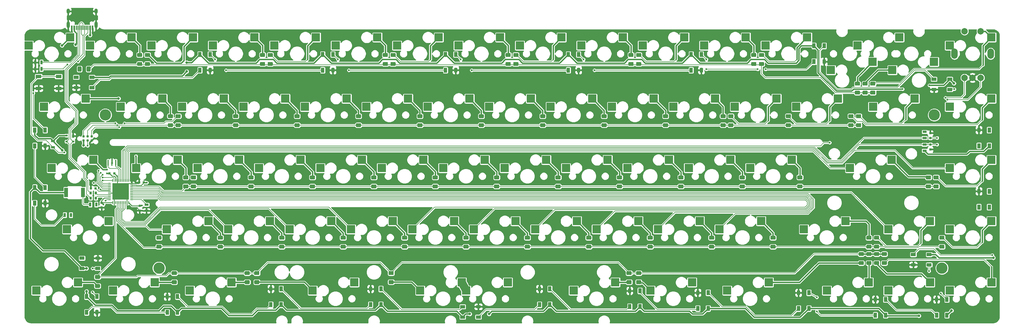
<source format=gbr>
G04 #@! TF.GenerationSoftware,KiCad,Pcbnew,(5.1.11)-1*
G04 #@! TF.CreationDate,2022-07-27T22:25:24+07:00*
G04 #@! TF.ProjectId,averange65 - Copy,61766572-616e-4676-9536-35202d20436f,rev?*
G04 #@! TF.SameCoordinates,Original*
G04 #@! TF.FileFunction,Copper,L2,Bot*
G04 #@! TF.FilePolarity,Positive*
%FSLAX46Y46*%
G04 Gerber Fmt 4.6, Leading zero omitted, Abs format (unit mm)*
G04 Created by KiCad (PCBNEW (5.1.11)-1) date 2022-07-27 22:25:24*
%MOMM*%
%LPD*%
G01*
G04 APERTURE LIST*
G04 #@! TA.AperFunction,SMDPad,CuDef*
%ADD10R,2.550000X2.500000*%
G04 #@! TD*
G04 #@! TA.AperFunction,SMDPad,CuDef*
%ADD11R,1.000000X1.500000*%
G04 #@! TD*
G04 #@! TA.AperFunction,SMDPad,CuDef*
%ADD12R,1.500000X1.000000*%
G04 #@! TD*
G04 #@! TA.AperFunction,SMDPad,CuDef*
%ADD13R,1.800000X1.100000*%
G04 #@! TD*
G04 #@! TA.AperFunction,SMDPad,CuDef*
%ADD14R,0.700000X1.000000*%
G04 #@! TD*
G04 #@! TA.AperFunction,SMDPad,CuDef*
%ADD15R,0.700000X0.600000*%
G04 #@! TD*
G04 #@! TA.AperFunction,SMDPad,CuDef*
%ADD16R,0.700000X1.300000*%
G04 #@! TD*
G04 #@! TA.AperFunction,SMDPad,CuDef*
%ADD17R,1.300000X0.700000*%
G04 #@! TD*
G04 #@! TA.AperFunction,SMDPad,CuDef*
%ADD18R,0.800000X0.950000*%
G04 #@! TD*
G04 #@! TA.AperFunction,SMDPad,CuDef*
%ADD19R,0.800000X0.750000*%
G04 #@! TD*
G04 #@! TA.AperFunction,SMDPad,CuDef*
%ADD20R,0.750000X0.800000*%
G04 #@! TD*
G04 #@! TA.AperFunction,SMDPad,CuDef*
%ADD21R,0.600000X1.450000*%
G04 #@! TD*
G04 #@! TA.AperFunction,SMDPad,CuDef*
%ADD22R,0.300000X1.450000*%
G04 #@! TD*
G04 #@! TA.AperFunction,ComponentPad*
%ADD23O,1.000000X2.100000*%
G04 #@! TD*
G04 #@! TA.AperFunction,ComponentPad*
%ADD24O,1.000000X1.600000*%
G04 #@! TD*
G04 #@! TA.AperFunction,SMDPad,CuDef*
%ADD25R,1.190000X3.000000*%
G04 #@! TD*
G04 #@! TA.AperFunction,ComponentPad*
%ADD26C,2.000000*%
G04 #@! TD*
G04 #@! TA.AperFunction,ComponentPad*
%ADD27O,2.000000X3.200000*%
G04 #@! TD*
G04 #@! TA.AperFunction,ConnectorPad*
%ADD28C,0.787400*%
G04 #@! TD*
G04 #@! TA.AperFunction,SMDPad,CuDef*
%ADD29R,5.150000X5.150000*%
G04 #@! TD*
G04 #@! TA.AperFunction,ComponentPad*
%ADD30C,3.500000*%
G04 #@! TD*
G04 #@! TA.AperFunction,SMDPad,CuDef*
%ADD31R,0.400000X1.900000*%
G04 #@! TD*
G04 #@! TA.AperFunction,ViaPad*
%ADD32C,0.600000*%
G04 #@! TD*
G04 #@! TA.AperFunction,ViaPad*
%ADD33C,0.800000*%
G04 #@! TD*
G04 #@! TA.AperFunction,Conductor*
%ADD34C,0.250000*%
G04 #@! TD*
G04 #@! TA.AperFunction,Conductor*
%ADD35C,0.400000*%
G04 #@! TD*
G04 #@! TA.AperFunction,Conductor*
%ADD36C,0.200000*%
G04 #@! TD*
G04 #@! TA.AperFunction,Conductor*
%ADD37C,2.500000*%
G04 #@! TD*
G04 #@! TA.AperFunction,Conductor*
%ADD38C,0.254000*%
G04 #@! TD*
G04 #@! TA.AperFunction,Conductor*
%ADD39C,0.100000*%
G04 #@! TD*
G04 APERTURE END LIST*
D10*
X181895922Y-80962500D03*
X168968922Y-83502500D03*
G04 #@! TA.AperFunction,SMDPad,CuDef*
G36*
G01*
X23217743Y-127628507D02*
X23717743Y-127628507D01*
G75*
G02*
X23967743Y-127878507I0J-250000D01*
G01*
X23967743Y-128878507D01*
G75*
G02*
X23717743Y-129128507I-250000J0D01*
G01*
X23217743Y-129128507D01*
G75*
G02*
X22967743Y-128878507I0J250000D01*
G01*
X22967743Y-127878507D01*
G75*
G02*
X23217743Y-127628507I250000J0D01*
G01*
G37*
G04 #@! TD.AperFunction*
D11*
X20267743Y-128378507D03*
X23467743Y-123478507D03*
X20267743Y-123478507D03*
G04 #@! TA.AperFunction,SMDPad,CuDef*
G36*
G01*
X284191910Y-125121617D02*
X283691910Y-125121617D01*
G75*
G02*
X283441910Y-124871617I0J250000D01*
G01*
X283441910Y-123871617D01*
G75*
G02*
X283691910Y-123621617I250000J0D01*
G01*
X284191910Y-123621617D01*
G75*
G02*
X284441910Y-123871617I0J-250000D01*
G01*
X284441910Y-124871617D01*
G75*
G02*
X284191910Y-125121617I-250000J0D01*
G01*
G37*
G04 #@! TD.AperFunction*
X287141910Y-124371617D03*
X283941910Y-129271617D03*
X287141910Y-129271617D03*
D10*
X17589670Y-119063060D03*
X4662670Y-121603060D03*
G04 #@! TA.AperFunction,SMDPad,CuDef*
G36*
G01*
X141066250Y-126892500D02*
X141066250Y-126392500D01*
G75*
G02*
X141316250Y-126142500I250000J0D01*
G01*
X142316250Y-126142500D01*
G75*
G02*
X142566250Y-126392500I0J-250000D01*
G01*
X142566250Y-126892500D01*
G75*
G02*
X142316250Y-127142500I-250000J0D01*
G01*
X141316250Y-127142500D01*
G75*
G02*
X141066250Y-126892500I0J250000D01*
G01*
G37*
G04 #@! TD.AperFunction*
D12*
X141816250Y-129842500D03*
X136916250Y-126642500D03*
X136916250Y-129842500D03*
D13*
X11573291Y-58722466D03*
X5373291Y-55022466D03*
X11573291Y-55022466D03*
X5373291Y-58722466D03*
D10*
X41402270Y-119062568D03*
X28475270Y-121602568D03*
X136652670Y-119062500D03*
X123725670Y-121602500D03*
X153320898Y-100012500D03*
X140393898Y-102552500D03*
X191420930Y-100012500D03*
X178493930Y-102552500D03*
X115220866Y-100012500D03*
X102293866Y-102552500D03*
G04 #@! TA.AperFunction,SMDPad,CuDef*
G36*
G01*
X161011691Y-121847525D02*
X160511691Y-121847525D01*
G75*
G02*
X160261691Y-121597525I0J250000D01*
G01*
X160261691Y-120597525D01*
G75*
G02*
X160511691Y-120347525I250000J0D01*
G01*
X161011691Y-120347525D01*
G75*
G02*
X161261691Y-120597525I0J-250000D01*
G01*
X161261691Y-121597525D01*
G75*
G02*
X161011691Y-121847525I-250000J0D01*
G01*
G37*
G04 #@! TD.AperFunction*
D11*
X163961691Y-121097525D03*
X160761691Y-125997525D03*
X163961691Y-125997525D03*
G04 #@! TA.AperFunction,SMDPad,CuDef*
G36*
G01*
X241379750Y-123038018D02*
X240879750Y-123038018D01*
G75*
G02*
X240629750Y-122788018I0J250000D01*
G01*
X240629750Y-121788018D01*
G75*
G02*
X240879750Y-121538018I250000J0D01*
G01*
X241379750Y-121538018D01*
G75*
G02*
X241629750Y-121788018I0J-250000D01*
G01*
X241629750Y-122788018D01*
G75*
G02*
X241379750Y-123038018I-250000J0D01*
G01*
G37*
G04 #@! TD.AperFunction*
X244329750Y-122288018D03*
X241129750Y-127188018D03*
X244329750Y-127188018D03*
D10*
X255714734Y-100012500D03*
X242787734Y-102552500D03*
G04 #@! TA.AperFunction,SMDPad,CuDef*
G36*
G01*
X267172538Y-112441110D02*
X268292538Y-112441110D01*
G75*
G02*
X268532538Y-112681110I0J-240000D01*
G01*
X268532538Y-113401110D01*
G75*
G02*
X268292538Y-113641110I-240000J0D01*
G01*
X267172538Y-113641110D01*
G75*
G02*
X266932538Y-113401110I0J240000D01*
G01*
X266932538Y-112681110D01*
G75*
G02*
X267172538Y-112441110I240000J0D01*
G01*
G37*
G04 #@! TD.AperFunction*
G04 #@! TA.AperFunction,SMDPad,CuDef*
G36*
G01*
X267172538Y-109641110D02*
X268292538Y-109641110D01*
G75*
G02*
X268532538Y-109881110I0J-240000D01*
G01*
X268532538Y-110601110D01*
G75*
G02*
X268292538Y-110841110I-240000J0D01*
G01*
X267172538Y-110841110D01*
G75*
G02*
X266932538Y-110601110I0J240000D01*
G01*
X266932538Y-109881110D01*
G75*
G02*
X267172538Y-109641110I240000J0D01*
G01*
G37*
G04 #@! TD.AperFunction*
G04 #@! TA.AperFunction,SMDPad,CuDef*
G36*
G01*
X264791282Y-112441110D02*
X265911282Y-112441110D01*
G75*
G02*
X266151282Y-112681110I0J-240000D01*
G01*
X266151282Y-113401110D01*
G75*
G02*
X265911282Y-113641110I-240000J0D01*
G01*
X264791282Y-113641110D01*
G75*
G02*
X264551282Y-113401110I0J240000D01*
G01*
X264551282Y-112681110D01*
G75*
G02*
X264791282Y-112441110I240000J0D01*
G01*
G37*
G04 #@! TD.AperFunction*
G04 #@! TA.AperFunction,SMDPad,CuDef*
G36*
G01*
X264791282Y-109641110D02*
X265911282Y-109641110D01*
G75*
G02*
X266151282Y-109881110I0J-240000D01*
G01*
X266151282Y-110601110D01*
G75*
G02*
X265911282Y-110841110I-240000J0D01*
G01*
X264791282Y-110841110D01*
G75*
G02*
X264551282Y-110601110I0J240000D01*
G01*
X264551282Y-109881110D01*
G75*
G02*
X264791282Y-109641110I240000J0D01*
G01*
G37*
G04 #@! TD.AperFunction*
G04 #@! TA.AperFunction,SMDPad,CuDef*
G36*
G01*
X262410026Y-112441110D02*
X263530026Y-112441110D01*
G75*
G02*
X263770026Y-112681110I0J-240000D01*
G01*
X263770026Y-113401110D01*
G75*
G02*
X263530026Y-113641110I-240000J0D01*
G01*
X262410026Y-113641110D01*
G75*
G02*
X262170026Y-113401110I0J240000D01*
G01*
X262170026Y-112681110D01*
G75*
G02*
X262410026Y-112441110I240000J0D01*
G01*
G37*
G04 #@! TD.AperFunction*
G04 #@! TA.AperFunction,SMDPad,CuDef*
G36*
G01*
X262410026Y-109641110D02*
X263530026Y-109641110D01*
G75*
G02*
X263770026Y-109881110I0J-240000D01*
G01*
X263770026Y-110601110D01*
G75*
G02*
X263530026Y-110841110I-240000J0D01*
G01*
X262410026Y-110841110D01*
G75*
G02*
X262170026Y-110601110I0J240000D01*
G01*
X262170026Y-109881110D01*
G75*
G02*
X262410026Y-109641110I240000J0D01*
G01*
G37*
G04 #@! TD.AperFunction*
G04 #@! TA.AperFunction,SMDPad,CuDef*
G36*
G01*
X260028770Y-112441110D02*
X261148770Y-112441110D01*
G75*
G02*
X261388770Y-112681110I0J-240000D01*
G01*
X261388770Y-113401110D01*
G75*
G02*
X261148770Y-113641110I-240000J0D01*
G01*
X260028770Y-113641110D01*
G75*
G02*
X259788770Y-113401110I0J240000D01*
G01*
X259788770Y-112681110D01*
G75*
G02*
X260028770Y-112441110I240000J0D01*
G01*
G37*
G04 #@! TD.AperFunction*
G04 #@! TA.AperFunction,SMDPad,CuDef*
G36*
G01*
X260028770Y-109641110D02*
X261148770Y-109641110D01*
G75*
G02*
X261388770Y-109881110I0J-240000D01*
G01*
X261388770Y-110601110D01*
G75*
G02*
X261148770Y-110841110I-240000J0D01*
G01*
X260028770Y-110841110D01*
G75*
G02*
X259788770Y-110601110I0J240000D01*
G01*
X259788770Y-109881110D01*
G75*
G02*
X260028770Y-109641110I240000J0D01*
G01*
G37*
G04 #@! TD.AperFunction*
G04 #@! TA.AperFunction,SMDPad,CuDef*
G36*
G01*
X190972660Y-118394375D02*
X192092660Y-118394375D01*
G75*
G02*
X192332660Y-118634375I0J-240000D01*
G01*
X192332660Y-119354375D01*
G75*
G02*
X192092660Y-119594375I-240000J0D01*
G01*
X190972660Y-119594375D01*
G75*
G02*
X190732660Y-119354375I0J240000D01*
G01*
X190732660Y-118634375D01*
G75*
G02*
X190972660Y-118394375I240000J0D01*
G01*
G37*
G04 #@! TD.AperFunction*
G04 #@! TA.AperFunction,SMDPad,CuDef*
G36*
G01*
X190972660Y-115594375D02*
X192092660Y-115594375D01*
G75*
G02*
X192332660Y-115834375I0J-240000D01*
G01*
X192332660Y-116554375D01*
G75*
G02*
X192092660Y-116794375I-240000J0D01*
G01*
X190972660Y-116794375D01*
G75*
G02*
X190732660Y-116554375I0J240000D01*
G01*
X190732660Y-115834375D01*
G75*
G02*
X190972660Y-115594375I240000J0D01*
G01*
G37*
G04 #@! TD.AperFunction*
G04 #@! TA.AperFunction,SMDPad,CuDef*
G36*
G01*
X187996085Y-118394375D02*
X189116085Y-118394375D01*
G75*
G02*
X189356085Y-118634375I0J-240000D01*
G01*
X189356085Y-119354375D01*
G75*
G02*
X189116085Y-119594375I-240000J0D01*
G01*
X187996085Y-119594375D01*
G75*
G02*
X187756085Y-119354375I0J240000D01*
G01*
X187756085Y-118634375D01*
G75*
G02*
X187996085Y-118394375I240000J0D01*
G01*
G37*
G04 #@! TD.AperFunction*
G04 #@! TA.AperFunction,SMDPad,CuDef*
G36*
G01*
X187996085Y-115594375D02*
X189116085Y-115594375D01*
G75*
G02*
X189356085Y-115834375I0J-240000D01*
G01*
X189356085Y-116554375D01*
G75*
G02*
X189116085Y-116794375I-240000J0D01*
G01*
X187996085Y-116794375D01*
G75*
G02*
X187756085Y-116554375I0J240000D01*
G01*
X187756085Y-115834375D01*
G75*
G02*
X187996085Y-115594375I240000J0D01*
G01*
G37*
G04 #@! TD.AperFunction*
G04 #@! TA.AperFunction,SMDPad,CuDef*
G36*
G01*
X114176655Y-118394125D02*
X115296655Y-118394125D01*
G75*
G02*
X115536655Y-118634125I0J-240000D01*
G01*
X115536655Y-119354125D01*
G75*
G02*
X115296655Y-119594125I-240000J0D01*
G01*
X114176655Y-119594125D01*
G75*
G02*
X113936655Y-119354125I0J240000D01*
G01*
X113936655Y-118634125D01*
G75*
G02*
X114176655Y-118394125I240000J0D01*
G01*
G37*
G04 #@! TD.AperFunction*
G04 #@! TA.AperFunction,SMDPad,CuDef*
G36*
G01*
X114176655Y-115594125D02*
X115296655Y-115594125D01*
G75*
G02*
X115536655Y-115834125I0J-240000D01*
G01*
X115536655Y-116554125D01*
G75*
G02*
X115296655Y-116794125I-240000J0D01*
G01*
X114176655Y-116794125D01*
G75*
G02*
X113936655Y-116554125I0J240000D01*
G01*
X113936655Y-115834125D01*
G75*
G02*
X114176655Y-115594125I240000J0D01*
G01*
G37*
G04 #@! TD.AperFunction*
G04 #@! TA.AperFunction,SMDPad,CuDef*
G36*
G01*
X72504745Y-118394125D02*
X73624745Y-118394125D01*
G75*
G02*
X73864745Y-118634125I0J-240000D01*
G01*
X73864745Y-119354125D01*
G75*
G02*
X73624745Y-119594125I-240000J0D01*
G01*
X72504745Y-119594125D01*
G75*
G02*
X72264745Y-119354125I0J240000D01*
G01*
X72264745Y-118634125D01*
G75*
G02*
X72504745Y-118394125I240000J0D01*
G01*
G37*
G04 #@! TD.AperFunction*
G04 #@! TA.AperFunction,SMDPad,CuDef*
G36*
G01*
X72504745Y-115594125D02*
X73624745Y-115594125D01*
G75*
G02*
X73864745Y-115834125I0J-240000D01*
G01*
X73864745Y-116554125D01*
G75*
G02*
X73624745Y-116794125I-240000J0D01*
G01*
X72504745Y-116794125D01*
G75*
G02*
X72264745Y-116554125I0J240000D01*
G01*
X72264745Y-115834125D01*
G75*
G02*
X72504745Y-115594125I240000J0D01*
G01*
G37*
G04 #@! TD.AperFunction*
G04 #@! TA.AperFunction,SMDPad,CuDef*
G36*
G01*
X69528125Y-118394125D02*
X70648125Y-118394125D01*
G75*
G02*
X70888125Y-118634125I0J-240000D01*
G01*
X70888125Y-119354125D01*
G75*
G02*
X70648125Y-119594125I-240000J0D01*
G01*
X69528125Y-119594125D01*
G75*
G02*
X69288125Y-119354125I0J240000D01*
G01*
X69288125Y-118634125D01*
G75*
G02*
X69528125Y-118394125I240000J0D01*
G01*
G37*
G04 #@! TD.AperFunction*
G04 #@! TA.AperFunction,SMDPad,CuDef*
G36*
G01*
X69528125Y-115594125D02*
X70648125Y-115594125D01*
G75*
G02*
X70888125Y-115834125I0J-240000D01*
G01*
X70888125Y-116554125D01*
G75*
G02*
X70648125Y-116794125I-240000J0D01*
G01*
X69528125Y-116794125D01*
G75*
G02*
X69288125Y-116554125I0J240000D01*
G01*
X69288125Y-115834125D01*
G75*
G02*
X69528125Y-115594125I240000J0D01*
G01*
G37*
G04 #@! TD.AperFunction*
G04 #@! TA.AperFunction,SMDPad,CuDef*
G36*
G01*
X46906286Y-118394125D02*
X48026286Y-118394125D01*
G75*
G02*
X48266286Y-118634125I0J-240000D01*
G01*
X48266286Y-119354125D01*
G75*
G02*
X48026286Y-119594125I-240000J0D01*
G01*
X46906286Y-119594125D01*
G75*
G02*
X46666286Y-119354125I0J240000D01*
G01*
X46666286Y-118634125D01*
G75*
G02*
X46906286Y-118394125I240000J0D01*
G01*
G37*
G04 #@! TD.AperFunction*
G04 #@! TA.AperFunction,SMDPad,CuDef*
G36*
G01*
X46906286Y-115594125D02*
X48026286Y-115594125D01*
G75*
G02*
X48266286Y-115834125I0J-240000D01*
G01*
X48266286Y-116554125D01*
G75*
G02*
X48026286Y-116794125I-240000J0D01*
G01*
X46906286Y-116794125D01*
G75*
G02*
X46666286Y-116554125I0J240000D01*
G01*
X46666286Y-115834125D01*
G75*
G02*
X46906286Y-115594125I240000J0D01*
G01*
G37*
G04 #@! TD.AperFunction*
G04 #@! TA.AperFunction,SMDPad,CuDef*
G36*
G01*
X23093798Y-119584878D02*
X24213798Y-119584878D01*
G75*
G02*
X24453798Y-119824878I0J-240000D01*
G01*
X24453798Y-120544878D01*
G75*
G02*
X24213798Y-120784878I-240000J0D01*
G01*
X23093798Y-120784878D01*
G75*
G02*
X22853798Y-120544878I0J240000D01*
G01*
X22853798Y-119824878D01*
G75*
G02*
X23093798Y-119584878I240000J0D01*
G01*
G37*
G04 #@! TD.AperFunction*
G04 #@! TA.AperFunction,SMDPad,CuDef*
G36*
G01*
X23093798Y-116784878D02*
X24213798Y-116784878D01*
G75*
G02*
X24453798Y-117024878I0J-240000D01*
G01*
X24453798Y-117744878D01*
G75*
G02*
X24213798Y-117984878I-240000J0D01*
G01*
X23093798Y-117984878D01*
G75*
G02*
X22853798Y-117744878I0J240000D01*
G01*
X22853798Y-117024878D01*
G75*
G02*
X23093798Y-116784878I240000J0D01*
G01*
G37*
G04 #@! TD.AperFunction*
G04 #@! TA.AperFunction,SMDPad,CuDef*
G36*
G01*
X286151958Y-105780941D02*
X285031958Y-105780941D01*
G75*
G02*
X284791958Y-105540941I0J240000D01*
G01*
X284791958Y-104820941D01*
G75*
G02*
X285031958Y-104580941I240000J0D01*
G01*
X286151958Y-104580941D01*
G75*
G02*
X286391958Y-104820941I0J-240000D01*
G01*
X286391958Y-105540941D01*
G75*
G02*
X286151958Y-105780941I-240000J0D01*
G01*
G37*
G04 #@! TD.AperFunction*
G04 #@! TA.AperFunction,SMDPad,CuDef*
G36*
G01*
X286151958Y-108580941D02*
X285031958Y-108580941D01*
G75*
G02*
X284791958Y-108340941I0J240000D01*
G01*
X284791958Y-107620941D01*
G75*
G02*
X285031958Y-107380941I240000J0D01*
G01*
X286151958Y-107380941D01*
G75*
G02*
X286391958Y-107620941I0J-240000D01*
G01*
X286391958Y-108340941D01*
G75*
G02*
X286151958Y-108580941I-240000J0D01*
G01*
G37*
G04 #@! TD.AperFunction*
G04 #@! TA.AperFunction,SMDPad,CuDef*
G36*
G01*
X265911282Y-105780941D02*
X264791282Y-105780941D01*
G75*
G02*
X264551282Y-105540941I0J240000D01*
G01*
X264551282Y-104820941D01*
G75*
G02*
X264791282Y-104580941I240000J0D01*
G01*
X265911282Y-104580941D01*
G75*
G02*
X266151282Y-104820941I0J-240000D01*
G01*
X266151282Y-105540941D01*
G75*
G02*
X265911282Y-105780941I-240000J0D01*
G01*
G37*
G04 #@! TD.AperFunction*
G04 #@! TA.AperFunction,SMDPad,CuDef*
G36*
G01*
X265911282Y-108580941D02*
X264791282Y-108580941D01*
G75*
G02*
X264551282Y-108340941I0J240000D01*
G01*
X264551282Y-107620941D01*
G75*
G02*
X264791282Y-107380941I240000J0D01*
G01*
X265911282Y-107380941D01*
G75*
G02*
X266151282Y-107620941I0J-240000D01*
G01*
X266151282Y-108340941D01*
G75*
G02*
X265911282Y-108580941I-240000J0D01*
G01*
G37*
G04 #@! TD.AperFunction*
G04 #@! TA.AperFunction,SMDPad,CuDef*
G36*
G01*
X263530026Y-105780941D02*
X262410026Y-105780941D01*
G75*
G02*
X262170026Y-105540941I0J240000D01*
G01*
X262170026Y-104820941D01*
G75*
G02*
X262410026Y-104580941I240000J0D01*
G01*
X263530026Y-104580941D01*
G75*
G02*
X263770026Y-104820941I0J-240000D01*
G01*
X263770026Y-105540941D01*
G75*
G02*
X263530026Y-105780941I-240000J0D01*
G01*
G37*
G04 #@! TD.AperFunction*
G04 #@! TA.AperFunction,SMDPad,CuDef*
G36*
G01*
X263530026Y-108580941D02*
X262410026Y-108580941D01*
G75*
G02*
X262170026Y-108340941I0J240000D01*
G01*
X262170026Y-107620941D01*
G75*
G02*
X262410026Y-107380941I240000J0D01*
G01*
X263530026Y-107380941D01*
G75*
G02*
X263770026Y-107620941I0J-240000D01*
G01*
X263770026Y-108340941D01*
G75*
G02*
X263530026Y-108580941I-240000J0D01*
G01*
G37*
G04 #@! TD.AperFunction*
G04 #@! TA.AperFunction,SMDPad,CuDef*
G36*
G01*
X233764850Y-105781265D02*
X232644850Y-105781265D01*
G75*
G02*
X232404850Y-105541265I0J240000D01*
G01*
X232404850Y-104821265D01*
G75*
G02*
X232644850Y-104581265I240000J0D01*
G01*
X233764850Y-104581265D01*
G75*
G02*
X234004850Y-104821265I0J-240000D01*
G01*
X234004850Y-105541265D01*
G75*
G02*
X233764850Y-105781265I-240000J0D01*
G01*
G37*
G04 #@! TD.AperFunction*
G04 #@! TA.AperFunction,SMDPad,CuDef*
G36*
G01*
X233764850Y-108581265D02*
X232644850Y-108581265D01*
G75*
G02*
X232404850Y-108341265I0J240000D01*
G01*
X232404850Y-107621265D01*
G75*
G02*
X232644850Y-107381265I240000J0D01*
G01*
X233764850Y-107381265D01*
G75*
G02*
X234004850Y-107621265I0J-240000D01*
G01*
X234004850Y-108341265D01*
G75*
G02*
X233764850Y-108581265I-240000J0D01*
G01*
G37*
G04 #@! TD.AperFunction*
G04 #@! TA.AperFunction,SMDPad,CuDef*
G36*
G01*
X214714770Y-105781265D02*
X213594770Y-105781265D01*
G75*
G02*
X213354770Y-105541265I0J240000D01*
G01*
X213354770Y-104821265D01*
G75*
G02*
X213594770Y-104581265I240000J0D01*
G01*
X214714770Y-104581265D01*
G75*
G02*
X214954770Y-104821265I0J-240000D01*
G01*
X214954770Y-105541265D01*
G75*
G02*
X214714770Y-105781265I-240000J0D01*
G01*
G37*
G04 #@! TD.AperFunction*
G04 #@! TA.AperFunction,SMDPad,CuDef*
G36*
G01*
X214714770Y-108581265D02*
X213594770Y-108581265D01*
G75*
G02*
X213354770Y-108341265I0J240000D01*
G01*
X213354770Y-107621265D01*
G75*
G02*
X213594770Y-107381265I240000J0D01*
G01*
X214714770Y-107381265D01*
G75*
G02*
X214954770Y-107621265I0J-240000D01*
G01*
X214954770Y-108341265D01*
G75*
G02*
X214714770Y-108581265I-240000J0D01*
G01*
G37*
G04 #@! TD.AperFunction*
G04 #@! TA.AperFunction,SMDPad,CuDef*
G36*
G01*
X195664690Y-105781265D02*
X194544690Y-105781265D01*
G75*
G02*
X194304690Y-105541265I0J240000D01*
G01*
X194304690Y-104821265D01*
G75*
G02*
X194544690Y-104581265I240000J0D01*
G01*
X195664690Y-104581265D01*
G75*
G02*
X195904690Y-104821265I0J-240000D01*
G01*
X195904690Y-105541265D01*
G75*
G02*
X195664690Y-105781265I-240000J0D01*
G01*
G37*
G04 #@! TD.AperFunction*
G04 #@! TA.AperFunction,SMDPad,CuDef*
G36*
G01*
X195664690Y-108581265D02*
X194544690Y-108581265D01*
G75*
G02*
X194304690Y-108341265I0J240000D01*
G01*
X194304690Y-107621265D01*
G75*
G02*
X194544690Y-107381265I240000J0D01*
G01*
X195664690Y-107381265D01*
G75*
G02*
X195904690Y-107621265I0J-240000D01*
G01*
X195904690Y-108341265D01*
G75*
G02*
X195664690Y-108581265I-240000J0D01*
G01*
G37*
G04 #@! TD.AperFunction*
G04 #@! TA.AperFunction,SMDPad,CuDef*
G36*
G01*
X176614610Y-105781265D02*
X175494610Y-105781265D01*
G75*
G02*
X175254610Y-105541265I0J240000D01*
G01*
X175254610Y-104821265D01*
G75*
G02*
X175494610Y-104581265I240000J0D01*
G01*
X176614610Y-104581265D01*
G75*
G02*
X176854610Y-104821265I0J-240000D01*
G01*
X176854610Y-105541265D01*
G75*
G02*
X176614610Y-105781265I-240000J0D01*
G01*
G37*
G04 #@! TD.AperFunction*
G04 #@! TA.AperFunction,SMDPad,CuDef*
G36*
G01*
X176614610Y-108581265D02*
X175494610Y-108581265D01*
G75*
G02*
X175254610Y-108341265I0J240000D01*
G01*
X175254610Y-107621265D01*
G75*
G02*
X175494610Y-107381265I240000J0D01*
G01*
X176614610Y-107381265D01*
G75*
G02*
X176854610Y-107621265I0J-240000D01*
G01*
X176854610Y-108341265D01*
G75*
G02*
X176614610Y-108581265I-240000J0D01*
G01*
G37*
G04 #@! TD.AperFunction*
G04 #@! TA.AperFunction,SMDPad,CuDef*
G36*
G01*
X157564530Y-105781265D02*
X156444530Y-105781265D01*
G75*
G02*
X156204530Y-105541265I0J240000D01*
G01*
X156204530Y-104821265D01*
G75*
G02*
X156444530Y-104581265I240000J0D01*
G01*
X157564530Y-104581265D01*
G75*
G02*
X157804530Y-104821265I0J-240000D01*
G01*
X157804530Y-105541265D01*
G75*
G02*
X157564530Y-105781265I-240000J0D01*
G01*
G37*
G04 #@! TD.AperFunction*
G04 #@! TA.AperFunction,SMDPad,CuDef*
G36*
G01*
X157564530Y-108581265D02*
X156444530Y-108581265D01*
G75*
G02*
X156204530Y-108341265I0J240000D01*
G01*
X156204530Y-107621265D01*
G75*
G02*
X156444530Y-107381265I240000J0D01*
G01*
X157564530Y-107381265D01*
G75*
G02*
X157804530Y-107621265I0J-240000D01*
G01*
X157804530Y-108341265D01*
G75*
G02*
X157564530Y-108581265I-240000J0D01*
G01*
G37*
G04 #@! TD.AperFunction*
G04 #@! TA.AperFunction,SMDPad,CuDef*
G36*
G01*
X138514450Y-105781265D02*
X137394450Y-105781265D01*
G75*
G02*
X137154450Y-105541265I0J240000D01*
G01*
X137154450Y-104821265D01*
G75*
G02*
X137394450Y-104581265I240000J0D01*
G01*
X138514450Y-104581265D01*
G75*
G02*
X138754450Y-104821265I0J-240000D01*
G01*
X138754450Y-105541265D01*
G75*
G02*
X138514450Y-105781265I-240000J0D01*
G01*
G37*
G04 #@! TD.AperFunction*
G04 #@! TA.AperFunction,SMDPad,CuDef*
G36*
G01*
X138514450Y-108581265D02*
X137394450Y-108581265D01*
G75*
G02*
X137154450Y-108341265I0J240000D01*
G01*
X137154450Y-107621265D01*
G75*
G02*
X137394450Y-107381265I240000J0D01*
G01*
X138514450Y-107381265D01*
G75*
G02*
X138754450Y-107621265I0J-240000D01*
G01*
X138754450Y-108341265D01*
G75*
G02*
X138514450Y-108581265I-240000J0D01*
G01*
G37*
G04 #@! TD.AperFunction*
G04 #@! TA.AperFunction,SMDPad,CuDef*
G36*
G01*
X119464370Y-105781265D02*
X118344370Y-105781265D01*
G75*
G02*
X118104370Y-105541265I0J240000D01*
G01*
X118104370Y-104821265D01*
G75*
G02*
X118344370Y-104581265I240000J0D01*
G01*
X119464370Y-104581265D01*
G75*
G02*
X119704370Y-104821265I0J-240000D01*
G01*
X119704370Y-105541265D01*
G75*
G02*
X119464370Y-105781265I-240000J0D01*
G01*
G37*
G04 #@! TD.AperFunction*
G04 #@! TA.AperFunction,SMDPad,CuDef*
G36*
G01*
X119464370Y-108581265D02*
X118344370Y-108581265D01*
G75*
G02*
X118104370Y-108341265I0J240000D01*
G01*
X118104370Y-107621265D01*
G75*
G02*
X118344370Y-107381265I240000J0D01*
G01*
X119464370Y-107381265D01*
G75*
G02*
X119704370Y-107621265I0J-240000D01*
G01*
X119704370Y-108341265D01*
G75*
G02*
X119464370Y-108581265I-240000J0D01*
G01*
G37*
G04 #@! TD.AperFunction*
G04 #@! TA.AperFunction,SMDPad,CuDef*
G36*
G01*
X100414290Y-105781265D02*
X99294290Y-105781265D01*
G75*
G02*
X99054290Y-105541265I0J240000D01*
G01*
X99054290Y-104821265D01*
G75*
G02*
X99294290Y-104581265I240000J0D01*
G01*
X100414290Y-104581265D01*
G75*
G02*
X100654290Y-104821265I0J-240000D01*
G01*
X100654290Y-105541265D01*
G75*
G02*
X100414290Y-105781265I-240000J0D01*
G01*
G37*
G04 #@! TD.AperFunction*
G04 #@! TA.AperFunction,SMDPad,CuDef*
G36*
G01*
X100414290Y-108581265D02*
X99294290Y-108581265D01*
G75*
G02*
X99054290Y-108341265I0J240000D01*
G01*
X99054290Y-107621265D01*
G75*
G02*
X99294290Y-107381265I240000J0D01*
G01*
X100414290Y-107381265D01*
G75*
G02*
X100654290Y-107621265I0J-240000D01*
G01*
X100654290Y-108341265D01*
G75*
G02*
X100414290Y-108581265I-240000J0D01*
G01*
G37*
G04 #@! TD.AperFunction*
G04 #@! TA.AperFunction,SMDPad,CuDef*
G36*
G01*
X81364210Y-105781265D02*
X80244210Y-105781265D01*
G75*
G02*
X80004210Y-105541265I0J240000D01*
G01*
X80004210Y-104821265D01*
G75*
G02*
X80244210Y-104581265I240000J0D01*
G01*
X81364210Y-104581265D01*
G75*
G02*
X81604210Y-104821265I0J-240000D01*
G01*
X81604210Y-105541265D01*
G75*
G02*
X81364210Y-105781265I-240000J0D01*
G01*
G37*
G04 #@! TD.AperFunction*
G04 #@! TA.AperFunction,SMDPad,CuDef*
G36*
G01*
X81364210Y-108581265D02*
X80244210Y-108581265D01*
G75*
G02*
X80004210Y-108341265I0J240000D01*
G01*
X80004210Y-107621265D01*
G75*
G02*
X80244210Y-107381265I240000J0D01*
G01*
X81364210Y-107381265D01*
G75*
G02*
X81604210Y-107621265I0J-240000D01*
G01*
X81604210Y-108341265D01*
G75*
G02*
X81364210Y-108581265I-240000J0D01*
G01*
G37*
G04 #@! TD.AperFunction*
G04 #@! TA.AperFunction,SMDPad,CuDef*
G36*
G01*
X62314130Y-105781265D02*
X61194130Y-105781265D01*
G75*
G02*
X60954130Y-105541265I0J240000D01*
G01*
X60954130Y-104821265D01*
G75*
G02*
X61194130Y-104581265I240000J0D01*
G01*
X62314130Y-104581265D01*
G75*
G02*
X62554130Y-104821265I0J-240000D01*
G01*
X62554130Y-105541265D01*
G75*
G02*
X62314130Y-105781265I-240000J0D01*
G01*
G37*
G04 #@! TD.AperFunction*
G04 #@! TA.AperFunction,SMDPad,CuDef*
G36*
G01*
X62314130Y-108581265D02*
X61194130Y-108581265D01*
G75*
G02*
X60954130Y-108341265I0J240000D01*
G01*
X60954130Y-107621265D01*
G75*
G02*
X61194130Y-107381265I240000J0D01*
G01*
X62314130Y-107381265D01*
G75*
G02*
X62554130Y-107621265I0J-240000D01*
G01*
X62554130Y-108341265D01*
G75*
G02*
X62314130Y-108581265I-240000J0D01*
G01*
G37*
G04 #@! TD.AperFunction*
G04 #@! TA.AperFunction,SMDPad,CuDef*
G36*
G01*
X284366016Y-87028550D02*
X283246016Y-87028550D01*
G75*
G02*
X283006016Y-86788550I0J240000D01*
G01*
X283006016Y-86068550D01*
G75*
G02*
X283246016Y-85828550I240000J0D01*
G01*
X284366016Y-85828550D01*
G75*
G02*
X284606016Y-86068550I0J-240000D01*
G01*
X284606016Y-86788550D01*
G75*
G02*
X284366016Y-87028550I-240000J0D01*
G01*
G37*
G04 #@! TD.AperFunction*
G04 #@! TA.AperFunction,SMDPad,CuDef*
G36*
G01*
X284366016Y-89828550D02*
X283246016Y-89828550D01*
G75*
G02*
X283006016Y-89588550I0J240000D01*
G01*
X283006016Y-88868550D01*
G75*
G02*
X283246016Y-88628550I240000J0D01*
G01*
X284366016Y-88628550D01*
G75*
G02*
X284606016Y-88868550I0J-240000D01*
G01*
X284606016Y-89588550D01*
G75*
G02*
X284366016Y-89828550I-240000J0D01*
G01*
G37*
G04 #@! TD.AperFunction*
G04 #@! TA.AperFunction,SMDPad,CuDef*
G36*
G01*
X43263846Y-105780941D02*
X42143846Y-105780941D01*
G75*
G02*
X41903846Y-105540941I0J240000D01*
G01*
X41903846Y-104820941D01*
G75*
G02*
X42143846Y-104580941I240000J0D01*
G01*
X43263846Y-104580941D01*
G75*
G02*
X43503846Y-104820941I0J-240000D01*
G01*
X43503846Y-105540941D01*
G75*
G02*
X43263846Y-105780941I-240000J0D01*
G01*
G37*
G04 #@! TD.AperFunction*
G04 #@! TA.AperFunction,SMDPad,CuDef*
G36*
G01*
X43263846Y-108580941D02*
X42143846Y-108580941D01*
G75*
G02*
X41903846Y-108340941I0J240000D01*
G01*
X41903846Y-107620941D01*
G75*
G02*
X42143846Y-107380941I240000J0D01*
G01*
X43263846Y-107380941D01*
G75*
G02*
X43503846Y-107620941I0J-240000D01*
G01*
X43503846Y-108340941D01*
G75*
G02*
X43263846Y-108580941I-240000J0D01*
G01*
G37*
G04 #@! TD.AperFunction*
G04 #@! TA.AperFunction,SMDPad,CuDef*
G36*
G01*
X281984760Y-87028550D02*
X280864760Y-87028550D01*
G75*
G02*
X280624760Y-86788550I0J240000D01*
G01*
X280624760Y-86068550D01*
G75*
G02*
X280864760Y-85828550I240000J0D01*
G01*
X281984760Y-85828550D01*
G75*
G02*
X282224760Y-86068550I0J-240000D01*
G01*
X282224760Y-86788550D01*
G75*
G02*
X281984760Y-87028550I-240000J0D01*
G01*
G37*
G04 #@! TD.AperFunction*
G04 #@! TA.AperFunction,SMDPad,CuDef*
G36*
G01*
X281984760Y-89828550D02*
X280864760Y-89828550D01*
G75*
G02*
X280624760Y-89588550I0J240000D01*
G01*
X280624760Y-88868550D01*
G75*
G02*
X280864760Y-88628550I240000J0D01*
G01*
X281984760Y-88628550D01*
G75*
G02*
X282224760Y-88868550I0J-240000D01*
G01*
X282224760Y-89588550D01*
G75*
G02*
X281984760Y-89828550I-240000J0D01*
G01*
G37*
G04 #@! TD.AperFunction*
G04 #@! TA.AperFunction,SMDPad,CuDef*
G36*
G01*
X242099260Y-87028842D02*
X240979260Y-87028842D01*
G75*
G02*
X240739260Y-86788842I0J240000D01*
G01*
X240739260Y-86068842D01*
G75*
G02*
X240979260Y-85828842I240000J0D01*
G01*
X242099260Y-85828842D01*
G75*
G02*
X242339260Y-86068842I0J-240000D01*
G01*
X242339260Y-86788842D01*
G75*
G02*
X242099260Y-87028842I-240000J0D01*
G01*
G37*
G04 #@! TD.AperFunction*
G04 #@! TA.AperFunction,SMDPad,CuDef*
G36*
G01*
X242099260Y-89828842D02*
X240979260Y-89828842D01*
G75*
G02*
X240739260Y-89588842I0J240000D01*
G01*
X240739260Y-88868842D01*
G75*
G02*
X240979260Y-88628842I240000J0D01*
G01*
X242099260Y-88628842D01*
G75*
G02*
X242339260Y-88868842I0J-240000D01*
G01*
X242339260Y-89588842D01*
G75*
G02*
X242099260Y-89828842I-240000J0D01*
G01*
G37*
G04 #@! TD.AperFunction*
G04 #@! TA.AperFunction,SMDPad,CuDef*
G36*
G01*
X224239810Y-87028842D02*
X223119810Y-87028842D01*
G75*
G02*
X222879810Y-86788842I0J240000D01*
G01*
X222879810Y-86068842D01*
G75*
G02*
X223119810Y-85828842I240000J0D01*
G01*
X224239810Y-85828842D01*
G75*
G02*
X224479810Y-86068842I0J-240000D01*
G01*
X224479810Y-86788842D01*
G75*
G02*
X224239810Y-87028842I-240000J0D01*
G01*
G37*
G04 #@! TD.AperFunction*
G04 #@! TA.AperFunction,SMDPad,CuDef*
G36*
G01*
X224239810Y-89828842D02*
X223119810Y-89828842D01*
G75*
G02*
X222879810Y-89588842I0J240000D01*
G01*
X222879810Y-88868842D01*
G75*
G02*
X223119810Y-88628842I240000J0D01*
G01*
X224239810Y-88628842D01*
G75*
G02*
X224479810Y-88868842I0J-240000D01*
G01*
X224479810Y-89588842D01*
G75*
G02*
X224239810Y-89828842I-240000J0D01*
G01*
G37*
G04 #@! TD.AperFunction*
G04 #@! TA.AperFunction,SMDPad,CuDef*
G36*
G01*
X205189730Y-87028842D02*
X204069730Y-87028842D01*
G75*
G02*
X203829730Y-86788842I0J240000D01*
G01*
X203829730Y-86068842D01*
G75*
G02*
X204069730Y-85828842I240000J0D01*
G01*
X205189730Y-85828842D01*
G75*
G02*
X205429730Y-86068842I0J-240000D01*
G01*
X205429730Y-86788842D01*
G75*
G02*
X205189730Y-87028842I-240000J0D01*
G01*
G37*
G04 #@! TD.AperFunction*
G04 #@! TA.AperFunction,SMDPad,CuDef*
G36*
G01*
X205189730Y-89828842D02*
X204069730Y-89828842D01*
G75*
G02*
X203829730Y-89588842I0J240000D01*
G01*
X203829730Y-88868842D01*
G75*
G02*
X204069730Y-88628842I240000J0D01*
G01*
X205189730Y-88628842D01*
G75*
G02*
X205429730Y-88868842I0J-240000D01*
G01*
X205429730Y-89588842D01*
G75*
G02*
X205189730Y-89828842I-240000J0D01*
G01*
G37*
G04 #@! TD.AperFunction*
G04 #@! TA.AperFunction,SMDPad,CuDef*
G36*
G01*
X186139650Y-87028842D02*
X185019650Y-87028842D01*
G75*
G02*
X184779650Y-86788842I0J240000D01*
G01*
X184779650Y-86068842D01*
G75*
G02*
X185019650Y-85828842I240000J0D01*
G01*
X186139650Y-85828842D01*
G75*
G02*
X186379650Y-86068842I0J-240000D01*
G01*
X186379650Y-86788842D01*
G75*
G02*
X186139650Y-87028842I-240000J0D01*
G01*
G37*
G04 #@! TD.AperFunction*
G04 #@! TA.AperFunction,SMDPad,CuDef*
G36*
G01*
X186139650Y-89828842D02*
X185019650Y-89828842D01*
G75*
G02*
X184779650Y-89588842I0J240000D01*
G01*
X184779650Y-88868842D01*
G75*
G02*
X185019650Y-88628842I240000J0D01*
G01*
X186139650Y-88628842D01*
G75*
G02*
X186379650Y-88868842I0J-240000D01*
G01*
X186379650Y-89588842D01*
G75*
G02*
X186139650Y-89828842I-240000J0D01*
G01*
G37*
G04 #@! TD.AperFunction*
G04 #@! TA.AperFunction,SMDPad,CuDef*
G36*
G01*
X167089570Y-87028842D02*
X165969570Y-87028842D01*
G75*
G02*
X165729570Y-86788842I0J240000D01*
G01*
X165729570Y-86068842D01*
G75*
G02*
X165969570Y-85828842I240000J0D01*
G01*
X167089570Y-85828842D01*
G75*
G02*
X167329570Y-86068842I0J-240000D01*
G01*
X167329570Y-86788842D01*
G75*
G02*
X167089570Y-87028842I-240000J0D01*
G01*
G37*
G04 #@! TD.AperFunction*
G04 #@! TA.AperFunction,SMDPad,CuDef*
G36*
G01*
X167089570Y-89828842D02*
X165969570Y-89828842D01*
G75*
G02*
X165729570Y-89588842I0J240000D01*
G01*
X165729570Y-88868842D01*
G75*
G02*
X165969570Y-88628842I240000J0D01*
G01*
X167089570Y-88628842D01*
G75*
G02*
X167329570Y-88868842I0J-240000D01*
G01*
X167329570Y-89588842D01*
G75*
G02*
X167089570Y-89828842I-240000J0D01*
G01*
G37*
G04 #@! TD.AperFunction*
G04 #@! TA.AperFunction,SMDPad,CuDef*
G36*
G01*
X148039490Y-87028842D02*
X146919490Y-87028842D01*
G75*
G02*
X146679490Y-86788842I0J240000D01*
G01*
X146679490Y-86068842D01*
G75*
G02*
X146919490Y-85828842I240000J0D01*
G01*
X148039490Y-85828842D01*
G75*
G02*
X148279490Y-86068842I0J-240000D01*
G01*
X148279490Y-86788842D01*
G75*
G02*
X148039490Y-87028842I-240000J0D01*
G01*
G37*
G04 #@! TD.AperFunction*
G04 #@! TA.AperFunction,SMDPad,CuDef*
G36*
G01*
X148039490Y-89828842D02*
X146919490Y-89828842D01*
G75*
G02*
X146679490Y-89588842I0J240000D01*
G01*
X146679490Y-88868842D01*
G75*
G02*
X146919490Y-88628842I240000J0D01*
G01*
X148039490Y-88628842D01*
G75*
G02*
X148279490Y-88868842I0J-240000D01*
G01*
X148279490Y-89588842D01*
G75*
G02*
X148039490Y-89828842I-240000J0D01*
G01*
G37*
G04 #@! TD.AperFunction*
G04 #@! TA.AperFunction,SMDPad,CuDef*
G36*
G01*
X128988750Y-87028442D02*
X127868750Y-87028442D01*
G75*
G02*
X127628750Y-86788442I0J240000D01*
G01*
X127628750Y-86068442D01*
G75*
G02*
X127868750Y-85828442I240000J0D01*
G01*
X128988750Y-85828442D01*
G75*
G02*
X129228750Y-86068442I0J-240000D01*
G01*
X129228750Y-86788442D01*
G75*
G02*
X128988750Y-87028442I-240000J0D01*
G01*
G37*
G04 #@! TD.AperFunction*
G04 #@! TA.AperFunction,SMDPad,CuDef*
G36*
G01*
X128988750Y-89828442D02*
X127868750Y-89828442D01*
G75*
G02*
X127628750Y-89588442I0J240000D01*
G01*
X127628750Y-88868442D01*
G75*
G02*
X127868750Y-88628442I240000J0D01*
G01*
X128988750Y-88628442D01*
G75*
G02*
X129228750Y-88868442I0J-240000D01*
G01*
X129228750Y-89588442D01*
G75*
G02*
X128988750Y-89828442I-240000J0D01*
G01*
G37*
G04 #@! TD.AperFunction*
G04 #@! TA.AperFunction,SMDPad,CuDef*
G36*
G01*
X109938750Y-87028442D02*
X108818750Y-87028442D01*
G75*
G02*
X108578750Y-86788442I0J240000D01*
G01*
X108578750Y-86068442D01*
G75*
G02*
X108818750Y-85828442I240000J0D01*
G01*
X109938750Y-85828442D01*
G75*
G02*
X110178750Y-86068442I0J-240000D01*
G01*
X110178750Y-86788442D01*
G75*
G02*
X109938750Y-87028442I-240000J0D01*
G01*
G37*
G04 #@! TD.AperFunction*
G04 #@! TA.AperFunction,SMDPad,CuDef*
G36*
G01*
X109938750Y-89828442D02*
X108818750Y-89828442D01*
G75*
G02*
X108578750Y-89588442I0J240000D01*
G01*
X108578750Y-88868442D01*
G75*
G02*
X108818750Y-88628442I240000J0D01*
G01*
X109938750Y-88628442D01*
G75*
G02*
X110178750Y-88868442I0J-240000D01*
G01*
X110178750Y-89588442D01*
G75*
G02*
X109938750Y-89828442I-240000J0D01*
G01*
G37*
G04 #@! TD.AperFunction*
G04 #@! TA.AperFunction,SMDPad,CuDef*
G36*
G01*
X90889250Y-87028842D02*
X89769250Y-87028842D01*
G75*
G02*
X89529250Y-86788842I0J240000D01*
G01*
X89529250Y-86068842D01*
G75*
G02*
X89769250Y-85828842I240000J0D01*
G01*
X90889250Y-85828842D01*
G75*
G02*
X91129250Y-86068842I0J-240000D01*
G01*
X91129250Y-86788842D01*
G75*
G02*
X90889250Y-87028842I-240000J0D01*
G01*
G37*
G04 #@! TD.AperFunction*
G04 #@! TA.AperFunction,SMDPad,CuDef*
G36*
G01*
X90889250Y-89828842D02*
X89769250Y-89828842D01*
G75*
G02*
X89529250Y-89588842I0J240000D01*
G01*
X89529250Y-88868842D01*
G75*
G02*
X89769250Y-88628842I240000J0D01*
G01*
X90889250Y-88628842D01*
G75*
G02*
X91129250Y-88868842I0J-240000D01*
G01*
X91129250Y-89588842D01*
G75*
G02*
X90889250Y-89828842I-240000J0D01*
G01*
G37*
G04 #@! TD.AperFunction*
G04 #@! TA.AperFunction,SMDPad,CuDef*
G36*
G01*
X71839170Y-87028842D02*
X70719170Y-87028842D01*
G75*
G02*
X70479170Y-86788842I0J240000D01*
G01*
X70479170Y-86068842D01*
G75*
G02*
X70719170Y-85828842I240000J0D01*
G01*
X71839170Y-85828842D01*
G75*
G02*
X72079170Y-86068842I0J-240000D01*
G01*
X72079170Y-86788842D01*
G75*
G02*
X71839170Y-87028842I-240000J0D01*
G01*
G37*
G04 #@! TD.AperFunction*
G04 #@! TA.AperFunction,SMDPad,CuDef*
G36*
G01*
X71839170Y-89828842D02*
X70719170Y-89828842D01*
G75*
G02*
X70479170Y-89588842I0J240000D01*
G01*
X70479170Y-88868842D01*
G75*
G02*
X70719170Y-88628842I240000J0D01*
G01*
X71839170Y-88628842D01*
G75*
G02*
X72079170Y-88868842I0J-240000D01*
G01*
X72079170Y-89588842D01*
G75*
G02*
X71839170Y-89828842I-240000J0D01*
G01*
G37*
G04 #@! TD.AperFunction*
G04 #@! TA.AperFunction,SMDPad,CuDef*
G36*
G01*
X51598125Y-87028442D02*
X50478125Y-87028442D01*
G75*
G02*
X50238125Y-86788442I0J240000D01*
G01*
X50238125Y-86068442D01*
G75*
G02*
X50478125Y-85828442I240000J0D01*
G01*
X51598125Y-85828442D01*
G75*
G02*
X51838125Y-86068442I0J-240000D01*
G01*
X51838125Y-86788442D01*
G75*
G02*
X51598125Y-87028442I-240000J0D01*
G01*
G37*
G04 #@! TD.AperFunction*
G04 #@! TA.AperFunction,SMDPad,CuDef*
G36*
G01*
X51598125Y-89828442D02*
X50478125Y-89828442D01*
G75*
G02*
X50238125Y-89588442I0J240000D01*
G01*
X50238125Y-88868442D01*
G75*
G02*
X50478125Y-88628442I240000J0D01*
G01*
X51598125Y-88628442D01*
G75*
G02*
X51838125Y-88868442I0J-240000D01*
G01*
X51838125Y-89588442D01*
G75*
G02*
X51598125Y-89828442I-240000J0D01*
G01*
G37*
G04 #@! TD.AperFunction*
G04 #@! TA.AperFunction,SMDPad,CuDef*
G36*
G01*
X257934760Y-67978502D02*
X256814760Y-67978502D01*
G75*
G02*
X256574760Y-67738502I0J240000D01*
G01*
X256574760Y-67018502D01*
G75*
G02*
X256814760Y-66778502I240000J0D01*
G01*
X257934760Y-66778502D01*
G75*
G02*
X258174760Y-67018502I0J-240000D01*
G01*
X258174760Y-67738502D01*
G75*
G02*
X257934760Y-67978502I-240000J0D01*
G01*
G37*
G04 #@! TD.AperFunction*
G04 #@! TA.AperFunction,SMDPad,CuDef*
G36*
G01*
X257934760Y-70778502D02*
X256814760Y-70778502D01*
G75*
G02*
X256574760Y-70538502I0J240000D01*
G01*
X256574760Y-69818502D01*
G75*
G02*
X256814760Y-69578502I240000J0D01*
G01*
X257934760Y-69578502D01*
G75*
G02*
X258174760Y-69818502I0J-240000D01*
G01*
X258174760Y-70538502D01*
G75*
G02*
X257934760Y-70778502I-240000J0D01*
G01*
G37*
G04 #@! TD.AperFunction*
G04 #@! TA.AperFunction,SMDPad,CuDef*
G36*
G01*
X260316016Y-67978550D02*
X259196016Y-67978550D01*
G75*
G02*
X258956016Y-67738550I0J240000D01*
G01*
X258956016Y-67018550D01*
G75*
G02*
X259196016Y-66778550I240000J0D01*
G01*
X260316016Y-66778550D01*
G75*
G02*
X260556016Y-67018550I0J-240000D01*
G01*
X260556016Y-67738550D01*
G75*
G02*
X260316016Y-67978550I-240000J0D01*
G01*
G37*
G04 #@! TD.AperFunction*
G04 #@! TA.AperFunction,SMDPad,CuDef*
G36*
G01*
X260316016Y-70778550D02*
X259196016Y-70778550D01*
G75*
G02*
X258956016Y-70538550I0J240000D01*
G01*
X258956016Y-69818550D01*
G75*
G02*
X259196016Y-69578550I240000J0D01*
G01*
X260316016Y-69578550D01*
G75*
G02*
X260556016Y-69818550I0J-240000D01*
G01*
X260556016Y-70538550D01*
G75*
G02*
X260316016Y-70778550I-240000J0D01*
G01*
G37*
G04 #@! TD.AperFunction*
G04 #@! TA.AperFunction,SMDPad,CuDef*
G36*
G01*
X53979375Y-87028442D02*
X52859375Y-87028442D01*
G75*
G02*
X52619375Y-86788442I0J240000D01*
G01*
X52619375Y-86068442D01*
G75*
G02*
X52859375Y-85828442I240000J0D01*
G01*
X53979375Y-85828442D01*
G75*
G02*
X54219375Y-86068442I0J-240000D01*
G01*
X54219375Y-86788442D01*
G75*
G02*
X53979375Y-87028442I-240000J0D01*
G01*
G37*
G04 #@! TD.AperFunction*
G04 #@! TA.AperFunction,SMDPad,CuDef*
G36*
G01*
X53979375Y-89828442D02*
X52859375Y-89828442D01*
G75*
G02*
X52619375Y-89588442I0J240000D01*
G01*
X52619375Y-88868442D01*
G75*
G02*
X52859375Y-88628442I240000J0D01*
G01*
X53979375Y-88628442D01*
G75*
G02*
X54219375Y-88868442I0J-240000D01*
G01*
X54219375Y-89588442D01*
G75*
G02*
X53979375Y-89828442I-240000J0D01*
G01*
G37*
G04 #@! TD.AperFunction*
G04 #@! TA.AperFunction,SMDPad,CuDef*
G36*
G01*
X238526886Y-67978442D02*
X237406886Y-67978442D01*
G75*
G02*
X237166886Y-67738442I0J240000D01*
G01*
X237166886Y-67018442D01*
G75*
G02*
X237406886Y-66778442I240000J0D01*
G01*
X238526886Y-66778442D01*
G75*
G02*
X238766886Y-67018442I0J-240000D01*
G01*
X238766886Y-67738442D01*
G75*
G02*
X238526886Y-67978442I-240000J0D01*
G01*
G37*
G04 #@! TD.AperFunction*
G04 #@! TA.AperFunction,SMDPad,CuDef*
G36*
G01*
X238526886Y-70778442D02*
X237406886Y-70778442D01*
G75*
G02*
X237166886Y-70538442I0J240000D01*
G01*
X237166886Y-69818442D01*
G75*
G02*
X237406886Y-69578442I240000J0D01*
G01*
X238526886Y-69578442D01*
G75*
G02*
X238766886Y-69818442I0J-240000D01*
G01*
X238766886Y-70538442D01*
G75*
G02*
X238526886Y-70778442I-240000J0D01*
G01*
G37*
G04 #@! TD.AperFunction*
G04 #@! TA.AperFunction,SMDPad,CuDef*
G36*
G01*
X220667920Y-67978762D02*
X219547920Y-67978762D01*
G75*
G02*
X219307920Y-67738762I0J240000D01*
G01*
X219307920Y-67018762D01*
G75*
G02*
X219547920Y-66778762I240000J0D01*
G01*
X220667920Y-66778762D01*
G75*
G02*
X220907920Y-67018762I0J-240000D01*
G01*
X220907920Y-67738762D01*
G75*
G02*
X220667920Y-67978762I-240000J0D01*
G01*
G37*
G04 #@! TD.AperFunction*
G04 #@! TA.AperFunction,SMDPad,CuDef*
G36*
G01*
X220667920Y-70778762D02*
X219547920Y-70778762D01*
G75*
G02*
X219307920Y-70538762I0J240000D01*
G01*
X219307920Y-69818762D01*
G75*
G02*
X219547920Y-69578762I240000J0D01*
G01*
X220667920Y-69578762D01*
G75*
G02*
X220907920Y-69818762I0J-240000D01*
G01*
X220907920Y-70538762D01*
G75*
G02*
X220667920Y-70778762I-240000J0D01*
G01*
G37*
G04 #@! TD.AperFunction*
G04 #@! TA.AperFunction,SMDPad,CuDef*
G36*
G01*
X218286660Y-67978762D02*
X217166660Y-67978762D01*
G75*
G02*
X216926660Y-67738762I0J240000D01*
G01*
X216926660Y-67018762D01*
G75*
G02*
X217166660Y-66778762I240000J0D01*
G01*
X218286660Y-66778762D01*
G75*
G02*
X218526660Y-67018762I0J-240000D01*
G01*
X218526660Y-67738762D01*
G75*
G02*
X218286660Y-67978762I-240000J0D01*
G01*
G37*
G04 #@! TD.AperFunction*
G04 #@! TA.AperFunction,SMDPad,CuDef*
G36*
G01*
X218286660Y-70778762D02*
X217166660Y-70778762D01*
G75*
G02*
X216926660Y-70538762I0J240000D01*
G01*
X216926660Y-69818762D01*
G75*
G02*
X217166660Y-69578762I240000J0D01*
G01*
X218286660Y-69578762D01*
G75*
G02*
X218526660Y-69818762I0J-240000D01*
G01*
X218526660Y-70538762D01*
G75*
G02*
X218286660Y-70778762I-240000J0D01*
G01*
G37*
G04 #@! TD.AperFunction*
G04 #@! TA.AperFunction,SMDPad,CuDef*
G36*
G01*
X200427210Y-67978762D02*
X199307210Y-67978762D01*
G75*
G02*
X199067210Y-67738762I0J240000D01*
G01*
X199067210Y-67018762D01*
G75*
G02*
X199307210Y-66778762I240000J0D01*
G01*
X200427210Y-66778762D01*
G75*
G02*
X200667210Y-67018762I0J-240000D01*
G01*
X200667210Y-67738762D01*
G75*
G02*
X200427210Y-67978762I-240000J0D01*
G01*
G37*
G04 #@! TD.AperFunction*
G04 #@! TA.AperFunction,SMDPad,CuDef*
G36*
G01*
X200427210Y-70778762D02*
X199307210Y-70778762D01*
G75*
G02*
X199067210Y-70538762I0J240000D01*
G01*
X199067210Y-69818762D01*
G75*
G02*
X199307210Y-69578762I240000J0D01*
G01*
X200427210Y-69578762D01*
G75*
G02*
X200667210Y-69818762I0J-240000D01*
G01*
X200667210Y-70538762D01*
G75*
G02*
X200427210Y-70778762I-240000J0D01*
G01*
G37*
G04 #@! TD.AperFunction*
G04 #@! TA.AperFunction,SMDPad,CuDef*
G36*
G01*
X181376426Y-67978442D02*
X180256426Y-67978442D01*
G75*
G02*
X180016426Y-67738442I0J240000D01*
G01*
X180016426Y-67018442D01*
G75*
G02*
X180256426Y-66778442I240000J0D01*
G01*
X181376426Y-66778442D01*
G75*
G02*
X181616426Y-67018442I0J-240000D01*
G01*
X181616426Y-67738442D01*
G75*
G02*
X181376426Y-67978442I-240000J0D01*
G01*
G37*
G04 #@! TD.AperFunction*
G04 #@! TA.AperFunction,SMDPad,CuDef*
G36*
G01*
X181376426Y-70778442D02*
X180256426Y-70778442D01*
G75*
G02*
X180016426Y-70538442I0J240000D01*
G01*
X180016426Y-69818442D01*
G75*
G02*
X180256426Y-69578442I240000J0D01*
G01*
X181376426Y-69578442D01*
G75*
G02*
X181616426Y-69818442I0J-240000D01*
G01*
X181616426Y-70538442D01*
G75*
G02*
X181376426Y-70778442I-240000J0D01*
G01*
G37*
G04 #@! TD.AperFunction*
G04 #@! TA.AperFunction,SMDPad,CuDef*
G36*
G01*
X162327050Y-67978762D02*
X161207050Y-67978762D01*
G75*
G02*
X160967050Y-67738762I0J240000D01*
G01*
X160967050Y-67018762D01*
G75*
G02*
X161207050Y-66778762I240000J0D01*
G01*
X162327050Y-66778762D01*
G75*
G02*
X162567050Y-67018762I0J-240000D01*
G01*
X162567050Y-67738762D01*
G75*
G02*
X162327050Y-67978762I-240000J0D01*
G01*
G37*
G04 #@! TD.AperFunction*
G04 #@! TA.AperFunction,SMDPad,CuDef*
G36*
G01*
X162327050Y-70778762D02*
X161207050Y-70778762D01*
G75*
G02*
X160967050Y-70538762I0J240000D01*
G01*
X160967050Y-69818762D01*
G75*
G02*
X161207050Y-69578762I240000J0D01*
G01*
X162327050Y-69578762D01*
G75*
G02*
X162567050Y-69818762I0J-240000D01*
G01*
X162567050Y-70538762D01*
G75*
G02*
X162327050Y-70778762I-240000J0D01*
G01*
G37*
G04 #@! TD.AperFunction*
G04 #@! TA.AperFunction,SMDPad,CuDef*
G36*
G01*
X143276394Y-67978442D02*
X142156394Y-67978442D01*
G75*
G02*
X141916394Y-67738442I0J240000D01*
G01*
X141916394Y-67018442D01*
G75*
G02*
X142156394Y-66778442I240000J0D01*
G01*
X143276394Y-66778442D01*
G75*
G02*
X143516394Y-67018442I0J-240000D01*
G01*
X143516394Y-67738442D01*
G75*
G02*
X143276394Y-67978442I-240000J0D01*
G01*
G37*
G04 #@! TD.AperFunction*
G04 #@! TA.AperFunction,SMDPad,CuDef*
G36*
G01*
X143276394Y-70778442D02*
X142156394Y-70778442D01*
G75*
G02*
X141916394Y-70538442I0J240000D01*
G01*
X141916394Y-69818442D01*
G75*
G02*
X142156394Y-69578442I240000J0D01*
G01*
X143276394Y-69578442D01*
G75*
G02*
X143516394Y-69818442I0J-240000D01*
G01*
X143516394Y-70538442D01*
G75*
G02*
X143276394Y-70778442I-240000J0D01*
G01*
G37*
G04 #@! TD.AperFunction*
G04 #@! TA.AperFunction,SMDPad,CuDef*
G36*
G01*
X124226378Y-67978442D02*
X123106378Y-67978442D01*
G75*
G02*
X122866378Y-67738442I0J240000D01*
G01*
X122866378Y-67018442D01*
G75*
G02*
X123106378Y-66778442I240000J0D01*
G01*
X124226378Y-66778442D01*
G75*
G02*
X124466378Y-67018442I0J-240000D01*
G01*
X124466378Y-67738442D01*
G75*
G02*
X124226378Y-67978442I-240000J0D01*
G01*
G37*
G04 #@! TD.AperFunction*
G04 #@! TA.AperFunction,SMDPad,CuDef*
G36*
G01*
X124226378Y-70778442D02*
X123106378Y-70778442D01*
G75*
G02*
X122866378Y-70538442I0J240000D01*
G01*
X122866378Y-69818442D01*
G75*
G02*
X123106378Y-69578442I240000J0D01*
G01*
X124226378Y-69578442D01*
G75*
G02*
X124466378Y-69818442I0J-240000D01*
G01*
X124466378Y-70538442D01*
G75*
G02*
X124226378Y-70778442I-240000J0D01*
G01*
G37*
G04 #@! TD.AperFunction*
G04 #@! TA.AperFunction,SMDPad,CuDef*
G36*
G01*
X105176362Y-67978442D02*
X104056362Y-67978442D01*
G75*
G02*
X103816362Y-67738442I0J240000D01*
G01*
X103816362Y-67018442D01*
G75*
G02*
X104056362Y-66778442I240000J0D01*
G01*
X105176362Y-66778442D01*
G75*
G02*
X105416362Y-67018442I0J-240000D01*
G01*
X105416362Y-67738442D01*
G75*
G02*
X105176362Y-67978442I-240000J0D01*
G01*
G37*
G04 #@! TD.AperFunction*
G04 #@! TA.AperFunction,SMDPad,CuDef*
G36*
G01*
X105176362Y-70778442D02*
X104056362Y-70778442D01*
G75*
G02*
X103816362Y-70538442I0J240000D01*
G01*
X103816362Y-69818442D01*
G75*
G02*
X104056362Y-69578442I240000J0D01*
G01*
X105176362Y-69578442D01*
G75*
G02*
X105416362Y-69818442I0J-240000D01*
G01*
X105416362Y-70538442D01*
G75*
G02*
X105176362Y-70778442I-240000J0D01*
G01*
G37*
G04 #@! TD.AperFunction*
G04 #@! TA.AperFunction,SMDPad,CuDef*
G36*
G01*
X86126346Y-67978442D02*
X85006346Y-67978442D01*
G75*
G02*
X84766346Y-67738442I0J240000D01*
G01*
X84766346Y-67018442D01*
G75*
G02*
X85006346Y-66778442I240000J0D01*
G01*
X86126346Y-66778442D01*
G75*
G02*
X86366346Y-67018442I0J-240000D01*
G01*
X86366346Y-67738442D01*
G75*
G02*
X86126346Y-67978442I-240000J0D01*
G01*
G37*
G04 #@! TD.AperFunction*
G04 #@! TA.AperFunction,SMDPad,CuDef*
G36*
G01*
X86126346Y-70778442D02*
X85006346Y-70778442D01*
G75*
G02*
X84766346Y-70538442I0J240000D01*
G01*
X84766346Y-69818442D01*
G75*
G02*
X85006346Y-69578442I240000J0D01*
G01*
X86126346Y-69578442D01*
G75*
G02*
X86366346Y-69818442I0J-240000D01*
G01*
X86366346Y-70538442D01*
G75*
G02*
X86126346Y-70778442I-240000J0D01*
G01*
G37*
G04 #@! TD.AperFunction*
G04 #@! TA.AperFunction,SMDPad,CuDef*
G36*
G01*
X67076330Y-67978442D02*
X65956330Y-67978442D01*
G75*
G02*
X65716330Y-67738442I0J240000D01*
G01*
X65716330Y-67018442D01*
G75*
G02*
X65956330Y-66778442I240000J0D01*
G01*
X67076330Y-66778442D01*
G75*
G02*
X67316330Y-67018442I0J-240000D01*
G01*
X67316330Y-67738442D01*
G75*
G02*
X67076330Y-67978442I-240000J0D01*
G01*
G37*
G04 #@! TD.AperFunction*
G04 #@! TA.AperFunction,SMDPad,CuDef*
G36*
G01*
X67076330Y-70778442D02*
X65956330Y-70778442D01*
G75*
G02*
X65716330Y-70538442I0J240000D01*
G01*
X65716330Y-69818442D01*
G75*
G02*
X65956330Y-69578442I240000J0D01*
G01*
X67076330Y-69578442D01*
G75*
G02*
X67316330Y-69818442I0J-240000D01*
G01*
X67316330Y-70538442D01*
G75*
G02*
X67076330Y-70778442I-240000J0D01*
G01*
G37*
G04 #@! TD.AperFunction*
G04 #@! TA.AperFunction,SMDPad,CuDef*
G36*
G01*
X46835730Y-67978762D02*
X45715730Y-67978762D01*
G75*
G02*
X45475730Y-67738762I0J240000D01*
G01*
X45475730Y-67018762D01*
G75*
G02*
X45715730Y-66778762I240000J0D01*
G01*
X46835730Y-66778762D01*
G75*
G02*
X47075730Y-67018762I0J-240000D01*
G01*
X47075730Y-67738762D01*
G75*
G02*
X46835730Y-67978762I-240000J0D01*
G01*
G37*
G04 #@! TD.AperFunction*
G04 #@! TA.AperFunction,SMDPad,CuDef*
G36*
G01*
X46835730Y-70778762D02*
X45715730Y-70778762D01*
G75*
G02*
X45475730Y-70538762I0J240000D01*
G01*
X45475730Y-69818762D01*
G75*
G02*
X45715730Y-69578762I240000J0D01*
G01*
X46835730Y-69578762D01*
G75*
G02*
X47075730Y-69818762I0J-240000D01*
G01*
X47075730Y-70538762D01*
G75*
G02*
X46835730Y-70778762I-240000J0D01*
G01*
G37*
G04 #@! TD.AperFunction*
G04 #@! TA.AperFunction,SMDPad,CuDef*
G36*
G01*
X49216986Y-67978502D02*
X48096986Y-67978502D01*
G75*
G02*
X47856986Y-67738502I0J240000D01*
G01*
X47856986Y-67018502D01*
G75*
G02*
X48096986Y-66778502I240000J0D01*
G01*
X49216986Y-66778502D01*
G75*
G02*
X49456986Y-67018502I0J-240000D01*
G01*
X49456986Y-67738502D01*
G75*
G02*
X49216986Y-67978502I-240000J0D01*
G01*
G37*
G04 #@! TD.AperFunction*
G04 #@! TA.AperFunction,SMDPad,CuDef*
G36*
G01*
X49216986Y-70778502D02*
X48096986Y-70778502D01*
G75*
G02*
X47856986Y-70538502I0J240000D01*
G01*
X47856986Y-69818502D01*
G75*
G02*
X48096986Y-69578502I240000J0D01*
G01*
X49216986Y-69578502D01*
G75*
G02*
X49456986Y-69818502I0J-240000D01*
G01*
X49456986Y-70538502D01*
G75*
G02*
X49216986Y-70778502I-240000J0D01*
G01*
G37*
G04 #@! TD.AperFunction*
G04 #@! TA.AperFunction,SMDPad,CuDef*
G36*
G01*
X264720654Y-57858164D02*
X263600654Y-57858164D01*
G75*
G02*
X263360654Y-57618164I0J240000D01*
G01*
X263360654Y-56898164D01*
G75*
G02*
X263600654Y-56658164I240000J0D01*
G01*
X264720654Y-56658164D01*
G75*
G02*
X264960654Y-56898164I0J-240000D01*
G01*
X264960654Y-57618164D01*
G75*
G02*
X264720654Y-57858164I-240000J0D01*
G01*
G37*
G04 #@! TD.AperFunction*
G04 #@! TA.AperFunction,SMDPad,CuDef*
G36*
G01*
X264720654Y-60658164D02*
X263600654Y-60658164D01*
G75*
G02*
X263360654Y-60418164I0J240000D01*
G01*
X263360654Y-59698164D01*
G75*
G02*
X263600654Y-59458164I240000J0D01*
G01*
X264720654Y-59458164D01*
G75*
G02*
X264960654Y-59698164I0J-240000D01*
G01*
X264960654Y-60418164D01*
G75*
G02*
X264720654Y-60658164I-240000J0D01*
G01*
G37*
G04 #@! TD.AperFunction*
G04 #@! TA.AperFunction,SMDPad,CuDef*
G36*
G01*
X262339398Y-57858164D02*
X261219398Y-57858164D01*
G75*
G02*
X260979398Y-57618164I0J240000D01*
G01*
X260979398Y-56898164D01*
G75*
G02*
X261219398Y-56658164I240000J0D01*
G01*
X262339398Y-56658164D01*
G75*
G02*
X262579398Y-56898164I0J-240000D01*
G01*
X262579398Y-57618164D01*
G75*
G02*
X262339398Y-57858164I-240000J0D01*
G01*
G37*
G04 #@! TD.AperFunction*
G04 #@! TA.AperFunction,SMDPad,CuDef*
G36*
G01*
X262339398Y-60658164D02*
X261219398Y-60658164D01*
G75*
G02*
X260979398Y-60418164I0J240000D01*
G01*
X260979398Y-59698164D01*
G75*
G02*
X261219398Y-59458164I240000J0D01*
G01*
X262339398Y-59458164D01*
G75*
G02*
X262579398Y-59698164I0J-240000D01*
G01*
X262579398Y-60418164D01*
G75*
G02*
X262339398Y-60658164I-240000J0D01*
G01*
G37*
G04 #@! TD.AperFunction*
G04 #@! TA.AperFunction,SMDPad,CuDef*
G36*
G01*
X259958142Y-57858164D02*
X258838142Y-57858164D01*
G75*
G02*
X258598142Y-57618164I0J240000D01*
G01*
X258598142Y-56898164D01*
G75*
G02*
X258838142Y-56658164I240000J0D01*
G01*
X259958142Y-56658164D01*
G75*
G02*
X260198142Y-56898164I0J-240000D01*
G01*
X260198142Y-57618164D01*
G75*
G02*
X259958142Y-57858164I-240000J0D01*
G01*
G37*
G04 #@! TD.AperFunction*
G04 #@! TA.AperFunction,SMDPad,CuDef*
G36*
G01*
X259958142Y-60658164D02*
X258838142Y-60658164D01*
G75*
G02*
X258598142Y-60418164I0J240000D01*
G01*
X258598142Y-59698164D01*
G75*
G02*
X258838142Y-59458164I240000J0D01*
G01*
X259958142Y-59458164D01*
G75*
G02*
X260198142Y-59698164I0J-240000D01*
G01*
X260198142Y-60418164D01*
G75*
G02*
X259958142Y-60658164I-240000J0D01*
G01*
G37*
G04 #@! TD.AperFunction*
G04 #@! TA.AperFunction,SMDPad,CuDef*
G36*
G01*
X230192960Y-48928679D02*
X229072960Y-48928679D01*
G75*
G02*
X228832960Y-48688679I0J240000D01*
G01*
X228832960Y-47968679D01*
G75*
G02*
X229072960Y-47728679I240000J0D01*
G01*
X230192960Y-47728679D01*
G75*
G02*
X230432960Y-47968679I0J-240000D01*
G01*
X230432960Y-48688679D01*
G75*
G02*
X230192960Y-48928679I-240000J0D01*
G01*
G37*
G04 #@! TD.AperFunction*
G04 #@! TA.AperFunction,SMDPad,CuDef*
G36*
G01*
X230192960Y-51728679D02*
X229072960Y-51728679D01*
G75*
G02*
X228832960Y-51488679I0J240000D01*
G01*
X228832960Y-50768679D01*
G75*
G02*
X229072960Y-50528679I240000J0D01*
G01*
X230192960Y-50528679D01*
G75*
G02*
X230432960Y-50768679I0J-240000D01*
G01*
X230432960Y-51488679D01*
G75*
G02*
X230192960Y-51728679I-240000J0D01*
G01*
G37*
G04 #@! TD.AperFunction*
G04 #@! TA.AperFunction,SMDPad,CuDef*
G36*
G01*
X227810840Y-48928439D02*
X226690840Y-48928439D01*
G75*
G02*
X226450840Y-48688439I0J240000D01*
G01*
X226450840Y-47968439D01*
G75*
G02*
X226690840Y-47728439I240000J0D01*
G01*
X227810840Y-47728439D01*
G75*
G02*
X228050840Y-47968439I0J-240000D01*
G01*
X228050840Y-48688439D01*
G75*
G02*
X227810840Y-48928439I-240000J0D01*
G01*
G37*
G04 #@! TD.AperFunction*
G04 #@! TA.AperFunction,SMDPad,CuDef*
G36*
G01*
X227810840Y-51728439D02*
X226690840Y-51728439D01*
G75*
G02*
X226450840Y-51488439I0J240000D01*
G01*
X226450840Y-50768439D01*
G75*
G02*
X226690840Y-50528439I240000J0D01*
G01*
X227810840Y-50528439D01*
G75*
G02*
X228050840Y-50768439I0J-240000D01*
G01*
X228050840Y-51488439D01*
G75*
G02*
X227810840Y-51728439I-240000J0D01*
G01*
G37*
G04 #@! TD.AperFunction*
G04 #@! TA.AperFunction,SMDPad,CuDef*
G36*
G01*
X192092800Y-48928439D02*
X190972800Y-48928439D01*
G75*
G02*
X190732800Y-48688439I0J240000D01*
G01*
X190732800Y-47968439D01*
G75*
G02*
X190972800Y-47728439I240000J0D01*
G01*
X192092800Y-47728439D01*
G75*
G02*
X192332800Y-47968439I0J-240000D01*
G01*
X192332800Y-48688439D01*
G75*
G02*
X192092800Y-48928439I-240000J0D01*
G01*
G37*
G04 #@! TD.AperFunction*
G04 #@! TA.AperFunction,SMDPad,CuDef*
G36*
G01*
X192092800Y-51728439D02*
X190972800Y-51728439D01*
G75*
G02*
X190732800Y-51488439I0J240000D01*
G01*
X190732800Y-50768439D01*
G75*
G02*
X190972800Y-50528439I240000J0D01*
G01*
X192092800Y-50528439D01*
G75*
G02*
X192332800Y-50768439I0J-240000D01*
G01*
X192332800Y-51488439D01*
G75*
G02*
X192092800Y-51728439I-240000J0D01*
G01*
G37*
G04 #@! TD.AperFunction*
G04 #@! TA.AperFunction,SMDPad,CuDef*
G36*
G01*
X189710808Y-48928439D02*
X188590808Y-48928439D01*
G75*
G02*
X188350808Y-48688439I0J240000D01*
G01*
X188350808Y-47968439D01*
G75*
G02*
X188590808Y-47728439I240000J0D01*
G01*
X189710808Y-47728439D01*
G75*
G02*
X189950808Y-47968439I0J-240000D01*
G01*
X189950808Y-48688439D01*
G75*
G02*
X189710808Y-48928439I-240000J0D01*
G01*
G37*
G04 #@! TD.AperFunction*
G04 #@! TA.AperFunction,SMDPad,CuDef*
G36*
G01*
X189710808Y-51728439D02*
X188590808Y-51728439D01*
G75*
G02*
X188350808Y-51488439I0J240000D01*
G01*
X188350808Y-50768439D01*
G75*
G02*
X188590808Y-50528439I240000J0D01*
G01*
X189710808Y-50528439D01*
G75*
G02*
X189950808Y-50768439I0J-240000D01*
G01*
X189950808Y-51488439D01*
G75*
G02*
X189710808Y-51728439I-240000J0D01*
G01*
G37*
G04 #@! TD.AperFunction*
G04 #@! TA.AperFunction,SMDPad,CuDef*
G36*
G01*
X153992640Y-48928439D02*
X152872640Y-48928439D01*
G75*
G02*
X152632640Y-48688439I0J240000D01*
G01*
X152632640Y-47968439D01*
G75*
G02*
X152872640Y-47728439I240000J0D01*
G01*
X153992640Y-47728439D01*
G75*
G02*
X154232640Y-47968439I0J-240000D01*
G01*
X154232640Y-48688439D01*
G75*
G02*
X153992640Y-48928439I-240000J0D01*
G01*
G37*
G04 #@! TD.AperFunction*
G04 #@! TA.AperFunction,SMDPad,CuDef*
G36*
G01*
X153992640Y-51728439D02*
X152872640Y-51728439D01*
G75*
G02*
X152632640Y-51488439I0J240000D01*
G01*
X152632640Y-50768439D01*
G75*
G02*
X152872640Y-50528439I240000J0D01*
G01*
X153992640Y-50528439D01*
G75*
G02*
X154232640Y-50768439I0J-240000D01*
G01*
X154232640Y-51488439D01*
G75*
G02*
X153992640Y-51728439I-240000J0D01*
G01*
G37*
G04 #@! TD.AperFunction*
G04 #@! TA.AperFunction,SMDPad,CuDef*
G36*
G01*
X151610776Y-48928439D02*
X150490776Y-48928439D01*
G75*
G02*
X150250776Y-48688439I0J240000D01*
G01*
X150250776Y-47968439D01*
G75*
G02*
X150490776Y-47728439I240000J0D01*
G01*
X151610776Y-47728439D01*
G75*
G02*
X151850776Y-47968439I0J-240000D01*
G01*
X151850776Y-48688439D01*
G75*
G02*
X151610776Y-48928439I-240000J0D01*
G01*
G37*
G04 #@! TD.AperFunction*
G04 #@! TA.AperFunction,SMDPad,CuDef*
G36*
G01*
X151610776Y-51728439D02*
X150490776Y-51728439D01*
G75*
G02*
X150250776Y-51488439I0J240000D01*
G01*
X150250776Y-50768439D01*
G75*
G02*
X150490776Y-50528439I240000J0D01*
G01*
X151610776Y-50528439D01*
G75*
G02*
X151850776Y-50768439I0J-240000D01*
G01*
X151850776Y-51488439D01*
G75*
G02*
X151610776Y-51728439I-240000J0D01*
G01*
G37*
G04 #@! TD.AperFunction*
G04 #@! TA.AperFunction,SMDPad,CuDef*
G36*
G01*
X115892480Y-48928439D02*
X114772480Y-48928439D01*
G75*
G02*
X114532480Y-48688439I0J240000D01*
G01*
X114532480Y-47968439D01*
G75*
G02*
X114772480Y-47728439I240000J0D01*
G01*
X115892480Y-47728439D01*
G75*
G02*
X116132480Y-47968439I0J-240000D01*
G01*
X116132480Y-48688439D01*
G75*
G02*
X115892480Y-48928439I-240000J0D01*
G01*
G37*
G04 #@! TD.AperFunction*
G04 #@! TA.AperFunction,SMDPad,CuDef*
G36*
G01*
X115892480Y-51728439D02*
X114772480Y-51728439D01*
G75*
G02*
X114532480Y-51488439I0J240000D01*
G01*
X114532480Y-50768439D01*
G75*
G02*
X114772480Y-50528439I240000J0D01*
G01*
X115892480Y-50528439D01*
G75*
G02*
X116132480Y-50768439I0J-240000D01*
G01*
X116132480Y-51488439D01*
G75*
G02*
X115892480Y-51728439I-240000J0D01*
G01*
G37*
G04 #@! TD.AperFunction*
G04 #@! TA.AperFunction,SMDPad,CuDef*
G36*
G01*
X113510744Y-48928439D02*
X112390744Y-48928439D01*
G75*
G02*
X112150744Y-48688439I0J240000D01*
G01*
X112150744Y-47968439D01*
G75*
G02*
X112390744Y-47728439I240000J0D01*
G01*
X113510744Y-47728439D01*
G75*
G02*
X113750744Y-47968439I0J-240000D01*
G01*
X113750744Y-48688439D01*
G75*
G02*
X113510744Y-48928439I-240000J0D01*
G01*
G37*
G04 #@! TD.AperFunction*
G04 #@! TA.AperFunction,SMDPad,CuDef*
G36*
G01*
X113510744Y-51728439D02*
X112390744Y-51728439D01*
G75*
G02*
X112150744Y-51488439I0J240000D01*
G01*
X112150744Y-50768439D01*
G75*
G02*
X112390744Y-50528439I240000J0D01*
G01*
X113510744Y-50528439D01*
G75*
G02*
X113750744Y-50768439I0J-240000D01*
G01*
X113750744Y-51488439D01*
G75*
G02*
X113510744Y-51728439I-240000J0D01*
G01*
G37*
G04 #@! TD.AperFunction*
G04 #@! TA.AperFunction,SMDPad,CuDef*
G36*
G01*
X77792320Y-48928679D02*
X76672320Y-48928679D01*
G75*
G02*
X76432320Y-48688679I0J240000D01*
G01*
X76432320Y-47968679D01*
G75*
G02*
X76672320Y-47728679I240000J0D01*
G01*
X77792320Y-47728679D01*
G75*
G02*
X78032320Y-47968679I0J-240000D01*
G01*
X78032320Y-48688679D01*
G75*
G02*
X77792320Y-48928679I-240000J0D01*
G01*
G37*
G04 #@! TD.AperFunction*
G04 #@! TA.AperFunction,SMDPad,CuDef*
G36*
G01*
X77792320Y-51728679D02*
X76672320Y-51728679D01*
G75*
G02*
X76432320Y-51488679I0J240000D01*
G01*
X76432320Y-50768679D01*
G75*
G02*
X76672320Y-50528679I240000J0D01*
G01*
X77792320Y-50528679D01*
G75*
G02*
X78032320Y-50768679I0J-240000D01*
G01*
X78032320Y-51488679D01*
G75*
G02*
X77792320Y-51728679I-240000J0D01*
G01*
G37*
G04 #@! TD.AperFunction*
G04 #@! TA.AperFunction,SMDPad,CuDef*
G36*
G01*
X75410712Y-48928439D02*
X74290712Y-48928439D01*
G75*
G02*
X74050712Y-48688439I0J240000D01*
G01*
X74050712Y-47968439D01*
G75*
G02*
X74290712Y-47728439I240000J0D01*
G01*
X75410712Y-47728439D01*
G75*
G02*
X75650712Y-47968439I0J-240000D01*
G01*
X75650712Y-48688439D01*
G75*
G02*
X75410712Y-48928439I-240000J0D01*
G01*
G37*
G04 #@! TD.AperFunction*
G04 #@! TA.AperFunction,SMDPad,CuDef*
G36*
G01*
X75410712Y-51728439D02*
X74290712Y-51728439D01*
G75*
G02*
X74050712Y-51488439I0J240000D01*
G01*
X74050712Y-50768439D01*
G75*
G02*
X74290712Y-50528439I240000J0D01*
G01*
X75410712Y-50528439D01*
G75*
G02*
X75650712Y-50768439I0J-240000D01*
G01*
X75650712Y-51488439D01*
G75*
G02*
X75410712Y-51728439I-240000J0D01*
G01*
G37*
G04 #@! TD.AperFunction*
G04 #@! TA.AperFunction,SMDPad,CuDef*
G36*
G01*
X39692160Y-48928679D02*
X38572160Y-48928679D01*
G75*
G02*
X38332160Y-48688679I0J240000D01*
G01*
X38332160Y-47968679D01*
G75*
G02*
X38572160Y-47728679I240000J0D01*
G01*
X39692160Y-47728679D01*
G75*
G02*
X39932160Y-47968679I0J-240000D01*
G01*
X39932160Y-48688679D01*
G75*
G02*
X39692160Y-48928679I-240000J0D01*
G01*
G37*
G04 #@! TD.AperFunction*
G04 #@! TA.AperFunction,SMDPad,CuDef*
G36*
G01*
X39692160Y-51728679D02*
X38572160Y-51728679D01*
G75*
G02*
X38332160Y-51488679I0J240000D01*
G01*
X38332160Y-50768679D01*
G75*
G02*
X38572160Y-50528679I240000J0D01*
G01*
X39692160Y-50528679D01*
G75*
G02*
X39932160Y-50768679I0J-240000D01*
G01*
X39932160Y-51488679D01*
G75*
G02*
X39692160Y-51728679I-240000J0D01*
G01*
G37*
G04 #@! TD.AperFunction*
G04 #@! TA.AperFunction,SMDPad,CuDef*
G36*
G01*
X37310900Y-48928679D02*
X36190900Y-48928679D01*
G75*
G02*
X35950900Y-48688679I0J240000D01*
G01*
X35950900Y-47968679D01*
G75*
G02*
X36190900Y-47728679I240000J0D01*
G01*
X37310900Y-47728679D01*
G75*
G02*
X37550900Y-47968679I0J-240000D01*
G01*
X37550900Y-48688679D01*
G75*
G02*
X37310900Y-48928679I-240000J0D01*
G01*
G37*
G04 #@! TD.AperFunction*
G04 #@! TA.AperFunction,SMDPad,CuDef*
G36*
G01*
X37310900Y-51728679D02*
X36190900Y-51728679D01*
G75*
G02*
X35950900Y-51488679I0J240000D01*
G01*
X35950900Y-50768679D01*
G75*
G02*
X36190900Y-50528679I240000J0D01*
G01*
X37310900Y-50528679D01*
G75*
G02*
X37550900Y-50768679I0J-240000D01*
G01*
X37550900Y-51488679D01*
G75*
G02*
X37310900Y-51728679I-240000J0D01*
G01*
G37*
G04 #@! TD.AperFunction*
G04 #@! TA.AperFunction,SMDPad,CuDef*
G36*
G01*
X18686600Y-52145024D02*
X18686600Y-53265024D01*
G75*
G02*
X18446600Y-53505024I-240000J0D01*
G01*
X17726600Y-53505024D01*
G75*
G02*
X17486600Y-53265024I0J240000D01*
G01*
X17486600Y-52145024D01*
G75*
G02*
X17726600Y-51905024I240000J0D01*
G01*
X18446600Y-51905024D01*
G75*
G02*
X18686600Y-52145024I0J-240000D01*
G01*
G37*
G04 #@! TD.AperFunction*
G04 #@! TA.AperFunction,SMDPad,CuDef*
G36*
G01*
X21486600Y-52145024D02*
X21486600Y-53265024D01*
G75*
G02*
X21246600Y-53505024I-240000J0D01*
G01*
X20526600Y-53505024D01*
G75*
G02*
X20286600Y-53265024I0J240000D01*
G01*
X20286600Y-52145024D01*
G75*
G02*
X20526600Y-51905024I240000J0D01*
G01*
X21246600Y-51905024D01*
G75*
G02*
X21486600Y-52145024I0J-240000D01*
G01*
G37*
G04 #@! TD.AperFunction*
X103314574Y-119062564D03*
X90387574Y-121602564D03*
X150939614Y-119062564D03*
X138012614Y-121602564D03*
X184277142Y-119062564D03*
X171350142Y-121602564D03*
D14*
X16073750Y-73570400D03*
D15*
X14073750Y-73370400D03*
X16073750Y-75270400D03*
X14073750Y-75270400D03*
D16*
X15396250Y-98107500D03*
X13496250Y-98107500D03*
D17*
X38834305Y-94915289D03*
X38834305Y-96815289D03*
D18*
X21489597Y-91303246D03*
X23139597Y-91303246D03*
X21489597Y-92838023D03*
X23139597Y-92838023D03*
D16*
X6252250Y-52673000D03*
X4352250Y-52673000D03*
X6252250Y-50673000D03*
X4352250Y-50673000D03*
D19*
X38056250Y-88011000D03*
X36556250Y-88011000D03*
X21564597Y-89803246D03*
X23064597Y-89803246D03*
X27368653Y-85149637D03*
X28868653Y-85149637D03*
D20*
X36750706Y-95262000D03*
X36750706Y-96762000D03*
X24923750Y-94297500D03*
X24923750Y-95797500D03*
D21*
X22113513Y-39850332D03*
X15663513Y-39850332D03*
X21338513Y-39850332D03*
X16438513Y-39850332D03*
D22*
X17138513Y-39850332D03*
X20638513Y-39850332D03*
X17638513Y-39850332D03*
X20138513Y-39850332D03*
X18138513Y-39850332D03*
X19638513Y-39850332D03*
X19138513Y-39850332D03*
X18638513Y-39850332D03*
D23*
X14568513Y-38935332D03*
X23208513Y-38935332D03*
D24*
X14568513Y-34755332D03*
X23208513Y-34755332D03*
D10*
X15208250Y-42862500D03*
X2281250Y-45402500D03*
X34258250Y-42862500D03*
X21331250Y-45402500D03*
X53308250Y-42862500D03*
X40381250Y-45402500D03*
X72358250Y-42862500D03*
X59431250Y-45402500D03*
X91408250Y-42862500D03*
X78481250Y-45402500D03*
X110458250Y-42862500D03*
X97531250Y-45402500D03*
X129508250Y-42862500D03*
X116581250Y-45402500D03*
X148558250Y-42862500D03*
X135631250Y-45402500D03*
X167608250Y-42862500D03*
X154681250Y-45402500D03*
X186658250Y-42862500D03*
X173731250Y-45402500D03*
X205708250Y-42862500D03*
X192781250Y-45402500D03*
X224758250Y-42862500D03*
X211831250Y-45402500D03*
X243808250Y-42862500D03*
X230881250Y-45402500D03*
X251174250Y-53022500D03*
X264101250Y-50482500D03*
X270224250Y-53022500D03*
X283151250Y-50482500D03*
X300958250Y-42862500D03*
X288031250Y-45402500D03*
X272383250Y-42862500D03*
X259456250Y-45402500D03*
X19970786Y-61912500D03*
X7043786Y-64452500D03*
X43783306Y-61912500D03*
X30856306Y-64452500D03*
X62833322Y-61912500D03*
X49906322Y-64452500D03*
X81883338Y-61912500D03*
X68956338Y-64452500D03*
X100933354Y-61912500D03*
X88006354Y-64452500D03*
X119983370Y-61912500D03*
X107056370Y-64452500D03*
X139033386Y-61912500D03*
X126106386Y-64452500D03*
X158083402Y-61912500D03*
X145156402Y-64452500D03*
X177133418Y-61912500D03*
X164206418Y-64452500D03*
X196183434Y-61912500D03*
X183256434Y-64452500D03*
X215233450Y-61912500D03*
X202306450Y-64452500D03*
X234283466Y-61912500D03*
X221356466Y-64452500D03*
X253333482Y-61912500D03*
X240406482Y-64452500D03*
X22352038Y-80962500D03*
X9425038Y-83502500D03*
X277146002Y-61912500D03*
X264219002Y-64452500D03*
X300958522Y-61912500D03*
X288031522Y-64452500D03*
X48545810Y-80962500D03*
X35618810Y-83502500D03*
X67595826Y-80962500D03*
X54668826Y-83502500D03*
X86645842Y-80962500D03*
X73718842Y-83502500D03*
X105695858Y-80962500D03*
X92768858Y-83502500D03*
X124745874Y-80962500D03*
X111818874Y-83502500D03*
X143795890Y-80962500D03*
X130868890Y-83502500D03*
X162845906Y-80962500D03*
X149918906Y-83502500D03*
X200945938Y-80962500D03*
X188018938Y-83502500D03*
X219995954Y-80962500D03*
X207068954Y-83502500D03*
X239045970Y-80962500D03*
X226118970Y-83502500D03*
X58070818Y-100012500D03*
X45143818Y-102552500D03*
X300958522Y-80962500D03*
X288031522Y-83502500D03*
X77120834Y-100012500D03*
X64193834Y-102552500D03*
X96170850Y-100012500D03*
X83243850Y-102552500D03*
X134270882Y-100012500D03*
X121343882Y-102552500D03*
X172370914Y-100012500D03*
X159443914Y-102552500D03*
X210470946Y-100012500D03*
X197543946Y-102552500D03*
X229520962Y-100012500D03*
X216593962Y-102552500D03*
X281908506Y-100012500D03*
X268981506Y-102552500D03*
X300958522Y-100012500D03*
X288031522Y-102552500D03*
X65214870Y-119063060D03*
X52287870Y-121603060D03*
X208090470Y-119063060D03*
X195163470Y-121603060D03*
X231903070Y-119063060D03*
X218976070Y-121603060D03*
X262859450Y-119063060D03*
X249932450Y-121603060D03*
X281909530Y-119063060D03*
X268982530Y-121603060D03*
X300959610Y-119063060D03*
X288032610Y-121603060D03*
G04 #@! TA.AperFunction,SMDPad,CuDef*
G36*
G01*
X277477750Y-113364000D02*
X277477750Y-113864000D01*
G75*
G02*
X277227750Y-114114000I-250000J0D01*
G01*
X276227750Y-114114000D01*
G75*
G02*
X275977750Y-113864000I0J250000D01*
G01*
X275977750Y-113364000D01*
G75*
G02*
X276227750Y-113114000I250000J0D01*
G01*
X277227750Y-113114000D01*
G75*
G02*
X277477750Y-113364000I0J-250000D01*
G01*
G37*
G04 #@! TD.AperFunction*
D12*
X276727750Y-110414000D03*
X281627750Y-113614000D03*
X281627750Y-110414000D03*
G04 #@! TA.AperFunction,SMDPad,CuDef*
G36*
G01*
X265191910Y-125121617D02*
X264691910Y-125121617D01*
G75*
G02*
X264441910Y-124871617I0J250000D01*
G01*
X264441910Y-123871617D01*
G75*
G02*
X264691910Y-123621617I250000J0D01*
G01*
X265191910Y-123621617D01*
G75*
G02*
X265441910Y-123871617I0J-250000D01*
G01*
X265441910Y-124871617D01*
G75*
G02*
X265191910Y-125121617I-250000J0D01*
G01*
G37*
G04 #@! TD.AperFunction*
D11*
X268141910Y-124371617D03*
X264941910Y-129271617D03*
X268141910Y-129271617D03*
G04 #@! TA.AperFunction,SMDPad,CuDef*
G36*
G01*
X210125365Y-123038018D02*
X209625365Y-123038018D01*
G75*
G02*
X209375365Y-122788018I0J250000D01*
G01*
X209375365Y-121788018D01*
G75*
G02*
X209625365Y-121538018I250000J0D01*
G01*
X210125365Y-121538018D01*
G75*
G02*
X210375365Y-121788018I0J-250000D01*
G01*
X210375365Y-122788018D01*
G75*
G02*
X210125365Y-123038018I-250000J0D01*
G01*
G37*
G04 #@! TD.AperFunction*
X213075365Y-122288018D03*
X209875365Y-127188018D03*
X213075365Y-127188018D03*
G04 #@! TA.AperFunction,SMDPad,CuDef*
G36*
G01*
X188991402Y-122442564D02*
X188491402Y-122442564D01*
G75*
G02*
X188241402Y-122192564I0J250000D01*
G01*
X188241402Y-121192564D01*
G75*
G02*
X188491402Y-120942564I250000J0D01*
G01*
X188991402Y-120942564D01*
G75*
G02*
X189241402Y-121192564I0J-250000D01*
G01*
X189241402Y-122192564D01*
G75*
G02*
X188991402Y-122442564I-250000J0D01*
G01*
G37*
G04 #@! TD.AperFunction*
X191941402Y-121692564D03*
X188741402Y-126592564D03*
X191941402Y-126592564D03*
G04 #@! TA.AperFunction,SMDPad,CuDef*
G36*
G01*
X108624505Y-121847525D02*
X108124505Y-121847525D01*
G75*
G02*
X107874505Y-121597525I0J250000D01*
G01*
X107874505Y-120597525D01*
G75*
G02*
X108124505Y-120347525I250000J0D01*
G01*
X108624505Y-120347525D01*
G75*
G02*
X108874505Y-120597525I0J-250000D01*
G01*
X108874505Y-121597525D01*
G75*
G02*
X108624505Y-121847525I-250000J0D01*
G01*
G37*
G04 #@! TD.AperFunction*
X111574505Y-121097525D03*
X108374505Y-125997525D03*
X111574505Y-125997525D03*
G04 #@! TA.AperFunction,SMDPad,CuDef*
G36*
G01*
X77668125Y-121847525D02*
X77168125Y-121847525D01*
G75*
G02*
X76918125Y-121597525I0J250000D01*
G01*
X76918125Y-120597525D01*
G75*
G02*
X77168125Y-120347525I250000J0D01*
G01*
X77668125Y-120347525D01*
G75*
G02*
X77918125Y-120597525I0J-250000D01*
G01*
X77918125Y-121597525D01*
G75*
G02*
X77668125Y-121847525I-250000J0D01*
G01*
G37*
G04 #@! TD.AperFunction*
X80618125Y-121097525D03*
X77418125Y-125997525D03*
X80618125Y-125997525D03*
G04 #@! TA.AperFunction,SMDPad,CuDef*
G36*
G01*
X45520973Y-124228507D02*
X45020973Y-124228507D01*
G75*
G02*
X44770973Y-123978507I0J250000D01*
G01*
X44770973Y-122978507D01*
G75*
G02*
X45020973Y-122728507I250000J0D01*
G01*
X45520973Y-122728507D01*
G75*
G02*
X45770973Y-122978507I0J-250000D01*
G01*
X45770973Y-123978507D01*
G75*
G02*
X45520973Y-124228507I-250000J0D01*
G01*
G37*
G04 #@! TD.AperFunction*
X48470973Y-123478507D03*
X45270973Y-128378507D03*
X48470973Y-128378507D03*
G04 #@! TA.AperFunction,SMDPad,CuDef*
G36*
G01*
X22972542Y-111779395D02*
X22972542Y-111279395D01*
G75*
G02*
X23222542Y-111029395I250000J0D01*
G01*
X24222542Y-111029395D01*
G75*
G02*
X24472542Y-111279395I0J-250000D01*
G01*
X24472542Y-111779395D01*
G75*
G02*
X24222542Y-112029395I-250000J0D01*
G01*
X23222542Y-112029395D01*
G75*
G02*
X22972542Y-111779395I0J250000D01*
G01*
G37*
G04 #@! TD.AperFunction*
D12*
X23722542Y-114729395D03*
X18822542Y-111529395D03*
X18822542Y-114729395D03*
G04 #@! TA.AperFunction,SMDPad,CuDef*
G36*
G01*
X7144520Y-93696050D02*
X7644520Y-93696050D01*
G75*
G02*
X7894520Y-93946050I0J-250000D01*
G01*
X7894520Y-94946050D01*
G75*
G02*
X7644520Y-95196050I-250000J0D01*
G01*
X7144520Y-95196050D01*
G75*
G02*
X6894520Y-94946050I0J250000D01*
G01*
X6894520Y-93946050D01*
G75*
G02*
X7144520Y-93696050I250000J0D01*
G01*
G37*
G04 #@! TD.AperFunction*
D11*
X4194520Y-94446050D03*
X7394520Y-89546050D03*
X4194520Y-89546050D03*
G04 #@! TA.AperFunction,SMDPad,CuDef*
G36*
G01*
X7144520Y-75836600D02*
X7644520Y-75836600D01*
G75*
G02*
X7894520Y-76086600I0J-250000D01*
G01*
X7894520Y-77086600D01*
G75*
G02*
X7644520Y-77336600I-250000J0D01*
G01*
X7144520Y-77336600D01*
G75*
G02*
X6894520Y-77086600I0J250000D01*
G01*
X6894520Y-76086600D01*
G75*
G02*
X7144520Y-75836600I250000J0D01*
G01*
G37*
G04 #@! TD.AperFunction*
X4194520Y-76586600D03*
X7394520Y-71686600D03*
X4194520Y-71686600D03*
G04 #@! TA.AperFunction,SMDPad,CuDef*
G36*
G01*
X297338866Y-91486376D02*
X296838866Y-91486376D01*
G75*
G02*
X296588866Y-91236376I0J250000D01*
G01*
X296588866Y-90236376D01*
G75*
G02*
X296838866Y-89986376I250000J0D01*
G01*
X297338866Y-89986376D01*
G75*
G02*
X297588866Y-90236376I0J-250000D01*
G01*
X297588866Y-91236376D01*
G75*
G02*
X297338866Y-91486376I-250000J0D01*
G01*
G37*
G04 #@! TD.AperFunction*
X300288866Y-90736376D03*
X297088866Y-95636376D03*
X300288866Y-95636376D03*
G04 #@! TA.AperFunction,SMDPad,CuDef*
G36*
G01*
X297338866Y-72436328D02*
X296838866Y-72436328D01*
G75*
G02*
X296588866Y-72186328I0J250000D01*
G01*
X296588866Y-71186328D01*
G75*
G02*
X296838866Y-70936328I250000J0D01*
G01*
X297338866Y-70936328D01*
G75*
G02*
X297588866Y-71186328I0J-250000D01*
G01*
X297588866Y-72186328D01*
G75*
G02*
X297338866Y-72436328I-250000J0D01*
G01*
G37*
G04 #@! TD.AperFunction*
X300288866Y-71686328D03*
X297088866Y-76586328D03*
X300288866Y-76586328D03*
G04 #@! TA.AperFunction,SMDPad,CuDef*
G36*
G01*
X283892570Y-58817780D02*
X283892570Y-59317780D01*
G75*
G02*
X283642570Y-59567780I-250000J0D01*
G01*
X282642570Y-59567780D01*
G75*
G02*
X282392570Y-59317780I0J250000D01*
G01*
X282392570Y-58817780D01*
G75*
G02*
X282642570Y-58567780I250000J0D01*
G01*
X283642570Y-58567780D01*
G75*
G02*
X283892570Y-58817780I0J-250000D01*
G01*
G37*
G04 #@! TD.AperFunction*
D12*
X283142570Y-55867780D03*
X288042570Y-59067780D03*
X288042570Y-55867780D03*
G04 #@! TA.AperFunction,SMDPad,CuDef*
G36*
G01*
X248841862Y-49642512D02*
X249341862Y-49642512D01*
G75*
G02*
X249591862Y-49892512I0J-250000D01*
G01*
X249591862Y-50892512D01*
G75*
G02*
X249341862Y-51142512I-250000J0D01*
G01*
X248841862Y-51142512D01*
G75*
G02*
X248591862Y-50892512I0J250000D01*
G01*
X248591862Y-49892512D01*
G75*
G02*
X248841862Y-49642512I250000J0D01*
G01*
G37*
G04 #@! TD.AperFunction*
D11*
X245891862Y-50392512D03*
X249091862Y-45492512D03*
X245891862Y-45492512D03*
G04 #@! TA.AperFunction,SMDPad,CuDef*
G36*
G01*
X210742250Y-52321651D02*
X211242250Y-52321651D01*
G75*
G02*
X211492250Y-52571651I0J-250000D01*
G01*
X211492250Y-53571651D01*
G75*
G02*
X211242250Y-53821651I-250000J0D01*
G01*
X210742250Y-53821651D01*
G75*
G02*
X210492250Y-53571651I0J250000D01*
G01*
X210492250Y-52571651D01*
G75*
G02*
X210742250Y-52321651I250000J0D01*
G01*
G37*
G04 #@! TD.AperFunction*
X207792250Y-53071651D03*
X210992250Y-48171651D03*
X207792250Y-48171651D03*
G04 #@! TA.AperFunction,SMDPad,CuDef*
G36*
G01*
X172642090Y-52321651D02*
X173142090Y-52321651D01*
G75*
G02*
X173392090Y-52571651I0J-250000D01*
G01*
X173392090Y-53571651D01*
G75*
G02*
X173142090Y-53821651I-250000J0D01*
G01*
X172642090Y-53821651D01*
G75*
G02*
X172392090Y-53571651I0J250000D01*
G01*
X172392090Y-52571651D01*
G75*
G02*
X172642090Y-52321651I250000J0D01*
G01*
G37*
G04 #@! TD.AperFunction*
X169692090Y-53071651D03*
X172892090Y-48171651D03*
X169692090Y-48171651D03*
G04 #@! TA.AperFunction,SMDPad,CuDef*
G36*
G01*
X134541930Y-52321651D02*
X135041930Y-52321651D01*
G75*
G02*
X135291930Y-52571651I0J-250000D01*
G01*
X135291930Y-53571651D01*
G75*
G02*
X135041930Y-53821651I-250000J0D01*
G01*
X134541930Y-53821651D01*
G75*
G02*
X134291930Y-53571651I0J250000D01*
G01*
X134291930Y-52571651D01*
G75*
G02*
X134541930Y-52321651I250000J0D01*
G01*
G37*
G04 #@! TD.AperFunction*
X131591930Y-53071651D03*
X134791930Y-48171651D03*
X131591930Y-48171651D03*
G04 #@! TA.AperFunction,SMDPad,CuDef*
G36*
G01*
X96441770Y-52321651D02*
X96941770Y-52321651D01*
G75*
G02*
X97191770Y-52571651I0J-250000D01*
G01*
X97191770Y-53571651D01*
G75*
G02*
X96941770Y-53821651I-250000J0D01*
G01*
X96441770Y-53821651D01*
G75*
G02*
X96191770Y-53571651I0J250000D01*
G01*
X96191770Y-52571651D01*
G75*
G02*
X96441770Y-52321651I250000J0D01*
G01*
G37*
G04 #@! TD.AperFunction*
X93491770Y-53071651D03*
X96691770Y-48171651D03*
X93491770Y-48171651D03*
G04 #@! TA.AperFunction,SMDPad,CuDef*
G36*
G01*
X58341610Y-52321651D02*
X58841610Y-52321651D01*
G75*
G02*
X59091610Y-52571651I0J-250000D01*
G01*
X59091610Y-53571651D01*
G75*
G02*
X58841610Y-53821651I-250000J0D01*
G01*
X58341610Y-53821651D01*
G75*
G02*
X58091610Y-53571651I0J250000D01*
G01*
X58091610Y-52571651D01*
G75*
G02*
X58341610Y-52321651I250000J0D01*
G01*
G37*
G04 #@! TD.AperFunction*
X55391610Y-53071651D03*
X58591610Y-48171651D03*
X55391610Y-48171651D03*
G04 #@! TA.AperFunction,SMDPad,CuDef*
G36*
G01*
X17786764Y-58222466D02*
X17786764Y-58722466D01*
G75*
G02*
X17536764Y-58972466I-250000J0D01*
G01*
X16536764Y-58972466D01*
G75*
G02*
X16286764Y-58722466I0J250000D01*
G01*
X16286764Y-58222466D01*
G75*
G02*
X16536764Y-57972466I250000J0D01*
G01*
X17536764Y-57972466D01*
G75*
G02*
X17786764Y-58222466I0J-250000D01*
G01*
G37*
G04 #@! TD.AperFunction*
D12*
X17036764Y-55272466D03*
X21936764Y-58472466D03*
X21936764Y-55272466D03*
D17*
X280234132Y-74136328D03*
X280234132Y-72236328D03*
X280234132Y-78119927D03*
X280234132Y-76219927D03*
D16*
X23264597Y-94838023D03*
X21364597Y-94838023D03*
D17*
X9874250Y-77023000D03*
X9874250Y-75123000D03*
D20*
X282020074Y-74136328D03*
X282020074Y-72636328D03*
X282020074Y-77719927D03*
X282020074Y-76219927D03*
D25*
X13915030Y-91122608D03*
X19105030Y-91122608D03*
D10*
X27114542Y-100012500D03*
X14187542Y-102552500D03*
X270002246Y-80962500D03*
X257075246Y-83502500D03*
D26*
X297616250Y-40942500D03*
X292616250Y-40942500D03*
D27*
X300716250Y-47942500D03*
X289516250Y-47942500D03*
D26*
X297616250Y-55442500D03*
X295116250Y-55442500D03*
X292616250Y-55442500D03*
D28*
X21843750Y-74955400D03*
X21843750Y-73685400D03*
X20573750Y-74955400D03*
X20573750Y-73685400D03*
X19303750Y-74955400D03*
X19303750Y-73685400D03*
D29*
X30797750Y-90805420D03*
G04 #@! TA.AperFunction,SMDPad,CuDef*
G36*
G01*
X28172750Y-94617920D02*
X28172750Y-93867920D01*
G75*
G02*
X28235250Y-93805420I62500J0D01*
G01*
X28360250Y-93805420D01*
G75*
G02*
X28422750Y-93867920I0J-62500D01*
G01*
X28422750Y-94617920D01*
G75*
G02*
X28360250Y-94680420I-62500J0D01*
G01*
X28235250Y-94680420D01*
G75*
G02*
X28172750Y-94617920I0J62500D01*
G01*
G37*
G04 #@! TD.AperFunction*
G04 #@! TA.AperFunction,SMDPad,CuDef*
G36*
G01*
X28672750Y-94617920D02*
X28672750Y-93867920D01*
G75*
G02*
X28735250Y-93805420I62500J0D01*
G01*
X28860250Y-93805420D01*
G75*
G02*
X28922750Y-93867920I0J-62500D01*
G01*
X28922750Y-94617920D01*
G75*
G02*
X28860250Y-94680420I-62500J0D01*
G01*
X28735250Y-94680420D01*
G75*
G02*
X28672750Y-94617920I0J62500D01*
G01*
G37*
G04 #@! TD.AperFunction*
G04 #@! TA.AperFunction,SMDPad,CuDef*
G36*
G01*
X29172750Y-94617920D02*
X29172750Y-93867920D01*
G75*
G02*
X29235250Y-93805420I62500J0D01*
G01*
X29360250Y-93805420D01*
G75*
G02*
X29422750Y-93867920I0J-62500D01*
G01*
X29422750Y-94617920D01*
G75*
G02*
X29360250Y-94680420I-62500J0D01*
G01*
X29235250Y-94680420D01*
G75*
G02*
X29172750Y-94617920I0J62500D01*
G01*
G37*
G04 #@! TD.AperFunction*
G04 #@! TA.AperFunction,SMDPad,CuDef*
G36*
G01*
X29672750Y-94617920D02*
X29672750Y-93867920D01*
G75*
G02*
X29735250Y-93805420I62500J0D01*
G01*
X29860250Y-93805420D01*
G75*
G02*
X29922750Y-93867920I0J-62500D01*
G01*
X29922750Y-94617920D01*
G75*
G02*
X29860250Y-94680420I-62500J0D01*
G01*
X29735250Y-94680420D01*
G75*
G02*
X29672750Y-94617920I0J62500D01*
G01*
G37*
G04 #@! TD.AperFunction*
G04 #@! TA.AperFunction,SMDPad,CuDef*
G36*
G01*
X30172750Y-94617920D02*
X30172750Y-93867920D01*
G75*
G02*
X30235250Y-93805420I62500J0D01*
G01*
X30360250Y-93805420D01*
G75*
G02*
X30422750Y-93867920I0J-62500D01*
G01*
X30422750Y-94617920D01*
G75*
G02*
X30360250Y-94680420I-62500J0D01*
G01*
X30235250Y-94680420D01*
G75*
G02*
X30172750Y-94617920I0J62500D01*
G01*
G37*
G04 #@! TD.AperFunction*
G04 #@! TA.AperFunction,SMDPad,CuDef*
G36*
G01*
X30672750Y-94617920D02*
X30672750Y-93867920D01*
G75*
G02*
X30735250Y-93805420I62500J0D01*
G01*
X30860250Y-93805420D01*
G75*
G02*
X30922750Y-93867920I0J-62500D01*
G01*
X30922750Y-94617920D01*
G75*
G02*
X30860250Y-94680420I-62500J0D01*
G01*
X30735250Y-94680420D01*
G75*
G02*
X30672750Y-94617920I0J62500D01*
G01*
G37*
G04 #@! TD.AperFunction*
G04 #@! TA.AperFunction,SMDPad,CuDef*
G36*
G01*
X31172750Y-94617920D02*
X31172750Y-93867920D01*
G75*
G02*
X31235250Y-93805420I62500J0D01*
G01*
X31360250Y-93805420D01*
G75*
G02*
X31422750Y-93867920I0J-62500D01*
G01*
X31422750Y-94617920D01*
G75*
G02*
X31360250Y-94680420I-62500J0D01*
G01*
X31235250Y-94680420D01*
G75*
G02*
X31172750Y-94617920I0J62500D01*
G01*
G37*
G04 #@! TD.AperFunction*
G04 #@! TA.AperFunction,SMDPad,CuDef*
G36*
G01*
X31672750Y-94617920D02*
X31672750Y-93867920D01*
G75*
G02*
X31735250Y-93805420I62500J0D01*
G01*
X31860250Y-93805420D01*
G75*
G02*
X31922750Y-93867920I0J-62500D01*
G01*
X31922750Y-94617920D01*
G75*
G02*
X31860250Y-94680420I-62500J0D01*
G01*
X31735250Y-94680420D01*
G75*
G02*
X31672750Y-94617920I0J62500D01*
G01*
G37*
G04 #@! TD.AperFunction*
G04 #@! TA.AperFunction,SMDPad,CuDef*
G36*
G01*
X32172750Y-94617920D02*
X32172750Y-93867920D01*
G75*
G02*
X32235250Y-93805420I62500J0D01*
G01*
X32360250Y-93805420D01*
G75*
G02*
X32422750Y-93867920I0J-62500D01*
G01*
X32422750Y-94617920D01*
G75*
G02*
X32360250Y-94680420I-62500J0D01*
G01*
X32235250Y-94680420D01*
G75*
G02*
X32172750Y-94617920I0J62500D01*
G01*
G37*
G04 #@! TD.AperFunction*
G04 #@! TA.AperFunction,SMDPad,CuDef*
G36*
G01*
X32672750Y-94617920D02*
X32672750Y-93867920D01*
G75*
G02*
X32735250Y-93805420I62500J0D01*
G01*
X32860250Y-93805420D01*
G75*
G02*
X32922750Y-93867920I0J-62500D01*
G01*
X32922750Y-94617920D01*
G75*
G02*
X32860250Y-94680420I-62500J0D01*
G01*
X32735250Y-94680420D01*
G75*
G02*
X32672750Y-94617920I0J62500D01*
G01*
G37*
G04 #@! TD.AperFunction*
G04 #@! TA.AperFunction,SMDPad,CuDef*
G36*
G01*
X33172750Y-94617920D02*
X33172750Y-93867920D01*
G75*
G02*
X33235250Y-93805420I62500J0D01*
G01*
X33360250Y-93805420D01*
G75*
G02*
X33422750Y-93867920I0J-62500D01*
G01*
X33422750Y-94617920D01*
G75*
G02*
X33360250Y-94680420I-62500J0D01*
G01*
X33235250Y-94680420D01*
G75*
G02*
X33172750Y-94617920I0J62500D01*
G01*
G37*
G04 #@! TD.AperFunction*
G04 #@! TA.AperFunction,SMDPad,CuDef*
G36*
G01*
X33797750Y-93367920D02*
X33797750Y-93242920D01*
G75*
G02*
X33860250Y-93180420I62500J0D01*
G01*
X34610250Y-93180420D01*
G75*
G02*
X34672750Y-93242920I0J-62500D01*
G01*
X34672750Y-93367920D01*
G75*
G02*
X34610250Y-93430420I-62500J0D01*
G01*
X33860250Y-93430420D01*
G75*
G02*
X33797750Y-93367920I0J62500D01*
G01*
G37*
G04 #@! TD.AperFunction*
G04 #@! TA.AperFunction,SMDPad,CuDef*
G36*
G01*
X33797750Y-92867920D02*
X33797750Y-92742920D01*
G75*
G02*
X33860250Y-92680420I62500J0D01*
G01*
X34610250Y-92680420D01*
G75*
G02*
X34672750Y-92742920I0J-62500D01*
G01*
X34672750Y-92867920D01*
G75*
G02*
X34610250Y-92930420I-62500J0D01*
G01*
X33860250Y-92930420D01*
G75*
G02*
X33797750Y-92867920I0J62500D01*
G01*
G37*
G04 #@! TD.AperFunction*
G04 #@! TA.AperFunction,SMDPad,CuDef*
G36*
G01*
X33797750Y-92367920D02*
X33797750Y-92242920D01*
G75*
G02*
X33860250Y-92180420I62500J0D01*
G01*
X34610250Y-92180420D01*
G75*
G02*
X34672750Y-92242920I0J-62500D01*
G01*
X34672750Y-92367920D01*
G75*
G02*
X34610250Y-92430420I-62500J0D01*
G01*
X33860250Y-92430420D01*
G75*
G02*
X33797750Y-92367920I0J62500D01*
G01*
G37*
G04 #@! TD.AperFunction*
G04 #@! TA.AperFunction,SMDPad,CuDef*
G36*
G01*
X33797750Y-91867920D02*
X33797750Y-91742920D01*
G75*
G02*
X33860250Y-91680420I62500J0D01*
G01*
X34610250Y-91680420D01*
G75*
G02*
X34672750Y-91742920I0J-62500D01*
G01*
X34672750Y-91867920D01*
G75*
G02*
X34610250Y-91930420I-62500J0D01*
G01*
X33860250Y-91930420D01*
G75*
G02*
X33797750Y-91867920I0J62500D01*
G01*
G37*
G04 #@! TD.AperFunction*
G04 #@! TA.AperFunction,SMDPad,CuDef*
G36*
G01*
X33797750Y-91367920D02*
X33797750Y-91242920D01*
G75*
G02*
X33860250Y-91180420I62500J0D01*
G01*
X34610250Y-91180420D01*
G75*
G02*
X34672750Y-91242920I0J-62500D01*
G01*
X34672750Y-91367920D01*
G75*
G02*
X34610250Y-91430420I-62500J0D01*
G01*
X33860250Y-91430420D01*
G75*
G02*
X33797750Y-91367920I0J62500D01*
G01*
G37*
G04 #@! TD.AperFunction*
G04 #@! TA.AperFunction,SMDPad,CuDef*
G36*
G01*
X33797750Y-90867920D02*
X33797750Y-90742920D01*
G75*
G02*
X33860250Y-90680420I62500J0D01*
G01*
X34610250Y-90680420D01*
G75*
G02*
X34672750Y-90742920I0J-62500D01*
G01*
X34672750Y-90867920D01*
G75*
G02*
X34610250Y-90930420I-62500J0D01*
G01*
X33860250Y-90930420D01*
G75*
G02*
X33797750Y-90867920I0J62500D01*
G01*
G37*
G04 #@! TD.AperFunction*
G04 #@! TA.AperFunction,SMDPad,CuDef*
G36*
G01*
X33797750Y-90367920D02*
X33797750Y-90242920D01*
G75*
G02*
X33860250Y-90180420I62500J0D01*
G01*
X34610250Y-90180420D01*
G75*
G02*
X34672750Y-90242920I0J-62500D01*
G01*
X34672750Y-90367920D01*
G75*
G02*
X34610250Y-90430420I-62500J0D01*
G01*
X33860250Y-90430420D01*
G75*
G02*
X33797750Y-90367920I0J62500D01*
G01*
G37*
G04 #@! TD.AperFunction*
G04 #@! TA.AperFunction,SMDPad,CuDef*
G36*
G01*
X33797750Y-89867920D02*
X33797750Y-89742920D01*
G75*
G02*
X33860250Y-89680420I62500J0D01*
G01*
X34610250Y-89680420D01*
G75*
G02*
X34672750Y-89742920I0J-62500D01*
G01*
X34672750Y-89867920D01*
G75*
G02*
X34610250Y-89930420I-62500J0D01*
G01*
X33860250Y-89930420D01*
G75*
G02*
X33797750Y-89867920I0J62500D01*
G01*
G37*
G04 #@! TD.AperFunction*
G04 #@! TA.AperFunction,SMDPad,CuDef*
G36*
G01*
X33797750Y-89367920D02*
X33797750Y-89242920D01*
G75*
G02*
X33860250Y-89180420I62500J0D01*
G01*
X34610250Y-89180420D01*
G75*
G02*
X34672750Y-89242920I0J-62500D01*
G01*
X34672750Y-89367920D01*
G75*
G02*
X34610250Y-89430420I-62500J0D01*
G01*
X33860250Y-89430420D01*
G75*
G02*
X33797750Y-89367920I0J62500D01*
G01*
G37*
G04 #@! TD.AperFunction*
G04 #@! TA.AperFunction,SMDPad,CuDef*
G36*
G01*
X33797750Y-88867920D02*
X33797750Y-88742920D01*
G75*
G02*
X33860250Y-88680420I62500J0D01*
G01*
X34610250Y-88680420D01*
G75*
G02*
X34672750Y-88742920I0J-62500D01*
G01*
X34672750Y-88867920D01*
G75*
G02*
X34610250Y-88930420I-62500J0D01*
G01*
X33860250Y-88930420D01*
G75*
G02*
X33797750Y-88867920I0J62500D01*
G01*
G37*
G04 #@! TD.AperFunction*
G04 #@! TA.AperFunction,SMDPad,CuDef*
G36*
G01*
X33797750Y-88367920D02*
X33797750Y-88242920D01*
G75*
G02*
X33860250Y-88180420I62500J0D01*
G01*
X34610250Y-88180420D01*
G75*
G02*
X34672750Y-88242920I0J-62500D01*
G01*
X34672750Y-88367920D01*
G75*
G02*
X34610250Y-88430420I-62500J0D01*
G01*
X33860250Y-88430420D01*
G75*
G02*
X33797750Y-88367920I0J62500D01*
G01*
G37*
G04 #@! TD.AperFunction*
G04 #@! TA.AperFunction,SMDPad,CuDef*
G36*
G01*
X33172750Y-87742920D02*
X33172750Y-86992920D01*
G75*
G02*
X33235250Y-86930420I62500J0D01*
G01*
X33360250Y-86930420D01*
G75*
G02*
X33422750Y-86992920I0J-62500D01*
G01*
X33422750Y-87742920D01*
G75*
G02*
X33360250Y-87805420I-62500J0D01*
G01*
X33235250Y-87805420D01*
G75*
G02*
X33172750Y-87742920I0J62500D01*
G01*
G37*
G04 #@! TD.AperFunction*
G04 #@! TA.AperFunction,SMDPad,CuDef*
G36*
G01*
X32672750Y-87742920D02*
X32672750Y-86992920D01*
G75*
G02*
X32735250Y-86930420I62500J0D01*
G01*
X32860250Y-86930420D01*
G75*
G02*
X32922750Y-86992920I0J-62500D01*
G01*
X32922750Y-87742920D01*
G75*
G02*
X32860250Y-87805420I-62500J0D01*
G01*
X32735250Y-87805420D01*
G75*
G02*
X32672750Y-87742920I0J62500D01*
G01*
G37*
G04 #@! TD.AperFunction*
G04 #@! TA.AperFunction,SMDPad,CuDef*
G36*
G01*
X32172750Y-87742920D02*
X32172750Y-86992920D01*
G75*
G02*
X32235250Y-86930420I62500J0D01*
G01*
X32360250Y-86930420D01*
G75*
G02*
X32422750Y-86992920I0J-62500D01*
G01*
X32422750Y-87742920D01*
G75*
G02*
X32360250Y-87805420I-62500J0D01*
G01*
X32235250Y-87805420D01*
G75*
G02*
X32172750Y-87742920I0J62500D01*
G01*
G37*
G04 #@! TD.AperFunction*
G04 #@! TA.AperFunction,SMDPad,CuDef*
G36*
G01*
X31672750Y-87742920D02*
X31672750Y-86992920D01*
G75*
G02*
X31735250Y-86930420I62500J0D01*
G01*
X31860250Y-86930420D01*
G75*
G02*
X31922750Y-86992920I0J-62500D01*
G01*
X31922750Y-87742920D01*
G75*
G02*
X31860250Y-87805420I-62500J0D01*
G01*
X31735250Y-87805420D01*
G75*
G02*
X31672750Y-87742920I0J62500D01*
G01*
G37*
G04 #@! TD.AperFunction*
G04 #@! TA.AperFunction,SMDPad,CuDef*
G36*
G01*
X31172750Y-87742920D02*
X31172750Y-86992920D01*
G75*
G02*
X31235250Y-86930420I62500J0D01*
G01*
X31360250Y-86930420D01*
G75*
G02*
X31422750Y-86992920I0J-62500D01*
G01*
X31422750Y-87742920D01*
G75*
G02*
X31360250Y-87805420I-62500J0D01*
G01*
X31235250Y-87805420D01*
G75*
G02*
X31172750Y-87742920I0J62500D01*
G01*
G37*
G04 #@! TD.AperFunction*
G04 #@! TA.AperFunction,SMDPad,CuDef*
G36*
G01*
X30672750Y-87742920D02*
X30672750Y-86992920D01*
G75*
G02*
X30735250Y-86930420I62500J0D01*
G01*
X30860250Y-86930420D01*
G75*
G02*
X30922750Y-86992920I0J-62500D01*
G01*
X30922750Y-87742920D01*
G75*
G02*
X30860250Y-87805420I-62500J0D01*
G01*
X30735250Y-87805420D01*
G75*
G02*
X30672750Y-87742920I0J62500D01*
G01*
G37*
G04 #@! TD.AperFunction*
G04 #@! TA.AperFunction,SMDPad,CuDef*
G36*
G01*
X30172750Y-87742920D02*
X30172750Y-86992920D01*
G75*
G02*
X30235250Y-86930420I62500J0D01*
G01*
X30360250Y-86930420D01*
G75*
G02*
X30422750Y-86992920I0J-62500D01*
G01*
X30422750Y-87742920D01*
G75*
G02*
X30360250Y-87805420I-62500J0D01*
G01*
X30235250Y-87805420D01*
G75*
G02*
X30172750Y-87742920I0J62500D01*
G01*
G37*
G04 #@! TD.AperFunction*
G04 #@! TA.AperFunction,SMDPad,CuDef*
G36*
G01*
X29672750Y-87742920D02*
X29672750Y-86992920D01*
G75*
G02*
X29735250Y-86930420I62500J0D01*
G01*
X29860250Y-86930420D01*
G75*
G02*
X29922750Y-86992920I0J-62500D01*
G01*
X29922750Y-87742920D01*
G75*
G02*
X29860250Y-87805420I-62500J0D01*
G01*
X29735250Y-87805420D01*
G75*
G02*
X29672750Y-87742920I0J62500D01*
G01*
G37*
G04 #@! TD.AperFunction*
G04 #@! TA.AperFunction,SMDPad,CuDef*
G36*
G01*
X29172750Y-87742920D02*
X29172750Y-86992920D01*
G75*
G02*
X29235250Y-86930420I62500J0D01*
G01*
X29360250Y-86930420D01*
G75*
G02*
X29422750Y-86992920I0J-62500D01*
G01*
X29422750Y-87742920D01*
G75*
G02*
X29360250Y-87805420I-62500J0D01*
G01*
X29235250Y-87805420D01*
G75*
G02*
X29172750Y-87742920I0J62500D01*
G01*
G37*
G04 #@! TD.AperFunction*
G04 #@! TA.AperFunction,SMDPad,CuDef*
G36*
G01*
X28672750Y-87742920D02*
X28672750Y-86992920D01*
G75*
G02*
X28735250Y-86930420I62500J0D01*
G01*
X28860250Y-86930420D01*
G75*
G02*
X28922750Y-86992920I0J-62500D01*
G01*
X28922750Y-87742920D01*
G75*
G02*
X28860250Y-87805420I-62500J0D01*
G01*
X28735250Y-87805420D01*
G75*
G02*
X28672750Y-87742920I0J62500D01*
G01*
G37*
G04 #@! TD.AperFunction*
G04 #@! TA.AperFunction,SMDPad,CuDef*
G36*
G01*
X28172750Y-87742920D02*
X28172750Y-86992920D01*
G75*
G02*
X28235250Y-86930420I62500J0D01*
G01*
X28360250Y-86930420D01*
G75*
G02*
X28422750Y-86992920I0J-62500D01*
G01*
X28422750Y-87742920D01*
G75*
G02*
X28360250Y-87805420I-62500J0D01*
G01*
X28235250Y-87805420D01*
G75*
G02*
X28172750Y-87742920I0J62500D01*
G01*
G37*
G04 #@! TD.AperFunction*
G04 #@! TA.AperFunction,SMDPad,CuDef*
G36*
G01*
X26922750Y-88367920D02*
X26922750Y-88242920D01*
G75*
G02*
X26985250Y-88180420I62500J0D01*
G01*
X27735250Y-88180420D01*
G75*
G02*
X27797750Y-88242920I0J-62500D01*
G01*
X27797750Y-88367920D01*
G75*
G02*
X27735250Y-88430420I-62500J0D01*
G01*
X26985250Y-88430420D01*
G75*
G02*
X26922750Y-88367920I0J62500D01*
G01*
G37*
G04 #@! TD.AperFunction*
G04 #@! TA.AperFunction,SMDPad,CuDef*
G36*
G01*
X26922750Y-88867920D02*
X26922750Y-88742920D01*
G75*
G02*
X26985250Y-88680420I62500J0D01*
G01*
X27735250Y-88680420D01*
G75*
G02*
X27797750Y-88742920I0J-62500D01*
G01*
X27797750Y-88867920D01*
G75*
G02*
X27735250Y-88930420I-62500J0D01*
G01*
X26985250Y-88930420D01*
G75*
G02*
X26922750Y-88867920I0J62500D01*
G01*
G37*
G04 #@! TD.AperFunction*
G04 #@! TA.AperFunction,SMDPad,CuDef*
G36*
G01*
X26922750Y-89367920D02*
X26922750Y-89242920D01*
G75*
G02*
X26985250Y-89180420I62500J0D01*
G01*
X27735250Y-89180420D01*
G75*
G02*
X27797750Y-89242920I0J-62500D01*
G01*
X27797750Y-89367920D01*
G75*
G02*
X27735250Y-89430420I-62500J0D01*
G01*
X26985250Y-89430420D01*
G75*
G02*
X26922750Y-89367920I0J62500D01*
G01*
G37*
G04 #@! TD.AperFunction*
G04 #@! TA.AperFunction,SMDPad,CuDef*
G36*
G01*
X26922750Y-89867920D02*
X26922750Y-89742920D01*
G75*
G02*
X26985250Y-89680420I62500J0D01*
G01*
X27735250Y-89680420D01*
G75*
G02*
X27797750Y-89742920I0J-62500D01*
G01*
X27797750Y-89867920D01*
G75*
G02*
X27735250Y-89930420I-62500J0D01*
G01*
X26985250Y-89930420D01*
G75*
G02*
X26922750Y-89867920I0J62500D01*
G01*
G37*
G04 #@! TD.AperFunction*
G04 #@! TA.AperFunction,SMDPad,CuDef*
G36*
G01*
X26922750Y-90367920D02*
X26922750Y-90242920D01*
G75*
G02*
X26985250Y-90180420I62500J0D01*
G01*
X27735250Y-90180420D01*
G75*
G02*
X27797750Y-90242920I0J-62500D01*
G01*
X27797750Y-90367920D01*
G75*
G02*
X27735250Y-90430420I-62500J0D01*
G01*
X26985250Y-90430420D01*
G75*
G02*
X26922750Y-90367920I0J62500D01*
G01*
G37*
G04 #@! TD.AperFunction*
G04 #@! TA.AperFunction,SMDPad,CuDef*
G36*
G01*
X26922750Y-90867920D02*
X26922750Y-90742920D01*
G75*
G02*
X26985250Y-90680420I62500J0D01*
G01*
X27735250Y-90680420D01*
G75*
G02*
X27797750Y-90742920I0J-62500D01*
G01*
X27797750Y-90867920D01*
G75*
G02*
X27735250Y-90930420I-62500J0D01*
G01*
X26985250Y-90930420D01*
G75*
G02*
X26922750Y-90867920I0J62500D01*
G01*
G37*
G04 #@! TD.AperFunction*
G04 #@! TA.AperFunction,SMDPad,CuDef*
G36*
G01*
X26922750Y-91367920D02*
X26922750Y-91242920D01*
G75*
G02*
X26985250Y-91180420I62500J0D01*
G01*
X27735250Y-91180420D01*
G75*
G02*
X27797750Y-91242920I0J-62500D01*
G01*
X27797750Y-91367920D01*
G75*
G02*
X27735250Y-91430420I-62500J0D01*
G01*
X26985250Y-91430420D01*
G75*
G02*
X26922750Y-91367920I0J62500D01*
G01*
G37*
G04 #@! TD.AperFunction*
G04 #@! TA.AperFunction,SMDPad,CuDef*
G36*
G01*
X26922750Y-91867920D02*
X26922750Y-91742920D01*
G75*
G02*
X26985250Y-91680420I62500J0D01*
G01*
X27735250Y-91680420D01*
G75*
G02*
X27797750Y-91742920I0J-62500D01*
G01*
X27797750Y-91867920D01*
G75*
G02*
X27735250Y-91930420I-62500J0D01*
G01*
X26985250Y-91930420D01*
G75*
G02*
X26922750Y-91867920I0J62500D01*
G01*
G37*
G04 #@! TD.AperFunction*
G04 #@! TA.AperFunction,SMDPad,CuDef*
G36*
G01*
X26922750Y-92367920D02*
X26922750Y-92242920D01*
G75*
G02*
X26985250Y-92180420I62500J0D01*
G01*
X27735250Y-92180420D01*
G75*
G02*
X27797750Y-92242920I0J-62500D01*
G01*
X27797750Y-92367920D01*
G75*
G02*
X27735250Y-92430420I-62500J0D01*
G01*
X26985250Y-92430420D01*
G75*
G02*
X26922750Y-92367920I0J62500D01*
G01*
G37*
G04 #@! TD.AperFunction*
G04 #@! TA.AperFunction,SMDPad,CuDef*
G36*
G01*
X26922750Y-92867920D02*
X26922750Y-92742920D01*
G75*
G02*
X26985250Y-92680420I62500J0D01*
G01*
X27735250Y-92680420D01*
G75*
G02*
X27797750Y-92742920I0J-62500D01*
G01*
X27797750Y-92867920D01*
G75*
G02*
X27735250Y-92930420I-62500J0D01*
G01*
X26985250Y-92930420D01*
G75*
G02*
X26922750Y-92867920I0J62500D01*
G01*
G37*
G04 #@! TD.AperFunction*
G04 #@! TA.AperFunction,SMDPad,CuDef*
G36*
G01*
X26922750Y-93367920D02*
X26922750Y-93242920D01*
G75*
G02*
X26985250Y-93180420I62500J0D01*
G01*
X27735250Y-93180420D01*
G75*
G02*
X27797750Y-93242920I0J-62500D01*
G01*
X27797750Y-93367920D01*
G75*
G02*
X27735250Y-93430420I-62500J0D01*
G01*
X26985250Y-93430420D01*
G75*
G02*
X26922750Y-93367920I0J62500D01*
G01*
G37*
G04 #@! TD.AperFunction*
D30*
X26058632Y-66986286D03*
X283234633Y-66986286D03*
X42727681Y-114611438D03*
X285615179Y-114611387D03*
D31*
X26918653Y-81875410D03*
X28118653Y-81875410D03*
X29318653Y-81875410D03*
D32*
X25495250Y-94805500D03*
X38957250Y-88074500D03*
X37433250Y-95186500D03*
D33*
X300288866Y-95636376D03*
X300288866Y-76586328D03*
X289344669Y-57169879D03*
X51335899Y-50678703D03*
D32*
X24546769Y-90205420D03*
X26630368Y-85149637D03*
D33*
X13915030Y-91122608D03*
X51335899Y-53467469D03*
X4194520Y-89546050D03*
D32*
X273388021Y-58955821D03*
X281722425Y-57765193D03*
X280234132Y-72236328D03*
X280234132Y-78119927D03*
D33*
X12731750Y-77980500D03*
X19303750Y-76454000D03*
X301560750Y-111448139D03*
X21338513Y-42134763D03*
X16879674Y-45110400D03*
D32*
X21936764Y-55272466D03*
D33*
X4194520Y-71686600D03*
X145098070Y-128905340D03*
X139144920Y-128905340D03*
X288591910Y-127821617D03*
X278463659Y-129466189D03*
X20267743Y-114729395D03*
X20267743Y-121825277D03*
D32*
X5683250Y-97218500D03*
X247492410Y-41394275D03*
D33*
X16620973Y-116178507D03*
D32*
X64730464Y-86042608D03*
X58777324Y-86042608D03*
X20677228Y-83363695D03*
X39727276Y-86042608D03*
X45680416Y-86042608D03*
X77827372Y-86042608D03*
X83780512Y-86042608D03*
X34369450Y-80684782D03*
X36750706Y-80089468D03*
X96877420Y-86042608D03*
X102830560Y-86042608D03*
X115927468Y-86042608D03*
X121880608Y-86042608D03*
X140930656Y-86042608D03*
X134977516Y-86042608D03*
X154027564Y-86042608D03*
X159980704Y-86042608D03*
X173077612Y-86042608D03*
X179030752Y-86042608D03*
X192127660Y-86042608D03*
X198080800Y-86042608D03*
X211177708Y-86042608D03*
X217130848Y-86042608D03*
X230227756Y-86042608D03*
X236180896Y-86042608D03*
X237966838Y-51812053D03*
X16744950Y-78943200D03*
X24669750Y-60401200D03*
X30003750Y-67310000D03*
D33*
X267732538Y-55383937D03*
D32*
X268923166Y-57765193D03*
X17836600Y-52705024D03*
D33*
X12640489Y-45405261D03*
X272383250Y-42862500D03*
X264101250Y-50482500D03*
D32*
X25255347Y-86453529D03*
X13384629Y-78694379D03*
X20573750Y-76581000D03*
X26195250Y-93617920D03*
X15396250Y-98107500D03*
D33*
X30182361Y-61912500D03*
D32*
X32035750Y-69578762D03*
X26630368Y-83959009D03*
X53419375Y-86178442D03*
D33*
X27114542Y-100012500D03*
X42703846Y-104930941D03*
D32*
X25276767Y-87367920D03*
D33*
X7043786Y-64452500D03*
D32*
X2281250Y-45402500D03*
D33*
X14187542Y-102552500D03*
X9425038Y-83502500D03*
X4662670Y-121603060D03*
X21331250Y-45402500D03*
D32*
X35560078Y-79805902D03*
D33*
X30856306Y-64452500D03*
D32*
X25221488Y-85571141D03*
X30400928Y-70778762D03*
D33*
X40381250Y-45402500D03*
X49906322Y-64452500D03*
X54668826Y-83502500D03*
X45143818Y-102552500D03*
X28475270Y-121602568D03*
X64193834Y-102552500D03*
X59431250Y-45402500D03*
X68956338Y-64452500D03*
X73718842Y-83502500D03*
X52287870Y-121603060D03*
X78481250Y-45402500D03*
X88006354Y-64452500D03*
X92768858Y-83502500D03*
X83243850Y-102552500D03*
X102293866Y-102552500D03*
X97531182Y-45402496D03*
X107056370Y-64452500D03*
X111818874Y-83502500D03*
X103314574Y-119062564D03*
X121343882Y-102552500D03*
X116581282Y-45402500D03*
X126106386Y-64452500D03*
X130868890Y-83502500D03*
X136652670Y-119062500D03*
X140393898Y-102552500D03*
X149918906Y-83502500D03*
X135631182Y-45402496D03*
X145156402Y-64452500D03*
X171350142Y-121602564D03*
D32*
X24006549Y-84356201D03*
X21136600Y-52705024D03*
X29200928Y-69578762D03*
X3715465Y-60208706D03*
X17036764Y-55272466D03*
X63491416Y-53071651D03*
X60148413Y-49728454D03*
X101591220Y-53071425D03*
X98248281Y-49728228D03*
X139691736Y-53071651D03*
X136348733Y-49728454D03*
X174448473Y-49728228D03*
X177791896Y-53071651D03*
X212548569Y-49728228D03*
X230866950Y-52781200D03*
X228479350Y-52781200D03*
X212548569Y-52781200D03*
X300288866Y-71686328D03*
X289461499Y-58955821D03*
X297088866Y-76586328D03*
X300288866Y-90736376D03*
X297088866Y-95636376D03*
X301223085Y-110613882D03*
X22120973Y-122131737D03*
X22120973Y-114729395D03*
X284103673Y-76219923D03*
X287310484Y-62234734D03*
X284103673Y-74136328D03*
X286710484Y-61634734D03*
X22463170Y-88126207D03*
X23264597Y-94838023D03*
D33*
X123725670Y-121602500D03*
X150939614Y-119062564D03*
X208090470Y-119063060D03*
X159443914Y-102552500D03*
X154681182Y-45402496D03*
X164206418Y-64452500D03*
X168968922Y-83502500D03*
X178493930Y-102552500D03*
X173731182Y-45402496D03*
X183256434Y-64452500D03*
X188018938Y-83502500D03*
X197543946Y-102552500D03*
X192781250Y-45402500D03*
X202306450Y-64452500D03*
X207068954Y-83502500D03*
X211831250Y-45402500D03*
X221356466Y-64452500D03*
X226118970Y-83502500D03*
X216593962Y-102552500D03*
X218976070Y-121603060D03*
X240406482Y-64452500D03*
X230881142Y-45402488D03*
D32*
X250800114Y-75624613D03*
D33*
X251174250Y-53022500D03*
X249932450Y-121603060D03*
X242787734Y-102552500D03*
D32*
X259456250Y-45402500D03*
X264219002Y-64452500D03*
D33*
X257075246Y-83502500D03*
X268982530Y-121603060D03*
X268981506Y-102552500D03*
X283151250Y-50482500D03*
X288031522Y-102552500D03*
X288032610Y-121603060D03*
X288031522Y-64452500D03*
X288031250Y-45402500D03*
X288031522Y-83502500D03*
D32*
X24616149Y-84965801D03*
X29800928Y-70178762D03*
X14357350Y-51273000D03*
X17633115Y-50367365D03*
X246792750Y-128143000D03*
X246792750Y-123698000D03*
X281627750Y-115557457D03*
X285291910Y-122521617D03*
D34*
X37262340Y-88880410D02*
X38068250Y-88074500D01*
X35718750Y-88880410D02*
X37262340Y-88880410D01*
X35643760Y-88805420D02*
X35718750Y-88880410D01*
X34235250Y-88805420D02*
X35643760Y-88805420D01*
X25765830Y-92805420D02*
X27360250Y-92805420D01*
X24923750Y-93647500D02*
X25765830Y-92805420D01*
X24923750Y-94297500D02*
X24923750Y-93647500D01*
X28297750Y-94242920D02*
X25041830Y-94242920D01*
D35*
X24987250Y-94297500D02*
X25495250Y-94805500D01*
X38119750Y-88074500D02*
X38056250Y-88011000D01*
X38957250Y-88074500D02*
X38119750Y-88074500D01*
D34*
X34316830Y-95262000D02*
X33297750Y-94242920D01*
X36750706Y-95262000D02*
X34316830Y-95262000D01*
D35*
X37433250Y-95186500D02*
X36667231Y-95186500D01*
X288042570Y-55867780D02*
X289344669Y-57169879D01*
D34*
X29297750Y-86479975D02*
X28846294Y-86028519D01*
X29297750Y-87367920D02*
X29297750Y-86479975D01*
X28247535Y-86028519D02*
X27368653Y-85149637D01*
X28846294Y-86028519D02*
X28247535Y-86028519D01*
D35*
X27368653Y-85149637D02*
X26630368Y-85149637D01*
X52884558Y-50678703D02*
X51335899Y-50678703D01*
X55391610Y-48171651D02*
X52884558Y-50678703D01*
D34*
X24646769Y-90305420D02*
X24546769Y-90205420D01*
X27360250Y-90305420D02*
X24646769Y-90305420D01*
D35*
X4194520Y-89546050D02*
X5770970Y-91122500D01*
X13914922Y-91122500D02*
X13915030Y-91122608D01*
X5770970Y-91122500D02*
X13914922Y-91122500D01*
X51335899Y-53467469D02*
X49935876Y-54867492D01*
X49935876Y-54867492D02*
X27721319Y-54867492D01*
X288042570Y-55867780D02*
X286145157Y-57765193D01*
X286145157Y-57765193D02*
X281722425Y-57765193D01*
X280234132Y-78119927D02*
X281310702Y-79196497D01*
X281310702Y-79196497D02*
X293331040Y-79196497D01*
X293331040Y-79196497D02*
X294224011Y-78303526D01*
X298571668Y-78303526D02*
X300288866Y-76586328D01*
X294224011Y-78303526D02*
X298571668Y-78303526D01*
X27316345Y-55272466D02*
X27721319Y-54867492D01*
X21936764Y-55272466D02*
X27316345Y-55272466D01*
X4194520Y-71686600D02*
X4194520Y-73317635D01*
X9117740Y-74366490D02*
X9874250Y-75123000D01*
X5243375Y-74366490D02*
X9117740Y-74366490D01*
X4194520Y-73317635D02*
X5243375Y-74366490D01*
X9874250Y-75123000D02*
X12731750Y-77980500D01*
X19303750Y-76454000D02*
X19303750Y-74955400D01*
X284707889Y-111448139D02*
X301560750Y-111448139D01*
X283673750Y-110414000D02*
X284707889Y-111448139D01*
X281627750Y-110414000D02*
X283673750Y-110414000D01*
X11626850Y-73370400D02*
X9874250Y-75123000D01*
X14073750Y-73370400D02*
X11626850Y-73370400D01*
X21338513Y-39850332D02*
X21338513Y-42134763D01*
X17138503Y-44851571D02*
X16879674Y-45110400D01*
X17138503Y-41592353D02*
X17138503Y-44851571D01*
X16438513Y-40892363D02*
X17138503Y-41592353D01*
X16438513Y-39850332D02*
X16438513Y-40892363D01*
X82335330Y-127714730D02*
X80618125Y-125997525D01*
X109857300Y-127714730D02*
X82335330Y-127714730D01*
X111574505Y-125997525D02*
X109857300Y-127714730D01*
X258207514Y-58955821D02*
X273388021Y-58955821D01*
X247194205Y-46794855D02*
X247194205Y-53875301D01*
X245891862Y-45492512D02*
X247194205Y-46794855D01*
X258207514Y-58955821D02*
X257605181Y-59558154D01*
X252877058Y-59558154D02*
X247194205Y-53875301D01*
X257605181Y-59558154D02*
X252877058Y-59558154D01*
X55391610Y-48171651D02*
X58098652Y-50878693D01*
X78125018Y-49728443D02*
X79275268Y-50878693D01*
X58098652Y-50878693D02*
X72807592Y-50878693D01*
X72807592Y-50878693D02*
X73957842Y-49728443D01*
X73957842Y-49728443D02*
X78125018Y-49728443D01*
X79275268Y-50878693D02*
X90784728Y-50878693D01*
X90784728Y-50878693D02*
X93491770Y-48171651D01*
X128884888Y-50878693D02*
X131591930Y-48171651D01*
X117375375Y-50878693D02*
X128884888Y-50878693D01*
X116225125Y-49728443D02*
X117375375Y-50878693D01*
X112057927Y-49728443D02*
X116225125Y-49728443D01*
X110907677Y-50878693D02*
X112057927Y-49728443D01*
X96198812Y-50878693D02*
X110907677Y-50878693D01*
X93491770Y-48171651D02*
X96198812Y-50878693D01*
X166985048Y-50878693D02*
X169692090Y-48171651D01*
X155475460Y-50878693D02*
X166985048Y-50878693D01*
X154325210Y-49728443D02*
X155475460Y-50878693D01*
X150158023Y-49728443D02*
X154325210Y-49728443D01*
X134298972Y-50878693D02*
X149007773Y-50878693D01*
X149007773Y-50878693D02*
X150158023Y-49728443D01*
X131591930Y-48171651D02*
X134298972Y-50878693D01*
X205085208Y-50878693D02*
X207792250Y-48171651D01*
X193575556Y-50878693D02*
X205085208Y-50878693D01*
X192425306Y-49728443D02*
X193575556Y-50878693D01*
X188258119Y-49728443D02*
X192425306Y-49728443D01*
X187107869Y-50878693D02*
X188258119Y-49728443D01*
X172399132Y-50878693D02*
X187107869Y-50878693D01*
X169692090Y-48171651D02*
X172399132Y-50878693D01*
X210499292Y-50878693D02*
X207792250Y-48171651D01*
X225207965Y-50878693D02*
X210499292Y-50878693D01*
X226358215Y-49728443D02*
X225207965Y-50878693D01*
X230525413Y-49728443D02*
X226358215Y-49728443D01*
X231675639Y-50878669D02*
X230525413Y-49728443D01*
X240344090Y-50878669D02*
X231675639Y-50878669D01*
X241245761Y-49976998D02*
X240344090Y-50878669D01*
X241245761Y-46274227D02*
X241245761Y-49976998D01*
X242027476Y-45492512D02*
X241245761Y-46274227D01*
X245891862Y-45492512D02*
X242027476Y-45492512D01*
X213075365Y-127188018D02*
X224628768Y-127188018D01*
X224628768Y-127188018D02*
X227361750Y-129921000D01*
X241596768Y-129921000D02*
X244329750Y-127188018D01*
X227361750Y-129921000D02*
X241596768Y-129921000D01*
X266058311Y-127188018D02*
X268141910Y-129271617D01*
X244329750Y-127188018D02*
X266058311Y-127188018D01*
X49730470Y-127119010D02*
X48470973Y-128378507D01*
X62054640Y-127119010D02*
X49730470Y-127119010D01*
X64340640Y-129405010D02*
X62054640Y-127119010D01*
X71612860Y-129405010D02*
X64340640Y-129405010D01*
X73329842Y-127688028D02*
X71612860Y-129405010D01*
X78927622Y-127688028D02*
X73329842Y-127688028D01*
X80618125Y-125997525D02*
X78927622Y-127688028D01*
X208201138Y-128905216D02*
X211358167Y-128905216D01*
X193185995Y-128012245D02*
X207308167Y-128012245D01*
X191866250Y-126692500D02*
X193185995Y-128012245D01*
X211358167Y-128905216D02*
X213075365Y-127188018D01*
X190546504Y-128012246D02*
X191866250Y-126692500D01*
X207308167Y-128012245D02*
X208201138Y-128905216D01*
X165976412Y-128012246D02*
X163961691Y-125997525D01*
X190546504Y-128012246D02*
X165976412Y-128012246D01*
X161946970Y-128012246D02*
X163961691Y-125997525D01*
X111574505Y-125997525D02*
X113589226Y-128012246D01*
X145991164Y-128012246D02*
X145098070Y-128905340D01*
X161946970Y-128012246D02*
X145991164Y-128012246D01*
X137853410Y-128905340D02*
X136916250Y-129842500D01*
X139144920Y-128905340D02*
X137853410Y-128905340D01*
X135085996Y-128012246D02*
X136916250Y-129842500D01*
X113589226Y-128012246D02*
X135085996Y-128012246D01*
X278463659Y-129466189D02*
X268232739Y-129466189D01*
X287141910Y-129271617D02*
X288591910Y-127821617D01*
X6687349Y-109259854D02*
X13353001Y-109259854D01*
X4194520Y-89546050D02*
X2817808Y-90922762D01*
X2817808Y-90922762D02*
X2817808Y-105390313D01*
X2817808Y-105390313D02*
X6687349Y-109259854D01*
X13353001Y-109259854D02*
X18822542Y-114729395D01*
X44120973Y-126428507D02*
X46520973Y-126428507D01*
X42670983Y-127878497D02*
X44120973Y-126428507D01*
X28120973Y-126178507D02*
X29820963Y-127878497D01*
X46520973Y-126428507D02*
X48470973Y-128378507D01*
X22967743Y-126178507D02*
X28120973Y-126178507D01*
X29820963Y-127878497D02*
X42670983Y-127878497D01*
X20267743Y-123478507D02*
X22967743Y-126178507D01*
X20267743Y-114729395D02*
X18822542Y-114729395D01*
X20267743Y-123478507D02*
X20267743Y-121825277D01*
X20267743Y-121825277D02*
X20267743Y-121825277D01*
D34*
X30297750Y-91305420D02*
X30797750Y-90805420D01*
X27360250Y-91305420D02*
X30297750Y-91305420D01*
X29797750Y-89805420D02*
X30797750Y-90805420D01*
X29797750Y-87367920D02*
X29797750Y-89805420D01*
X33297750Y-88305420D02*
X30797750Y-90805420D01*
X34235250Y-88305420D02*
X33297750Y-88305420D01*
X32797750Y-92805420D02*
X30797750Y-90805420D01*
X32797750Y-94242920D02*
X32797750Y-92805420D01*
X28797750Y-92805420D02*
X30797750Y-90805420D01*
X28797750Y-94242920D02*
X28797750Y-92805420D01*
X34235250Y-88305420D02*
X36503830Y-88305420D01*
X24923750Y-95797500D02*
X28440250Y-95797500D01*
X28797750Y-95440000D02*
X28440250Y-95797500D01*
X28797750Y-94242920D02*
X28797750Y-95440000D01*
X35877446Y-95885000D02*
X36750706Y-96758260D01*
X33369250Y-95885000D02*
X35877446Y-95885000D01*
X32797750Y-95313500D02*
X33369250Y-95885000D01*
X32797750Y-94242920D02*
X32797750Y-95313500D01*
X29797750Y-86078734D02*
X28868653Y-85149637D01*
X29797750Y-87367920D02*
X29797750Y-86078734D01*
D36*
X24066771Y-90805420D02*
X23064597Y-89803246D01*
X27360250Y-90805420D02*
X24066771Y-90805420D01*
D35*
X15183250Y-42862500D02*
X12640489Y-45405261D01*
X15208250Y-42862500D02*
X15183250Y-42862500D01*
X36750900Y-45355150D02*
X34258250Y-42862500D01*
X36750900Y-48078679D02*
X36750900Y-45355150D01*
X50443132Y-45727738D02*
X53308358Y-42862512D01*
X50443132Y-50026123D02*
X50443132Y-45727738D01*
X49590574Y-50878681D02*
X50443132Y-50026123D01*
X41932418Y-50878681D02*
X49590574Y-50878681D01*
X39132428Y-48078691D02*
X41932418Y-50878681D01*
X74850712Y-45354962D02*
X72358250Y-42862500D01*
X74850712Y-48078439D02*
X74850712Y-45354962D01*
D36*
X77232320Y-48078679D02*
X79532324Y-50378683D01*
X79532324Y-50378683D02*
X88190452Y-50378683D01*
X88190452Y-50378683D02*
X88840681Y-49728454D01*
D35*
X88840681Y-45430069D02*
X91408250Y-42862500D01*
X88840681Y-49728454D02*
X88840681Y-45430069D01*
X112950744Y-45354994D02*
X110458250Y-42862500D01*
X112950744Y-48078439D02*
X112950744Y-45354994D01*
X126940777Y-49728454D02*
X126940777Y-45430069D01*
X126940777Y-45430069D02*
X129508346Y-42862500D01*
D36*
X126290548Y-50378683D02*
X126940777Y-49728454D01*
X115332416Y-48078679D02*
X117632420Y-50378683D01*
X117632420Y-50378683D02*
X126290548Y-50378683D01*
D35*
X151050776Y-45355026D02*
X148558250Y-42862500D01*
X151050776Y-48078439D02*
X151050776Y-45355026D01*
X165041173Y-45430081D02*
X167608742Y-42862512D01*
X165041173Y-49728466D02*
X165041173Y-45430081D01*
D36*
X153432640Y-48078439D02*
X155732884Y-50378683D01*
X164390956Y-50378683D02*
X165041173Y-49728466D01*
X155732884Y-50378683D02*
X164390956Y-50378683D01*
D35*
X189150808Y-45355058D02*
X186658250Y-42862500D01*
X189150808Y-48078439D02*
X189150808Y-45355058D01*
X203141269Y-45430081D02*
X205708838Y-42862512D01*
X203141269Y-49728466D02*
X203141269Y-45430081D01*
D36*
X191532800Y-48078439D02*
X193833044Y-50378683D01*
X202491052Y-50378683D02*
X203141269Y-49728466D01*
X193833044Y-50378683D02*
X202491052Y-50378683D01*
D35*
X227250840Y-45355090D02*
X224758250Y-42862500D01*
X227250840Y-48078439D02*
X227250840Y-45355090D01*
X240645751Y-46025695D02*
X243808934Y-42862512D01*
X240645751Y-49728466D02*
X240645751Y-46025695D01*
D36*
X239995558Y-50378659D02*
X240645751Y-49728466D01*
X231932940Y-50378659D02*
X239995558Y-50378659D01*
X229632960Y-48078679D02*
X231932940Y-50378659D01*
D35*
X259398142Y-55185608D02*
X264101250Y-50482500D01*
X259398142Y-57008164D02*
X259398142Y-55185608D01*
X265765062Y-53022500D02*
X261779398Y-57008164D01*
X270224250Y-53022500D02*
X265765062Y-53022500D01*
D36*
X27335250Y-91830420D02*
X27360250Y-91805420D01*
X23641771Y-91805420D02*
X23139597Y-91303246D01*
X27360250Y-91805420D02*
X23641771Y-91805420D01*
X23672200Y-92305420D02*
X23139597Y-92838023D01*
X27360250Y-92305420D02*
X23672200Y-92305420D01*
X28797750Y-87367920D02*
X28797750Y-86581029D01*
X28797750Y-86581029D02*
X28670250Y-86453529D01*
X28670250Y-86453529D02*
X25255347Y-86453529D01*
X11545629Y-78694379D02*
X9874250Y-77023000D01*
X13384629Y-78694379D02*
X11545629Y-78694379D01*
X20573750Y-74955400D02*
X20573750Y-76581000D01*
X11573291Y-55022466D02*
X5373291Y-55022466D01*
X3115464Y-72945699D02*
X5036265Y-74866500D01*
X3115464Y-57280293D02*
X3115464Y-72945699D01*
X5373291Y-55022466D02*
X3115464Y-57280293D01*
X7717750Y-74866500D02*
X9874250Y-77023000D01*
X5036265Y-74866500D02*
X7717750Y-74866500D01*
X37224436Y-93305420D02*
X38834305Y-94915289D01*
X34235250Y-93305420D02*
X37224436Y-93305420D01*
X4194520Y-94446050D02*
X4194520Y-99285770D01*
X4194520Y-99285770D02*
X6191250Y-101282500D01*
X10321250Y-101282500D02*
X13496250Y-98107500D01*
X6191250Y-101282500D02*
X10321250Y-101282500D01*
X26507750Y-93305420D02*
X26195250Y-93617920D01*
X27360250Y-93305420D02*
X26507750Y-93305420D01*
D35*
X223679810Y-84646356D02*
X219995954Y-80962500D01*
X223679810Y-86178842D02*
X223679810Y-84646356D01*
D36*
X46709329Y-69076159D02*
X44787445Y-69076159D01*
X48656986Y-67128502D02*
X46709329Y-69076159D01*
D35*
X19970786Y-61912500D02*
X30182361Y-61912500D01*
D36*
X44284842Y-69578762D02*
X44787445Y-69076159D01*
X32035750Y-69578762D02*
X44284842Y-69578762D01*
D35*
X46275730Y-64404924D02*
X43783306Y-61912500D01*
X46275730Y-67128762D02*
X46275730Y-64404924D01*
X66516330Y-65595508D02*
X62833322Y-61912500D01*
X66516330Y-67128442D02*
X66516330Y-65595508D01*
X85566346Y-65595508D02*
X81883338Y-61912500D01*
X85566346Y-67128442D02*
X85566346Y-65595508D01*
X104616362Y-65595508D02*
X100933354Y-61912500D01*
X104616362Y-67128442D02*
X104616362Y-65595508D01*
X123666378Y-65595508D02*
X119983370Y-61912500D01*
X123666378Y-67128442D02*
X123666378Y-65595508D01*
X142716394Y-65595508D02*
X139033386Y-61912500D01*
X142716394Y-67128442D02*
X142716394Y-65595508D01*
X161767050Y-65596148D02*
X158083402Y-61912500D01*
X161767050Y-67128762D02*
X161767050Y-65596148D01*
X180816426Y-65595508D02*
X177133418Y-61912500D01*
X180816426Y-67128442D02*
X180816426Y-65595508D01*
X199867210Y-65596276D02*
X196183434Y-61912500D01*
X199867210Y-67128762D02*
X199867210Y-65596276D01*
X217726660Y-64405710D02*
X215233450Y-61912500D01*
X217726660Y-67128762D02*
X217726660Y-64405710D01*
X231716833Y-68778526D02*
X231716833Y-64480141D01*
X231716833Y-64480141D02*
X234284402Y-61912572D01*
D36*
X220107920Y-67378762D02*
X222507910Y-69778752D01*
X230716607Y-69778752D02*
X231716833Y-68778526D01*
X222507910Y-69778752D02*
X230716607Y-69778752D01*
D35*
X250766617Y-68778526D02*
X250766617Y-64480141D01*
X250766617Y-64480141D02*
X253334186Y-61912572D01*
D36*
X237966886Y-67378442D02*
X240366876Y-69778432D01*
X249766711Y-69778432D02*
X250766617Y-68778526D01*
X240366876Y-69778432D02*
X249766711Y-69778432D01*
D35*
X22352038Y-80962500D02*
X25348547Y-83959009D01*
X25348547Y-83959009D02*
X26630368Y-83959009D01*
X274402550Y-64655952D02*
X277146002Y-61912500D01*
X274402550Y-68376800D02*
X274402550Y-64655952D01*
D36*
X273150760Y-69628590D02*
X274402550Y-68376800D01*
X262256056Y-69628590D02*
X273150760Y-69628590D01*
X259756016Y-67128550D02*
X262256056Y-69628590D01*
D35*
X298094012Y-64777010D02*
X300958522Y-61912500D01*
X298094012Y-68480953D02*
X298094012Y-64777010D01*
D36*
X259232658Y-68986400D02*
X257374760Y-67128502D01*
X298094012Y-68480953D02*
X296546365Y-70028600D01*
X261048168Y-68986400D02*
X262090367Y-70028600D01*
X259232658Y-68986400D02*
X261048168Y-68986400D01*
X262090367Y-70028600D02*
X296546365Y-70028600D01*
D35*
X51038125Y-83454815D02*
X48545810Y-80962500D01*
X51038125Y-86178442D02*
X51038125Y-83454815D01*
X71279170Y-84645844D02*
X67595826Y-80962500D01*
X71279170Y-86178842D02*
X71279170Y-84645844D01*
X90329250Y-84645908D02*
X86645842Y-80962500D01*
X90329250Y-86178842D02*
X90329250Y-84645908D01*
X109378750Y-84645392D02*
X105695858Y-80962500D01*
X109378750Y-86178442D02*
X109378750Y-84645392D01*
X128428750Y-84645376D02*
X124745874Y-80962500D01*
X128428750Y-86178442D02*
X128428750Y-84645376D01*
X147479490Y-84646100D02*
X143795890Y-80962500D01*
X147479490Y-86178842D02*
X147479490Y-84646100D01*
X166529570Y-84646164D02*
X162845906Y-80962500D01*
X166529570Y-86178842D02*
X166529570Y-84646164D01*
X185579650Y-84646228D02*
X181895922Y-80962500D01*
X185579650Y-86178842D02*
X185579650Y-84646228D01*
X204629730Y-84646292D02*
X200945938Y-80962500D01*
X204629730Y-86178842D02*
X204629730Y-84646292D01*
X241539260Y-83455790D02*
X239045970Y-80962500D01*
X241539260Y-86178842D02*
X241539260Y-83455790D01*
X275218296Y-86178550D02*
X281424760Y-86178550D01*
X270002246Y-80962500D02*
X275218296Y-86178550D01*
D36*
X283806016Y-86178550D02*
X286706006Y-89078540D01*
X286706006Y-89078540D02*
X296545905Y-89078540D01*
X296545905Y-89078540D02*
X298093552Y-87530893D01*
D35*
X298093552Y-83827470D02*
X300958522Y-80962500D01*
X298093552Y-87530893D02*
X298093552Y-83827470D01*
D36*
X34235250Y-89305420D02*
X42799209Y-89305420D01*
X42799209Y-89305420D02*
X44161307Y-90667518D01*
X49849049Y-90667518D02*
X51038125Y-89478442D01*
X44161307Y-90667518D02*
X49849049Y-90667518D01*
X283805908Y-89228442D02*
X283806016Y-89228550D01*
X51038125Y-89228442D02*
X283805908Y-89228442D01*
X42704170Y-108231265D02*
X42703846Y-108230941D01*
X30297750Y-95868206D02*
X30297750Y-94242920D01*
X29673710Y-96492244D02*
X30297750Y-95868206D01*
X29673710Y-99980799D02*
X29673710Y-96492244D01*
X37923852Y-108230941D02*
X29673710Y-99980799D01*
X42703846Y-108230941D02*
X37923852Y-108230941D01*
X42703846Y-107980941D02*
X265351282Y-107980941D01*
X285591958Y-107980941D02*
X278506859Y-107980941D01*
X278256536Y-108231265D02*
X268085907Y-108231265D01*
X278506859Y-107980941D02*
X278256536Y-108231265D01*
X267835583Y-107980941D02*
X268085907Y-108231265D01*
X265351282Y-107980941D02*
X267835583Y-107980941D01*
X188556085Y-116194375D02*
X191532660Y-116194375D01*
X70088400Y-116194250D02*
X73064850Y-116194250D01*
X29273700Y-111514976D02*
X23653798Y-117134878D01*
X29273700Y-96326555D02*
X29273700Y-111514976D01*
X29797750Y-95802507D02*
X29273700Y-96326555D01*
X29797750Y-94242920D02*
X29797750Y-95802507D01*
X45785034Y-116194125D02*
X47466286Y-116194125D01*
X36099750Y-117030500D02*
X44948659Y-117030500D01*
X35745372Y-117384878D02*
X36099750Y-117030500D01*
X44948659Y-117030500D02*
X45785034Y-116194125D01*
X23653798Y-117384878D02*
X35745372Y-117384878D01*
X47466286Y-116194125D02*
X70088125Y-116194125D01*
X73064745Y-116194125D02*
X76427249Y-112831621D01*
X111374151Y-112831621D02*
X114736655Y-116194125D01*
X76427249Y-112831621D02*
X111374151Y-112831621D01*
X114736655Y-116194125D02*
X118099159Y-112831621D01*
X185193331Y-112831621D02*
X188556085Y-116194375D01*
X118099159Y-112831621D02*
X185193331Y-112831621D01*
D35*
X260588770Y-110241110D02*
X267732538Y-110241110D01*
D36*
X245914774Y-110241110D02*
X260588770Y-110241110D01*
X239961509Y-116194375D02*
X245914774Y-110241110D01*
X191532660Y-116194375D02*
X239961509Y-116194375D01*
X28297750Y-87367920D02*
X25276767Y-87367920D01*
D35*
X35560078Y-79805902D02*
X35560078Y-83363695D01*
D36*
X24541250Y-86251379D02*
X25221488Y-85571141D01*
X25321296Y-88305420D02*
X24541250Y-87525374D01*
X27360250Y-88305420D02*
X25321296Y-88305420D01*
X24541250Y-87525374D02*
X24541250Y-86251379D01*
X21843750Y-71882000D02*
X21843750Y-73685400D01*
X22946988Y-70778762D02*
X21843750Y-71882000D01*
X30400928Y-70778762D02*
X22946988Y-70778762D01*
X30797750Y-94242920D02*
X30797750Y-95933905D01*
X30797750Y-95933905D02*
X30073720Y-96657933D01*
X31788784Y-101530174D02*
X38736055Y-101530174D01*
X30073720Y-99815110D02*
X31788784Y-101530174D01*
X30073720Y-96657933D02*
X30073720Y-99815110D01*
X39758381Y-102552500D02*
X38736055Y-101530174D01*
X45143818Y-102552500D02*
X39758381Y-102552500D01*
X58108970Y-96467636D02*
X64193834Y-102552500D01*
X43232895Y-96467636D02*
X58108970Y-96467636D01*
X31954473Y-101130164D02*
X38570367Y-101130164D01*
X30473730Y-99649421D02*
X31954473Y-101130164D01*
X38570367Y-101130164D02*
X43232895Y-96467636D01*
X31297750Y-95999604D02*
X30473730Y-96823622D01*
X30473730Y-96823622D02*
X30473730Y-99649421D01*
X31297750Y-94242920D02*
X31297750Y-95999604D01*
X76758976Y-96067626D02*
X83243850Y-102552500D01*
X43067207Y-96067626D02*
X76758976Y-96067626D01*
X38404679Y-100730154D02*
X43067207Y-96067626D01*
X32120162Y-100730154D02*
X38404679Y-100730154D01*
X30873740Y-96989311D02*
X30873740Y-99483732D01*
X30873740Y-99483732D02*
X32120162Y-100730154D01*
X31797750Y-96065302D02*
X30873740Y-96989311D01*
X31797750Y-94242920D02*
X31797750Y-96065302D01*
X32297750Y-94242920D02*
X32297750Y-96131000D01*
X32297750Y-96131000D02*
X31273750Y-97155000D01*
X31273750Y-97155000D02*
X31273750Y-99318043D01*
X31273750Y-99318043D02*
X32285851Y-100330144D01*
X38238991Y-100330144D02*
X42901519Y-95667616D01*
X32285851Y-100330144D02*
X38238991Y-100330144D01*
X95408982Y-95667616D02*
X102293866Y-102552500D01*
X42901519Y-95667616D02*
X95408982Y-95667616D01*
X42339323Y-92805420D02*
X34235250Y-92805420D01*
X43001491Y-93467588D02*
X42339323Y-92805420D01*
X243837954Y-94088326D02*
X243217214Y-93467588D01*
X243185057Y-95667611D02*
X243837954Y-95014714D01*
X243217214Y-93467588D02*
X43001491Y-93467588D01*
X128228771Y-95667611D02*
X243185057Y-95667611D01*
X121343882Y-102552500D02*
X128228771Y-95667611D01*
X243837954Y-95014714D02*
X243837954Y-94088326D01*
D37*
X138012614Y-121602564D02*
X136652670Y-119062500D01*
D36*
X34235250Y-92305420D02*
X42405022Y-92305421D01*
X42405022Y-92305421D02*
X43167179Y-93067578D01*
X243382903Y-93067578D02*
X244237964Y-93922639D01*
X43167179Y-93067578D02*
X243382903Y-93067578D01*
X140393898Y-102552500D02*
X146878777Y-96067621D01*
X244237964Y-95180403D02*
X244237964Y-93922639D01*
X146878777Y-96067621D02*
X243350746Y-96067621D01*
X243350746Y-96067621D02*
X244237964Y-95180403D01*
D35*
X61754130Y-103695812D02*
X58070818Y-100012500D01*
X61754130Y-104931265D02*
X61754130Y-103695812D01*
X80804210Y-103695876D02*
X77120834Y-100012500D01*
X80804210Y-104931265D02*
X80804210Y-103695876D01*
X99854290Y-103695940D02*
X96170850Y-100012500D01*
X99854290Y-104931265D02*
X99854290Y-103695940D01*
X118904370Y-103696004D02*
X115220866Y-100012500D01*
X118904370Y-104931265D02*
X118904370Y-103696004D01*
X137954450Y-103696068D02*
X134270882Y-100012500D01*
X137954450Y-104931265D02*
X137954450Y-103696068D01*
X157004530Y-103696132D02*
X153320898Y-100012500D01*
X157004530Y-104931265D02*
X157004530Y-103696132D01*
X176054610Y-103696196D02*
X172370914Y-100012500D01*
X176054610Y-104931265D02*
X176054610Y-103696196D01*
X195104690Y-103696260D02*
X191420930Y-100012500D01*
X195104690Y-104931265D02*
X195104690Y-103696260D01*
X214154770Y-103696324D02*
X210470946Y-100012500D01*
X214154770Y-104931265D02*
X214154770Y-103696324D01*
X233204850Y-103696388D02*
X229520962Y-100012500D01*
X233204850Y-104931265D02*
X233204850Y-103696388D01*
X262970026Y-100925795D02*
X262970026Y-104930941D01*
X262056731Y-100012500D02*
X262970026Y-100925795D01*
X255714734Y-100012500D02*
X262056731Y-100012500D01*
D36*
X265351282Y-104930941D02*
X268251596Y-107831255D01*
X268251596Y-107831255D02*
X278090847Y-107831255D01*
X278090847Y-107831255D02*
X279043504Y-106878598D01*
D35*
X279043504Y-102877502D02*
X281908506Y-100012500D01*
X279043504Y-106878598D02*
X279043504Y-102877502D01*
D36*
X296546365Y-108128696D02*
X298094012Y-106581049D01*
X288789713Y-108128696D02*
X285591958Y-104930941D01*
X296546365Y-108128696D02*
X288789713Y-108128696D01*
D35*
X298094012Y-102877010D02*
X300958522Y-100012500D01*
X298094012Y-106581049D02*
X298094012Y-102877010D01*
X22531980Y-119063060D02*
X23653798Y-120184878D01*
X17589670Y-119063060D02*
X22531980Y-119063060D01*
X41402270Y-119062568D02*
X47148818Y-119062568D01*
X65214870Y-119063060D02*
X70019590Y-119063060D01*
X192804660Y-119244250D02*
X195163470Y-121603060D01*
X190937345Y-119244250D02*
X192804660Y-119244250D01*
X231903070Y-119063060D02*
X241371822Y-119063060D01*
X247393772Y-113041110D02*
X260588770Y-113041110D01*
X241371822Y-119063060D02*
X247393772Y-113041110D01*
X262970026Y-113291110D02*
X262970026Y-119082535D01*
X281909530Y-119063060D02*
X279250092Y-116403622D01*
X268463794Y-116403622D02*
X265351282Y-113291110D01*
X279250092Y-116403622D02*
X268463794Y-116403622D01*
X300959610Y-114237460D02*
X300959610Y-119063060D01*
D36*
X298670299Y-111948149D02*
X300959610Y-114237460D01*
X269075499Y-111948149D02*
X298670299Y-111948149D01*
X267732538Y-113291110D02*
X269075499Y-111948149D01*
X229632936Y-51378703D02*
X229632960Y-51378679D01*
X36750900Y-51378679D02*
X36750924Y-51378703D01*
X229632960Y-51378679D02*
X229632960Y-54176346D01*
X229632960Y-54176346D02*
X230824105Y-55367492D01*
X230824105Y-55367492D02*
X247979276Y-55367492D01*
X259398142Y-60308164D02*
X259202477Y-60112499D01*
X27360250Y-89305420D02*
X25189896Y-89305420D01*
X25189896Y-89305420D02*
X23741230Y-87856754D01*
X24006549Y-84356201D02*
X24006549Y-85009702D01*
X23741230Y-85275021D02*
X23741230Y-87856754D01*
X24006549Y-85009702D02*
X23741230Y-85275021D01*
X22462945Y-51378679D02*
X21136600Y-52705024D01*
X36750900Y-51378679D02*
X22462945Y-51378679D01*
X19303750Y-71882000D02*
X19303750Y-73685400D01*
X21606988Y-69578762D02*
X19303750Y-71882000D01*
X29200928Y-69578762D02*
X21606988Y-69578762D01*
X252669948Y-60058164D02*
X247979276Y-55367492D01*
X264160654Y-60058164D02*
X252669948Y-60058164D01*
X36750924Y-51378703D02*
X229632936Y-51378703D01*
X27928429Y-55367502D02*
X27307689Y-55988242D01*
X53095759Y-55367502D02*
X27928429Y-55367502D01*
X55391610Y-53071651D02*
X53095759Y-55367502D01*
X24420988Y-55988242D02*
X21936764Y-58472466D01*
X27307689Y-55988242D02*
X24420988Y-55988242D01*
X3715465Y-68007545D02*
X7394520Y-71686600D01*
X3715465Y-60208706D02*
X3715465Y-68007545D01*
X93491770Y-53071651D02*
X63491416Y-53071651D01*
X58591610Y-48171651D02*
X60148413Y-49728454D01*
X131591574Y-53071425D02*
X101591220Y-53071425D01*
X96691478Y-48171425D02*
X98248281Y-49728228D01*
X169692090Y-53071651D02*
X139691736Y-53071651D01*
X134791930Y-48171651D02*
X136348733Y-49728454D01*
X172891670Y-48171425D02*
X174448473Y-49728228D01*
X207792250Y-53071651D02*
X177791896Y-53071651D01*
X210991766Y-48171425D02*
X212548569Y-49728228D01*
X243503174Y-52781200D02*
X245891862Y-50392512D01*
X230866950Y-52781200D02*
X243503174Y-52781200D01*
X228479350Y-52781200D02*
X212548569Y-52781200D01*
X258000404Y-58455811D02*
X271804432Y-58455811D01*
X247694215Y-46890159D02*
X247694215Y-53668191D01*
X249091862Y-45492512D02*
X247694215Y-46890159D01*
X271804432Y-58455811D02*
X277155209Y-53105034D01*
X277155209Y-53105034D02*
X280379824Y-53105034D01*
X280379824Y-53105034D02*
X283142570Y-55867780D01*
X258000404Y-58455811D02*
X257398071Y-59058144D01*
X257398071Y-59058144D02*
X253084168Y-59058144D01*
X253084168Y-59058144D02*
X247694215Y-53668191D01*
X289461499Y-58955821D02*
X287973214Y-58955821D01*
X285143632Y-110613882D02*
X301223085Y-110613882D01*
X283161025Y-108631275D02*
X285143632Y-110613882D01*
X278510475Y-108631275D02*
X283161025Y-108631275D01*
X276727750Y-110414000D02*
X278510475Y-108631275D01*
X4194520Y-86346050D02*
X7394520Y-89546050D01*
X4194520Y-76586600D02*
X4194520Y-86346050D01*
X23467743Y-123478507D02*
X22120973Y-122131737D01*
X22120973Y-122131737D02*
X22120973Y-122131737D01*
X23722542Y-114729395D02*
X22120973Y-114729395D01*
X51611466Y-126619000D02*
X48470973Y-123478507D01*
X62261750Y-126619000D02*
X51611466Y-126619000D01*
X64547750Y-128905000D02*
X62261750Y-126619000D01*
X71405750Y-128905000D02*
X64547750Y-128905000D01*
X73122732Y-127188018D02*
X71405750Y-128905000D01*
X76227632Y-127188018D02*
X73122732Y-127188018D01*
X77418125Y-125997525D02*
X76227632Y-127188018D01*
X80618125Y-121097525D02*
X86735320Y-127214720D01*
X107157310Y-127214720D02*
X108374505Y-125997525D01*
X86735320Y-127214720D02*
X107157310Y-127214720D01*
X117989216Y-127512236D02*
X111574505Y-121097525D01*
X136046514Y-127512236D02*
X136916250Y-126642500D01*
X117989216Y-127512236D02*
X136046514Y-127512236D01*
X197282951Y-127512235D02*
X209593633Y-127512235D01*
X191866250Y-122095534D02*
X197282951Y-127512235D01*
X191866250Y-121761312D02*
X191866250Y-122095534D01*
X238904768Y-129413000D02*
X241129750Y-127188018D01*
X227560870Y-129413000D02*
X238904768Y-129413000D01*
X224835878Y-126688008D02*
X227560870Y-129413000D01*
X217475355Y-126688008D02*
X224835878Y-126688008D01*
X213075365Y-122288018D02*
X217475355Y-126688008D01*
X268141910Y-124371617D02*
X271441910Y-127671617D01*
X282341910Y-127671617D02*
X283941910Y-129271617D01*
X271441910Y-127671617D02*
X282341910Y-127671617D01*
X259844632Y-76219923D02*
X284103673Y-76219923D01*
X254486802Y-81577753D02*
X259844632Y-76219923D01*
X250155967Y-81577754D02*
X254486802Y-81577753D01*
X245995766Y-77417552D02*
X250155967Y-81577754D01*
X33219588Y-77417552D02*
X245995766Y-77417552D01*
X32297750Y-78339390D02*
X33219588Y-77417552D01*
X32297750Y-87367920D02*
X32297750Y-78339390D01*
X297616250Y-55442500D02*
X297616250Y-58242495D01*
X297616250Y-58242495D02*
X293624011Y-62234734D01*
X293624011Y-62234734D02*
X287310484Y-62234734D01*
X250321656Y-81177744D02*
X254321113Y-81177744D01*
X261362529Y-74136328D02*
X284103673Y-74136328D01*
X254321113Y-81177744D02*
X261362529Y-74136328D01*
X31797750Y-87367920D02*
X31797750Y-78273692D01*
X31797750Y-78273692D02*
X33053900Y-77017542D01*
X246161454Y-77017542D02*
X250321656Y-81177744D01*
X33053900Y-77017542D02*
X246161454Y-77017542D01*
X292616250Y-55442500D02*
X292616250Y-60588224D01*
X291569740Y-61634734D02*
X286710484Y-61634734D01*
X292616250Y-60588224D02*
X291569740Y-61634734D01*
X21364597Y-94838023D02*
X19352305Y-94838023D01*
X19352305Y-94838023D02*
X19105030Y-94590748D01*
X19105030Y-94590748D02*
X19105030Y-91122608D01*
X27360250Y-89805420D02*
X25124197Y-89805419D01*
X23444985Y-88126207D02*
X22463170Y-88126207D01*
X25124197Y-89805419D02*
X23444985Y-88126207D01*
D35*
X121117295Y-118994125D02*
X123725670Y-121602500D01*
X114736655Y-118994125D02*
X121117295Y-118994125D01*
D36*
X34235250Y-91805420D02*
X42470719Y-91805420D01*
X42470719Y-91805420D02*
X43332867Y-92667568D01*
X243548592Y-92667568D02*
X244637974Y-93756950D01*
X43332867Y-92667568D02*
X243548592Y-92667568D01*
X159443914Y-102552500D02*
X165528783Y-96467631D01*
X244637974Y-95346092D02*
X244637974Y-93756950D01*
X243516435Y-96467631D02*
X244637974Y-95346092D01*
X165528783Y-96467631D02*
X243516435Y-96467631D01*
X34235250Y-91305420D02*
X42536417Y-91305420D01*
X42536417Y-91305420D02*
X43498555Y-92267558D01*
X243714281Y-92267558D02*
X245037984Y-93591261D01*
X43498555Y-92267558D02*
X243714281Y-92267558D01*
X178493930Y-102552500D02*
X184178789Y-96867641D01*
X245037984Y-95511781D02*
X245037984Y-93591261D01*
X243682124Y-96867641D02*
X245037984Y-95511781D01*
X184178789Y-96867641D02*
X243682124Y-96867641D01*
X34235250Y-90805420D02*
X42602115Y-90805420D01*
X42602115Y-90805420D02*
X43664243Y-91867548D01*
X243879970Y-91867548D02*
X245437994Y-93425572D01*
X43664243Y-91867548D02*
X243879970Y-91867548D01*
X197543946Y-102552500D02*
X202828795Y-97267651D01*
X245437994Y-95677470D02*
X245437994Y-93425572D01*
X243847813Y-97267651D02*
X245437994Y-95677470D01*
X202828795Y-97267651D02*
X243847813Y-97267651D01*
X34235250Y-90305420D02*
X42667813Y-90305420D01*
X42667813Y-90305420D02*
X43829931Y-91467538D01*
X244045659Y-91467538D02*
X245838004Y-93259883D01*
X43829931Y-91467538D02*
X244045659Y-91467538D01*
X216593962Y-102552500D02*
X221478801Y-97667661D01*
X245838004Y-95843159D02*
X245838004Y-93259883D01*
X244013502Y-97667661D02*
X245838004Y-95843159D01*
X221478801Y-97667661D02*
X244013502Y-97667661D01*
X247968635Y-76617534D02*
X248961556Y-75624613D01*
X248961556Y-75624613D02*
X250800114Y-75624613D01*
X32888210Y-76617534D02*
X247968635Y-76617534D01*
X31297750Y-78207994D02*
X32888210Y-76617534D01*
X31297750Y-87367920D02*
X31297750Y-78207994D01*
X33297750Y-87367920D02*
X33297750Y-78470786D01*
X33297750Y-78470786D02*
X33550964Y-78217572D01*
X33550964Y-78217572D02*
X245664390Y-78217572D01*
X250949318Y-83502500D02*
X257075246Y-83502500D01*
X245664390Y-78217572D02*
X250949318Y-83502500D01*
X257496534Y-91067528D02*
X268982530Y-102553524D01*
X42733511Y-89805420D02*
X43995619Y-91067528D01*
X43995619Y-91067528D02*
X257496534Y-91067528D01*
X34235250Y-89805420D02*
X42733511Y-89805420D01*
X276503396Y-83502500D02*
X288031522Y-83502500D01*
X271006765Y-78005869D02*
X276503396Y-83502500D01*
X249990279Y-81977764D02*
X254652491Y-81977764D01*
X245830078Y-77817562D02*
X249990279Y-81977764D01*
X254652491Y-81977764D02*
X258624386Y-78005869D01*
X33385276Y-77817562D02*
X245830078Y-77817562D01*
X32797750Y-78405088D02*
X33385276Y-77817562D01*
X258624386Y-78005869D02*
X271006765Y-78005869D01*
X32797750Y-87367920D02*
X32797750Y-78405088D01*
D35*
X298391209Y-45429541D02*
X298391209Y-51514396D01*
X300958250Y-42862500D02*
X298391209Y-45429541D01*
D36*
X297200581Y-52705024D02*
X298391209Y-51514396D01*
X276959905Y-52705024D02*
X297200581Y-52705024D01*
X272656765Y-57008164D02*
X276959905Y-52705024D01*
X264160654Y-57008164D02*
X272656765Y-57008164D01*
D35*
X299038250Y-40942500D02*
X300958250Y-42862500D01*
X297616250Y-40942500D02*
X299038250Y-40942500D01*
D36*
X27360250Y-88805420D02*
X25255596Y-88805420D01*
X25255596Y-88805420D02*
X24141240Y-87691064D01*
X24141240Y-85440710D02*
X24616149Y-84965801D01*
X24141240Y-87691064D02*
X24141240Y-85440710D01*
X46275730Y-70178762D02*
X29800928Y-70178762D01*
X20573750Y-71882000D02*
X20573750Y-73685400D01*
X22276988Y-70178762D02*
X20573750Y-71882000D01*
X29800928Y-70178762D02*
X22276988Y-70178762D01*
X220107660Y-70178502D02*
X220107920Y-70178762D01*
X48656986Y-70178502D02*
X220107660Y-70178502D01*
X237966566Y-70178762D02*
X237966886Y-70178442D01*
X220107920Y-70178762D02*
X237966566Y-70178762D01*
X259755908Y-70178442D02*
X259756016Y-70178550D01*
X237966886Y-70178442D02*
X259755908Y-70178442D01*
X48656726Y-70178762D02*
X48656986Y-70178502D01*
X46275730Y-70178762D02*
X48656726Y-70178762D01*
X17638513Y-39850332D02*
X17638513Y-48311339D01*
X15276852Y-50673000D02*
X17638513Y-48311339D01*
X6252250Y-50673000D02*
X15276852Y-50673000D01*
X12957350Y-52673000D02*
X14357350Y-51273000D01*
X6252250Y-52673000D02*
X12957350Y-52673000D01*
X20638513Y-39850332D02*
X20638513Y-41433834D01*
X19544486Y-48455994D02*
X17633115Y-50367365D01*
X19544486Y-42527861D02*
X19544486Y-48455994D01*
X20638513Y-41433834D02*
X19544486Y-42527861D01*
X29318653Y-83075410D02*
X29504585Y-83261342D01*
X29318653Y-81875410D02*
X29318653Y-83075410D01*
X30797750Y-83988808D02*
X30797750Y-87367920D01*
X30070284Y-83261342D02*
X30797750Y-83988808D01*
X29504585Y-83261342D02*
X30070284Y-83261342D01*
X30297750Y-84054507D02*
X30297750Y-87367920D01*
X29904595Y-83661352D02*
X30297750Y-84054507D01*
X27432102Y-83661352D02*
X29904595Y-83661352D01*
X26918653Y-83147903D02*
X27432102Y-83661352D01*
X26918653Y-81875410D02*
X26918653Y-83147903D01*
X18804202Y-38272753D02*
X19138513Y-38607064D01*
X18472824Y-38272753D02*
X18804202Y-38272753D01*
X19138513Y-38607064D02*
X19138513Y-39850332D01*
X18138513Y-38607064D02*
X18472824Y-38272753D01*
X18138513Y-39850332D02*
X18138513Y-38607064D01*
X14848750Y-71478800D02*
X14848750Y-74495400D01*
X16824750Y-69502800D02*
X14848750Y-71478800D01*
X16824750Y-65879200D02*
X16824750Y-69502800D01*
X14848750Y-74495400D02*
X14073750Y-75270400D01*
X13776750Y-62831200D02*
X16824750Y-65879200D01*
X13776750Y-52738800D02*
X13776750Y-62831200D01*
X18138513Y-48377037D02*
X13776750Y-52738800D01*
X18138513Y-39850332D02*
X18138513Y-48377037D01*
X14848750Y-80413316D02*
X14848750Y-76045400D01*
X19301242Y-84865808D02*
X14848750Y-80413316D01*
X19301242Y-86720721D02*
X19301242Y-84865808D01*
X20277210Y-87696689D02*
X19301242Y-86720721D01*
X14848750Y-76045400D02*
X14073750Y-75270400D01*
X20277210Y-91625752D02*
X20277210Y-87696689D01*
X21489589Y-92838131D02*
X20277210Y-91625752D01*
X15298750Y-76045400D02*
X16073750Y-75270400D01*
X15298750Y-80226916D02*
X15298750Y-76045400D01*
X19751242Y-86605021D02*
X19751242Y-84679408D01*
X19751242Y-84679408D02*
X15298750Y-80226916D01*
X20677221Y-87531000D02*
X19751242Y-86605021D01*
X20677221Y-90490986D02*
X20677221Y-87531000D01*
X21489589Y-91303354D02*
X20677221Y-90490986D01*
X18638513Y-41868136D02*
X19132550Y-42362173D01*
X18638513Y-39850332D02*
X18638513Y-41868136D01*
X19144476Y-42362173D02*
X19132550Y-42362173D01*
X19638513Y-41868136D02*
X19144476Y-42362173D01*
X19638513Y-39850332D02*
X19638513Y-41868136D01*
X15298750Y-74495400D02*
X16073750Y-75270400D01*
X15298750Y-71665200D02*
X15298750Y-74495400D01*
X17274750Y-65692800D02*
X17274750Y-69689200D01*
X14226750Y-52925200D02*
X14226750Y-62644800D01*
X19144476Y-48007474D02*
X14226750Y-52925200D01*
X17274750Y-69689200D02*
X15298750Y-71665200D01*
X14226750Y-62644800D02*
X17274750Y-65692800D01*
X19144476Y-42362173D02*
X19144476Y-48007474D01*
D35*
X87779135Y-118994125D02*
X90387574Y-121602564D01*
X73064745Y-118994125D02*
X87779135Y-118994125D01*
X184277142Y-119062564D02*
X188487896Y-119062564D01*
D36*
X247921367Y-129271617D02*
X246792750Y-128143000D01*
X264941910Y-129271617D02*
X247921367Y-129271617D01*
X246792750Y-123698000D02*
X244329750Y-122288018D01*
X187796514Y-127512236D02*
X188616250Y-126692500D01*
X170376402Y-127512236D02*
X163961691Y-121097525D01*
X187796514Y-127512236D02*
X170376402Y-127512236D01*
X160761691Y-125997525D02*
X159246980Y-127512236D01*
X144146514Y-127512236D02*
X141816250Y-129842500D01*
X159246980Y-127512236D02*
X144146514Y-127512236D01*
X287141910Y-124371617D02*
X285291910Y-122521617D01*
X281627750Y-113614000D02*
X281627750Y-115557457D01*
X281627750Y-115557457D02*
X281627750Y-115557457D01*
X285291910Y-122521617D02*
X285291910Y-122521617D01*
X20267743Y-128378507D02*
X21967733Y-126678517D01*
X29613853Y-128378507D02*
X45270973Y-128378507D01*
X27913863Y-126678517D02*
X29613853Y-128378507D01*
X21967733Y-126678517D02*
X27913863Y-126678517D01*
D38*
X22208510Y-33903654D02*
X22120098Y-34109345D01*
X22073513Y-34328332D01*
X22073513Y-34628332D01*
X23081513Y-34628332D01*
X23081513Y-34608332D01*
X23335513Y-34608332D01*
X23335513Y-34628332D01*
X23355513Y-34628332D01*
X23355513Y-34882332D01*
X23335513Y-34882332D01*
X23335513Y-36023286D01*
X23510387Y-36149451D01*
X23602663Y-36116428D01*
X23602730Y-37324260D01*
X23510387Y-37291213D01*
X23335513Y-37417378D01*
X23335513Y-38808332D01*
X23355513Y-38808332D01*
X23355513Y-39062332D01*
X23335513Y-39062332D01*
X23335513Y-40453286D01*
X23510387Y-40579451D01*
X23733489Y-40499608D01*
X23921277Y-40377701D01*
X24081674Y-40221501D01*
X24208516Y-40037010D01*
X24263478Y-39909140D01*
X24462802Y-40075051D01*
X24497018Y-40098281D01*
X24530863Y-40121956D01*
X24536428Y-40125037D01*
X24536432Y-40125040D01*
X24536437Y-40125042D01*
X24808526Y-40273222D01*
X24846554Y-40289343D01*
X24884398Y-40306013D01*
X24890461Y-40307956D01*
X24890464Y-40307957D01*
X24890468Y-40307958D01*
X25186154Y-40400467D01*
X25226642Y-40408906D01*
X25266953Y-40417897D01*
X25273265Y-40418624D01*
X25273277Y-40418626D01*
X25273288Y-40418626D01*
X25538848Y-40447348D01*
X25540949Y-40447985D01*
X25607942Y-40454583D01*
X252760944Y-40454692D01*
X252698250Y-40769874D01*
X252698250Y-41145126D01*
X252771459Y-41513168D01*
X252915061Y-41859856D01*
X253123540Y-42171866D01*
X253388884Y-42437210D01*
X253700894Y-42645689D01*
X254047582Y-42789291D01*
X254415624Y-42862500D01*
X254790876Y-42862500D01*
X255158918Y-42789291D01*
X255429439Y-42677238D01*
X267200250Y-42677238D01*
X267200250Y-43047762D01*
X267272536Y-43411167D01*
X267414330Y-43753487D01*
X267620182Y-44061567D01*
X267882183Y-44323568D01*
X268190263Y-44529420D01*
X268532583Y-44671214D01*
X268895988Y-44743500D01*
X269266512Y-44743500D01*
X269629917Y-44671214D01*
X269972237Y-44529420D01*
X270280317Y-44323568D01*
X270542318Y-44061567D01*
X270725407Y-43787554D01*
X270725407Y-44112500D01*
X270732763Y-44187189D01*
X270754549Y-44259008D01*
X270789928Y-44325196D01*
X270837539Y-44383211D01*
X270895554Y-44430822D01*
X270961742Y-44466201D01*
X271033561Y-44487987D01*
X271108250Y-44495343D01*
X273658250Y-44495343D01*
X273732939Y-44487987D01*
X273804758Y-44466201D01*
X273870946Y-44430822D01*
X273928961Y-44383211D01*
X273976572Y-44325196D01*
X274011951Y-44259008D01*
X274033737Y-44187189D01*
X274037153Y-44152500D01*
X286373407Y-44152500D01*
X286373407Y-46652500D01*
X286380763Y-46727189D01*
X286402549Y-46799008D01*
X286437928Y-46865196D01*
X286485539Y-46923211D01*
X286543554Y-46970822D01*
X286609742Y-47006201D01*
X286681561Y-47027987D01*
X286756250Y-47035343D01*
X288166284Y-47035343D01*
X288155232Y-47071778D01*
X288135250Y-47274658D01*
X288135250Y-48610343D01*
X288155232Y-48813223D01*
X288234199Y-49073543D01*
X288362436Y-49313455D01*
X288535012Y-49523739D01*
X288745296Y-49696315D01*
X288985208Y-49824551D01*
X289245528Y-49903518D01*
X289516250Y-49930182D01*
X289786973Y-49903518D01*
X290047293Y-49824551D01*
X290287205Y-49696315D01*
X290497489Y-49523739D01*
X290670065Y-49313455D01*
X290798301Y-49073543D01*
X290849178Y-48905824D01*
X291011849Y-48743153D01*
X291149303Y-48537439D01*
X291243982Y-48308862D01*
X291292250Y-48066205D01*
X291292250Y-47818795D01*
X291270330Y-47708593D01*
X292741350Y-47708593D01*
X292741350Y-48176407D01*
X292832616Y-48635233D01*
X293011641Y-49067437D01*
X293271545Y-49456410D01*
X293602340Y-49787205D01*
X293991313Y-50047109D01*
X294423517Y-50226134D01*
X294882343Y-50317400D01*
X295350157Y-50317400D01*
X295808983Y-50226134D01*
X296241187Y-50047109D01*
X296630160Y-49787205D01*
X296960955Y-49456410D01*
X297220859Y-49067437D01*
X297399884Y-48635233D01*
X297491150Y-48176407D01*
X297491150Y-47708593D01*
X297399884Y-47249767D01*
X297220859Y-46817563D01*
X296960955Y-46428590D01*
X296630160Y-46097795D01*
X296241187Y-45837891D01*
X295808983Y-45658866D01*
X295350157Y-45567600D01*
X294882343Y-45567600D01*
X294423517Y-45658866D01*
X293991313Y-45837891D01*
X293602340Y-46097795D01*
X293271545Y-46428590D01*
X293011641Y-46817563D01*
X292832616Y-47249767D01*
X292741350Y-47708593D01*
X291270330Y-47708593D01*
X291243982Y-47576138D01*
X291149303Y-47347561D01*
X291104278Y-47280176D01*
X291120988Y-47283500D01*
X291491512Y-47283500D01*
X291854917Y-47211214D01*
X292197237Y-47069420D01*
X292505317Y-46863568D01*
X292767318Y-46601567D01*
X292973170Y-46293487D01*
X293114964Y-45951167D01*
X293187250Y-45587762D01*
X293187250Y-45217238D01*
X293114964Y-44853833D01*
X292973170Y-44511513D01*
X292767318Y-44203433D01*
X292505317Y-43941432D01*
X292197237Y-43735580D01*
X291854917Y-43593786D01*
X291491512Y-43521500D01*
X291120988Y-43521500D01*
X290757583Y-43593786D01*
X290415263Y-43735580D01*
X290107183Y-43941432D01*
X289845182Y-44203433D01*
X289689093Y-44437037D01*
X289689093Y-44152500D01*
X289681737Y-44077811D01*
X289659951Y-44005992D01*
X289624572Y-43939804D01*
X289576961Y-43881789D01*
X289518946Y-43834178D01*
X289452758Y-43798799D01*
X289380939Y-43777013D01*
X289306250Y-43769657D01*
X286756250Y-43769657D01*
X286681561Y-43777013D01*
X286609742Y-43798799D01*
X286543554Y-43834178D01*
X286485539Y-43881789D01*
X286437928Y-43939804D01*
X286402549Y-44005992D01*
X286380763Y-44077811D01*
X286373407Y-44152500D01*
X274037153Y-44152500D01*
X274041093Y-44112500D01*
X274041093Y-41612500D01*
X274033737Y-41537811D01*
X274011951Y-41465992D01*
X273976572Y-41399804D01*
X273928961Y-41341789D01*
X273870946Y-41294178D01*
X273804758Y-41258799D01*
X273732939Y-41237013D01*
X273658250Y-41229657D01*
X271108250Y-41229657D01*
X271033561Y-41237013D01*
X270961742Y-41258799D01*
X270895554Y-41294178D01*
X270837539Y-41341789D01*
X270789928Y-41399804D01*
X270754549Y-41465992D01*
X270732763Y-41537811D01*
X270725407Y-41612500D01*
X270725407Y-41937446D01*
X270542318Y-41663433D01*
X270280317Y-41401432D01*
X269972237Y-41195580D01*
X269629917Y-41053786D01*
X269266512Y-40981500D01*
X268895988Y-40981500D01*
X268532583Y-41053786D01*
X268190263Y-41195580D01*
X267882183Y-41401432D01*
X267620182Y-41663433D01*
X267414330Y-41971513D01*
X267272536Y-42313833D01*
X267200250Y-42677238D01*
X255429439Y-42677238D01*
X255505606Y-42645689D01*
X255817616Y-42437210D01*
X256082960Y-42171866D01*
X256291439Y-41859856D01*
X256435041Y-41513168D01*
X256508250Y-41145126D01*
X256508250Y-40769874D01*
X256445556Y-40454694D01*
X276636942Y-40454704D01*
X276574250Y-40769874D01*
X276574250Y-41145126D01*
X276647459Y-41513168D01*
X276791061Y-41859856D01*
X276999540Y-42171866D01*
X277264884Y-42437210D01*
X277576894Y-42645689D01*
X277923582Y-42789291D01*
X278291624Y-42862500D01*
X278666876Y-42862500D01*
X279034918Y-42789291D01*
X279381606Y-42645689D01*
X279693616Y-42437210D01*
X279958960Y-42171866D01*
X280167439Y-41859856D01*
X280311041Y-41513168D01*
X280384250Y-41145126D01*
X280384250Y-40769874D01*
X280321558Y-40454706D01*
X291323515Y-40454711D01*
X291288321Y-40539677D01*
X291235250Y-40806483D01*
X291235250Y-41078517D01*
X291288321Y-41345323D01*
X291392424Y-41596649D01*
X291543557Y-41822836D01*
X291735914Y-42015193D01*
X291962101Y-42166326D01*
X292213427Y-42270429D01*
X292480233Y-42323500D01*
X292752267Y-42323500D01*
X293019073Y-42270429D01*
X293270399Y-42166326D01*
X293496586Y-42015193D01*
X293688943Y-41822836D01*
X293840076Y-41596649D01*
X293944179Y-41345323D01*
X293997250Y-41078517D01*
X293997250Y-40806483D01*
X293944179Y-40539677D01*
X293908985Y-40454712D01*
X296323514Y-40454713D01*
X296288321Y-40539677D01*
X296235250Y-40806483D01*
X296235250Y-41078517D01*
X296288321Y-41345323D01*
X296354214Y-41504401D01*
X296195182Y-41663433D01*
X295989330Y-41971513D01*
X295847536Y-42313833D01*
X295775250Y-42677238D01*
X295775250Y-43047762D01*
X295847536Y-43411167D01*
X295989330Y-43753487D01*
X296195182Y-44061567D01*
X296457183Y-44323568D01*
X296765263Y-44529420D01*
X297107583Y-44671214D01*
X297470988Y-44743500D01*
X297841512Y-44743500D01*
X298204917Y-44671214D01*
X298414826Y-44584266D01*
X298000569Y-44998524D01*
X297978392Y-45016724D01*
X297925714Y-45080914D01*
X297905788Y-45105194D01*
X297851838Y-45206127D01*
X297818616Y-45315646D01*
X297807398Y-45429541D01*
X297810209Y-45458081D01*
X297810210Y-51415158D01*
X297001345Y-52224024D01*
X280587128Y-52224024D01*
X280767237Y-52149420D01*
X281075317Y-51943568D01*
X281337318Y-51681567D01*
X281493407Y-51447963D01*
X281493407Y-51732500D01*
X281500763Y-51807189D01*
X281522549Y-51879008D01*
X281557928Y-51945196D01*
X281605539Y-52003211D01*
X281663554Y-52050822D01*
X281729742Y-52086201D01*
X281801561Y-52107987D01*
X281876250Y-52115343D01*
X284426250Y-52115343D01*
X284500939Y-52107987D01*
X284572758Y-52086201D01*
X284638946Y-52050822D01*
X284696961Y-52003211D01*
X284744572Y-51945196D01*
X284779951Y-51879008D01*
X284801737Y-51807189D01*
X284809093Y-51732500D01*
X284809093Y-49232500D01*
X284801737Y-49157811D01*
X284779951Y-49085992D01*
X284744572Y-49019804D01*
X284696961Y-48961789D01*
X284638946Y-48914178D01*
X284572758Y-48878799D01*
X284500939Y-48857013D01*
X284426250Y-48849657D01*
X282015345Y-48849657D01*
X282121849Y-48743153D01*
X282259303Y-48537439D01*
X282353982Y-48308862D01*
X282402250Y-48066205D01*
X282402250Y-47818795D01*
X282353982Y-47576138D01*
X282259303Y-47347561D01*
X282121849Y-47141847D01*
X281946903Y-46966901D01*
X281741189Y-46829447D01*
X281512612Y-46734768D01*
X281269955Y-46686500D01*
X281022545Y-46686500D01*
X280779888Y-46734768D01*
X280551311Y-46829447D01*
X280345597Y-46966901D01*
X280170651Y-47141847D01*
X280033197Y-47347561D01*
X279938518Y-47576138D01*
X279890250Y-47818795D01*
X279890250Y-48066205D01*
X279938518Y-48308862D01*
X280033197Y-48537439D01*
X280078222Y-48604824D01*
X280061512Y-48601500D01*
X279690988Y-48601500D01*
X279327583Y-48673786D01*
X278985263Y-48815580D01*
X278677183Y-49021432D01*
X278415182Y-49283433D01*
X278209330Y-49591513D01*
X278067536Y-49933833D01*
X277995250Y-50297238D01*
X277995250Y-50667762D01*
X278067536Y-51031167D01*
X278209330Y-51373487D01*
X278415182Y-51681567D01*
X278677183Y-51943568D01*
X278985263Y-52149420D01*
X279165372Y-52224024D01*
X276983531Y-52224024D01*
X276959905Y-52221697D01*
X276865612Y-52230984D01*
X276838108Y-52239328D01*
X276774944Y-52258488D01*
X276691383Y-52303152D01*
X276618141Y-52363260D01*
X276603080Y-52381612D01*
X275279412Y-53705280D01*
X275334964Y-53571167D01*
X275407250Y-53207762D01*
X275407250Y-52837238D01*
X275334964Y-52473833D01*
X275193170Y-52131513D01*
X274987318Y-51823433D01*
X274725317Y-51561432D01*
X274417237Y-51355580D01*
X274074917Y-51213786D01*
X273711512Y-51141500D01*
X273340988Y-51141500D01*
X272977583Y-51213786D01*
X272635263Y-51355580D01*
X272327183Y-51561432D01*
X272065182Y-51823433D01*
X271882093Y-52097446D01*
X271882093Y-51772500D01*
X271874737Y-51697811D01*
X271852951Y-51625992D01*
X271817572Y-51559804D01*
X271769961Y-51501789D01*
X271711946Y-51454178D01*
X271645758Y-51418799D01*
X271573939Y-51397013D01*
X271499250Y-51389657D01*
X268949250Y-51389657D01*
X268874561Y-51397013D01*
X268802742Y-51418799D01*
X268736554Y-51454178D01*
X268678539Y-51501789D01*
X268630928Y-51559804D01*
X268595549Y-51625992D01*
X268573763Y-51697811D01*
X268566407Y-51772500D01*
X268566407Y-52441500D01*
X265793601Y-52441500D01*
X265765061Y-52438689D01*
X265651166Y-52449907D01*
X265541647Y-52483129D01*
X265440714Y-52537079D01*
X265352245Y-52609683D01*
X265334049Y-52631855D01*
X261690584Y-56275321D01*
X261219398Y-56275321D01*
X261097887Y-56287289D01*
X260981046Y-56322732D01*
X260873365Y-56380289D01*
X260778981Y-56457747D01*
X260701523Y-56552131D01*
X260643966Y-56659812D01*
X260608523Y-56776653D01*
X260596555Y-56898164D01*
X260596555Y-57618164D01*
X260608523Y-57739675D01*
X260643966Y-57856516D01*
X260701523Y-57964197D01*
X260710234Y-57974811D01*
X260467306Y-57974811D01*
X260476017Y-57964197D01*
X260533574Y-57856516D01*
X260569017Y-57739675D01*
X260580985Y-57618164D01*
X260580985Y-56898164D01*
X260569017Y-56776653D01*
X260533574Y-56659812D01*
X260476017Y-56552131D01*
X260398559Y-56457747D01*
X260304175Y-56380289D01*
X260196494Y-56322732D01*
X260079653Y-56287289D01*
X259979142Y-56277389D01*
X259979142Y-55426265D01*
X263290065Y-52115343D01*
X265376250Y-52115343D01*
X265450939Y-52107987D01*
X265522758Y-52086201D01*
X265588946Y-52050822D01*
X265646961Y-52003211D01*
X265694572Y-51945196D01*
X265729951Y-51879008D01*
X265751737Y-51807189D01*
X265759093Y-51732500D01*
X265759093Y-50189093D01*
X265848517Y-50226134D01*
X266307343Y-50317400D01*
X266775157Y-50317400D01*
X267233983Y-50226134D01*
X267666187Y-50047109D01*
X268055160Y-49787205D01*
X268385955Y-49456410D01*
X268645859Y-49067437D01*
X268824884Y-48635233D01*
X268916150Y-48176407D01*
X268916150Y-47818795D01*
X269730250Y-47818795D01*
X269730250Y-48066205D01*
X269778518Y-48308862D01*
X269873197Y-48537439D01*
X270010651Y-48743153D01*
X270185597Y-48918099D01*
X270391311Y-49055553D01*
X270619888Y-49150232D01*
X270862545Y-49198500D01*
X271109955Y-49198500D01*
X271303750Y-49159951D01*
X271497545Y-49198500D01*
X271744955Y-49198500D01*
X271987612Y-49150232D01*
X272216189Y-49055553D01*
X272421903Y-48918099D01*
X272596849Y-48743153D01*
X272734303Y-48537439D01*
X272828982Y-48308862D01*
X272877250Y-48066205D01*
X272877250Y-47818795D01*
X272855330Y-47708593D01*
X273691350Y-47708593D01*
X273691350Y-48176407D01*
X273782616Y-48635233D01*
X273961641Y-49067437D01*
X274221545Y-49456410D01*
X274552340Y-49787205D01*
X274941313Y-50047109D01*
X275373517Y-50226134D01*
X275832343Y-50317400D01*
X276300157Y-50317400D01*
X276758983Y-50226134D01*
X277191187Y-50047109D01*
X277580160Y-49787205D01*
X277910955Y-49456410D01*
X278170859Y-49067437D01*
X278349884Y-48635233D01*
X278441150Y-48176407D01*
X278441150Y-47708593D01*
X278349884Y-47249767D01*
X278170859Y-46817563D01*
X277910955Y-46428590D01*
X277580160Y-46097795D01*
X277191187Y-45837891D01*
X276758983Y-45658866D01*
X276300157Y-45567600D01*
X275832343Y-45567600D01*
X275373517Y-45658866D01*
X274941313Y-45837891D01*
X274552340Y-46097795D01*
X274221545Y-46428590D01*
X273961641Y-46817563D01*
X273782616Y-47249767D01*
X273691350Y-47708593D01*
X272855330Y-47708593D01*
X272828982Y-47576138D01*
X272734303Y-47347561D01*
X272596849Y-47141847D01*
X272421903Y-46966901D01*
X272216189Y-46829447D01*
X271987612Y-46734768D01*
X271744955Y-46686500D01*
X271497545Y-46686500D01*
X271303750Y-46725049D01*
X271109955Y-46686500D01*
X270862545Y-46686500D01*
X270619888Y-46734768D01*
X270391311Y-46829447D01*
X270185597Y-46966901D01*
X270010651Y-47141847D01*
X269873197Y-47347561D01*
X269778518Y-47576138D01*
X269730250Y-47818795D01*
X268916150Y-47818795D01*
X268916150Y-47708593D01*
X268824884Y-47249767D01*
X268645859Y-46817563D01*
X268385955Y-46428590D01*
X268055160Y-46097795D01*
X267666187Y-45837891D01*
X267233983Y-45658866D01*
X266775157Y-45567600D01*
X266307343Y-45567600D01*
X265848517Y-45658866D01*
X265416313Y-45837891D01*
X265027340Y-46097795D01*
X264696545Y-46428590D01*
X264436641Y-46817563D01*
X264257616Y-47249767D01*
X264166350Y-47708593D01*
X264166350Y-48176407D01*
X264257616Y-48635233D01*
X264346433Y-48849657D01*
X262965345Y-48849657D01*
X263071849Y-48743153D01*
X263209303Y-48537439D01*
X263303982Y-48308862D01*
X263352250Y-48066205D01*
X263352250Y-47818795D01*
X263303982Y-47576138D01*
X263209303Y-47347561D01*
X263137171Y-47239608D01*
X263279917Y-47211214D01*
X263622237Y-47069420D01*
X263930317Y-46863568D01*
X264192318Y-46601567D01*
X264398170Y-46293487D01*
X264539964Y-45951167D01*
X264612250Y-45587762D01*
X264612250Y-45217238D01*
X264539964Y-44853833D01*
X264398170Y-44511513D01*
X264192318Y-44203433D01*
X263930317Y-43941432D01*
X263622237Y-43735580D01*
X263279917Y-43593786D01*
X262916512Y-43521500D01*
X262545988Y-43521500D01*
X262182583Y-43593786D01*
X261840263Y-43735580D01*
X261532183Y-43941432D01*
X261270182Y-44203433D01*
X261114093Y-44437037D01*
X261114093Y-44152500D01*
X261106737Y-44077811D01*
X261084951Y-44005992D01*
X261049572Y-43939804D01*
X261001961Y-43881789D01*
X260943946Y-43834178D01*
X260877758Y-43798799D01*
X260805939Y-43777013D01*
X260731250Y-43769657D01*
X258181250Y-43769657D01*
X258106561Y-43777013D01*
X258034742Y-43798799D01*
X257968554Y-43834178D01*
X257910539Y-43881789D01*
X257862928Y-43939804D01*
X257827549Y-44005992D01*
X257805763Y-44077811D01*
X257798407Y-44152500D01*
X257798407Y-45695907D01*
X257708983Y-45658866D01*
X257250157Y-45567600D01*
X256782343Y-45567600D01*
X256323517Y-45658866D01*
X255891313Y-45837891D01*
X255502340Y-46097795D01*
X255171545Y-46428590D01*
X254911641Y-46817563D01*
X254732616Y-47249767D01*
X254641350Y-47708593D01*
X254641350Y-48176407D01*
X254732616Y-48635233D01*
X254911641Y-49067437D01*
X255171545Y-49456410D01*
X255502340Y-49787205D01*
X255891313Y-50047109D01*
X256323517Y-50226134D01*
X256782343Y-50317400D01*
X257250157Y-50317400D01*
X257708983Y-50226134D01*
X258141187Y-50047109D01*
X258530160Y-49787205D01*
X258860955Y-49456410D01*
X259120859Y-49067437D01*
X259299884Y-48635233D01*
X259391150Y-48176407D01*
X259391150Y-47708593D01*
X259299884Y-47249767D01*
X259211067Y-47035343D01*
X260592155Y-47035343D01*
X260485651Y-47141847D01*
X260348197Y-47347561D01*
X260253518Y-47576138D01*
X260205250Y-47818795D01*
X260205250Y-48066205D01*
X260253518Y-48308862D01*
X260348197Y-48537439D01*
X260420329Y-48645392D01*
X260277583Y-48673786D01*
X259935263Y-48815580D01*
X259627183Y-49021432D01*
X259365182Y-49283433D01*
X259159330Y-49591513D01*
X259017536Y-49933833D01*
X258945250Y-50297238D01*
X258945250Y-50667762D01*
X259017536Y-51031167D01*
X259159330Y-51373487D01*
X259365182Y-51681567D01*
X259627183Y-51943568D01*
X259935263Y-52149420D01*
X260277583Y-52291214D01*
X260640988Y-52363500D01*
X261011512Y-52363500D01*
X261374917Y-52291214D01*
X261538734Y-52223359D01*
X259007498Y-54754595D01*
X258985326Y-54772791D01*
X258967133Y-54794960D01*
X258912721Y-54861261D01*
X258858771Y-54962194D01*
X258825549Y-55071713D01*
X258814331Y-55185608D01*
X258817143Y-55214158D01*
X258817142Y-56277389D01*
X258716631Y-56287289D01*
X258599790Y-56322732D01*
X258492109Y-56380289D01*
X258397725Y-56457747D01*
X258320267Y-56552131D01*
X258262710Y-56659812D01*
X258227267Y-56776653D01*
X258215299Y-56898164D01*
X258215299Y-57618164D01*
X258227267Y-57739675D01*
X258262710Y-57856516D01*
X258320267Y-57964197D01*
X258328978Y-57974811D01*
X258024019Y-57974811D01*
X258000403Y-57972485D01*
X257976787Y-57974811D01*
X257976778Y-57974811D01*
X257906112Y-57981771D01*
X257815443Y-58009275D01*
X257731882Y-58053939D01*
X257658640Y-58114047D01*
X257643579Y-58132399D01*
X257198835Y-58577144D01*
X253283404Y-58577144D01*
X248175215Y-53468955D01*
X248175215Y-51622042D01*
X248237368Y-51673049D01*
X248347682Y-51732014D01*
X248467380Y-51768324D01*
X248591862Y-51780584D01*
X248806112Y-51777512D01*
X248964862Y-51618762D01*
X248964862Y-50519512D01*
X249218862Y-50519512D01*
X249218862Y-51618762D01*
X249377612Y-51777512D01*
X249516407Y-51779502D01*
X249516407Y-54272500D01*
X249523763Y-54347189D01*
X249545549Y-54419008D01*
X249580928Y-54485196D01*
X249628539Y-54543211D01*
X249686554Y-54590822D01*
X249752742Y-54626201D01*
X249824561Y-54647987D01*
X249899250Y-54655343D01*
X252449250Y-54655343D01*
X252523939Y-54647987D01*
X252595758Y-54626201D01*
X252661946Y-54590822D01*
X252719961Y-54543211D01*
X252767572Y-54485196D01*
X252802951Y-54419008D01*
X252824737Y-54347189D01*
X252832093Y-54272500D01*
X252832093Y-53947554D01*
X253015182Y-54221567D01*
X253123551Y-54329936D01*
X253089340Y-54352795D01*
X252758545Y-54683590D01*
X252498641Y-55072563D01*
X252319616Y-55504767D01*
X252228350Y-55963593D01*
X252228350Y-56431407D01*
X252319616Y-56890233D01*
X252498641Y-57322437D01*
X252758545Y-57711410D01*
X253089340Y-58042205D01*
X253478313Y-58302109D01*
X253910517Y-58481134D01*
X254369343Y-58572400D01*
X254837157Y-58572400D01*
X255295983Y-58481134D01*
X255728187Y-58302109D01*
X256117160Y-58042205D01*
X256447955Y-57711410D01*
X256707859Y-57322437D01*
X256886884Y-56890233D01*
X256978150Y-56431407D01*
X256978150Y-55963593D01*
X256886884Y-55504767D01*
X256707859Y-55072563D01*
X256447955Y-54683590D01*
X256117160Y-54352795D01*
X255930687Y-54228198D01*
X255937318Y-54221567D01*
X256143170Y-53913487D01*
X256284964Y-53571167D01*
X256357250Y-53207762D01*
X256357250Y-52837238D01*
X256284964Y-52473833D01*
X256143170Y-52131513D01*
X255937318Y-51823433D01*
X255675317Y-51561432D01*
X255367237Y-51355580D01*
X255024917Y-51213786D01*
X254661512Y-51141500D01*
X254290988Y-51141500D01*
X253927583Y-51213786D01*
X253585263Y-51355580D01*
X253277183Y-51561432D01*
X253015182Y-51823433D01*
X252832093Y-52097446D01*
X252832093Y-51772500D01*
X252824737Y-51697811D01*
X252802951Y-51625992D01*
X252767572Y-51559804D01*
X252719961Y-51501789D01*
X252661946Y-51454178D01*
X252595758Y-51418799D01*
X252523939Y-51397013D01*
X252449250Y-51389657D01*
X250179779Y-51389657D01*
X250181364Y-51386692D01*
X250217674Y-51266994D01*
X250229934Y-51142512D01*
X250226862Y-50678262D01*
X250068112Y-50519512D01*
X249218862Y-50519512D01*
X248964862Y-50519512D01*
X248944862Y-50519512D01*
X248944862Y-50265512D01*
X248964862Y-50265512D01*
X248964862Y-49166262D01*
X249218862Y-49166262D01*
X249218862Y-50265512D01*
X250068112Y-50265512D01*
X250226862Y-50106762D01*
X250229934Y-49642512D01*
X250217674Y-49518030D01*
X250181364Y-49398332D01*
X250122399Y-49288018D01*
X250043047Y-49191327D01*
X249946356Y-49111975D01*
X249836042Y-49053010D01*
X249716344Y-49016700D01*
X249591862Y-49004440D01*
X249377612Y-49007512D01*
X249218862Y-49166262D01*
X248964862Y-49166262D01*
X248806112Y-49007512D01*
X248591862Y-49004440D01*
X248467380Y-49016700D01*
X248347682Y-49053010D01*
X248237368Y-49111975D01*
X248175215Y-49162982D01*
X248175215Y-47818795D01*
X250680250Y-47818795D01*
X250680250Y-48066205D01*
X250728518Y-48308862D01*
X250823197Y-48537439D01*
X250960651Y-48743153D01*
X251135597Y-48918099D01*
X251341311Y-49055553D01*
X251569888Y-49150232D01*
X251812545Y-49198500D01*
X252059955Y-49198500D01*
X252302612Y-49150232D01*
X252531189Y-49055553D01*
X252736903Y-48918099D01*
X252911849Y-48743153D01*
X253049303Y-48537439D01*
X253143982Y-48308862D01*
X253192250Y-48066205D01*
X253192250Y-47818795D01*
X253143982Y-47576138D01*
X253049303Y-47347561D01*
X252911849Y-47141847D01*
X252736903Y-46966901D01*
X252531189Y-46829447D01*
X252302612Y-46734768D01*
X252059955Y-46686500D01*
X251812545Y-46686500D01*
X251569888Y-46734768D01*
X251341311Y-46829447D01*
X251135597Y-46966901D01*
X250960651Y-47141847D01*
X250823197Y-47347561D01*
X250728518Y-47576138D01*
X250680250Y-47818795D01*
X248175215Y-47818795D01*
X248175215Y-47089395D01*
X248639255Y-46625355D01*
X249591862Y-46625355D01*
X249666551Y-46617999D01*
X249738370Y-46596213D01*
X249804558Y-46560834D01*
X249862573Y-46513223D01*
X249910184Y-46455208D01*
X249945563Y-46389020D01*
X249967349Y-46317201D01*
X249974705Y-46242512D01*
X249974705Y-44742512D01*
X249967349Y-44667823D01*
X249945563Y-44596004D01*
X249910184Y-44529816D01*
X249862573Y-44471801D01*
X249804558Y-44424190D01*
X249738370Y-44388811D01*
X249666551Y-44367025D01*
X249591862Y-44359669D01*
X248591862Y-44359669D01*
X248517173Y-44367025D01*
X248445354Y-44388811D01*
X248379166Y-44424190D01*
X248321151Y-44471801D01*
X248273540Y-44529816D01*
X248238161Y-44596004D01*
X248216375Y-44667823D01*
X248209019Y-44742512D01*
X248209019Y-45695118D01*
X247562573Y-46341565D01*
X246774705Y-45553698D01*
X246774705Y-44742512D01*
X246767349Y-44667823D01*
X246745563Y-44596004D01*
X246710184Y-44529816D01*
X246662573Y-44471801D01*
X246604558Y-44424190D01*
X246538370Y-44388811D01*
X246466551Y-44367025D01*
X246391862Y-44359669D01*
X245391862Y-44359669D01*
X245371647Y-44361660D01*
X245401572Y-44325196D01*
X245436951Y-44259008D01*
X245458737Y-44187189D01*
X245466093Y-44112500D01*
X245466093Y-41612500D01*
X245458737Y-41537811D01*
X245436951Y-41465992D01*
X245401572Y-41399804D01*
X245353961Y-41341789D01*
X245295946Y-41294178D01*
X245229758Y-41258799D01*
X245157939Y-41237013D01*
X245083250Y-41229657D01*
X242533250Y-41229657D01*
X242458561Y-41237013D01*
X242386742Y-41258799D01*
X242320554Y-41294178D01*
X242262539Y-41341789D01*
X242214928Y-41399804D01*
X242179549Y-41465992D01*
X242157763Y-41537811D01*
X242150407Y-41612500D01*
X242150407Y-41937446D01*
X241967318Y-41663433D01*
X241705317Y-41401432D01*
X241397237Y-41195580D01*
X241054917Y-41053786D01*
X240691512Y-40981500D01*
X240320988Y-40981500D01*
X239957583Y-41053786D01*
X239615263Y-41195580D01*
X239307183Y-41401432D01*
X239045182Y-41663433D01*
X238839330Y-41971513D01*
X238697536Y-42313833D01*
X238625250Y-42677238D01*
X238625250Y-43047762D01*
X238697536Y-43411167D01*
X238839330Y-43753487D01*
X239045182Y-44061567D01*
X239307183Y-44323568D01*
X239615263Y-44529420D01*
X239957583Y-44671214D01*
X240320988Y-44743500D01*
X240691512Y-44743500D01*
X241054917Y-44671214D01*
X241266014Y-44583774D01*
X240255107Y-45594682D01*
X240232935Y-45612878D01*
X240214742Y-45635047D01*
X240160330Y-45701348D01*
X240106380Y-45802281D01*
X240073158Y-45911800D01*
X240061940Y-46025695D01*
X240064752Y-46054245D01*
X240064752Y-46808423D01*
X239810955Y-46428590D01*
X239480160Y-46097795D01*
X239091187Y-45837891D01*
X238658983Y-45658866D01*
X238200157Y-45567600D01*
X237732343Y-45567600D01*
X237273517Y-45658866D01*
X236841313Y-45837891D01*
X236452340Y-46097795D01*
X236121545Y-46428590D01*
X235861641Y-46817563D01*
X235682616Y-47249767D01*
X235591350Y-47708593D01*
X235591350Y-48176407D01*
X235682616Y-48635233D01*
X235861641Y-49067437D01*
X236121545Y-49456410D01*
X236452340Y-49787205D01*
X236617646Y-49897659D01*
X232132177Y-49897659D01*
X230815803Y-48581286D01*
X230815803Y-47968679D01*
X230803835Y-47847168D01*
X230768392Y-47730327D01*
X230710835Y-47622646D01*
X230633377Y-47528262D01*
X230538993Y-47450804D01*
X230431312Y-47393247D01*
X230314471Y-47357804D01*
X230192960Y-47345836D01*
X229072960Y-47345836D01*
X228951449Y-47357804D01*
X228834608Y-47393247D01*
X228726927Y-47450804D01*
X228632543Y-47528262D01*
X228555085Y-47622646D01*
X228497528Y-47730327D01*
X228462085Y-47847168D01*
X228450117Y-47968679D01*
X228450117Y-48688679D01*
X228462085Y-48810190D01*
X228497528Y-48927031D01*
X228555085Y-49034712D01*
X228632543Y-49129096D01*
X228654899Y-49147443D01*
X228228608Y-49147443D01*
X228251257Y-49128856D01*
X228328715Y-49034472D01*
X228386272Y-48926791D01*
X228421715Y-48809950D01*
X228433683Y-48688439D01*
X228433683Y-47968439D01*
X228421715Y-47846928D01*
X228386272Y-47730087D01*
X228328715Y-47622406D01*
X228251257Y-47528022D01*
X228156873Y-47450564D01*
X228049192Y-47393007D01*
X227932351Y-47357564D01*
X227831840Y-47347664D01*
X227831840Y-45383630D01*
X227834651Y-45355090D01*
X227823433Y-45241194D01*
X227790211Y-45131675D01*
X227736261Y-45030742D01*
X227716851Y-45007091D01*
X227663657Y-44942273D01*
X227641485Y-44924077D01*
X226869908Y-44152500D01*
X229223407Y-44152500D01*
X229223407Y-46652500D01*
X229230763Y-46727189D01*
X229252549Y-46799008D01*
X229287928Y-46865196D01*
X229335539Y-46923211D01*
X229393554Y-46970822D01*
X229459742Y-47006201D01*
X229531561Y-47027987D01*
X229606250Y-47035343D01*
X232017155Y-47035343D01*
X231910651Y-47141847D01*
X231773197Y-47347561D01*
X231678518Y-47576138D01*
X231630250Y-47818795D01*
X231630250Y-48066205D01*
X231678518Y-48308862D01*
X231773197Y-48537439D01*
X231910651Y-48743153D01*
X232085597Y-48918099D01*
X232291311Y-49055553D01*
X232519888Y-49150232D01*
X232762545Y-49198500D01*
X233009955Y-49198500D01*
X233252612Y-49150232D01*
X233481189Y-49055553D01*
X233686903Y-48918099D01*
X233861849Y-48743153D01*
X233999303Y-48537439D01*
X234093982Y-48308862D01*
X234142250Y-48066205D01*
X234142250Y-47818795D01*
X234093982Y-47576138D01*
X233999303Y-47347561D01*
X233954278Y-47280176D01*
X233970988Y-47283500D01*
X234341512Y-47283500D01*
X234704917Y-47211214D01*
X235047237Y-47069420D01*
X235355317Y-46863568D01*
X235617318Y-46601567D01*
X235823170Y-46293487D01*
X235964964Y-45951167D01*
X236037250Y-45587762D01*
X236037250Y-45217238D01*
X235964964Y-44853833D01*
X235823170Y-44511513D01*
X235617318Y-44203433D01*
X235355317Y-43941432D01*
X235047237Y-43735580D01*
X234704917Y-43593786D01*
X234341512Y-43521500D01*
X233970988Y-43521500D01*
X233607583Y-43593786D01*
X233265263Y-43735580D01*
X232957183Y-43941432D01*
X232695182Y-44203433D01*
X232539093Y-44437037D01*
X232539093Y-44152500D01*
X232531737Y-44077811D01*
X232509951Y-44005992D01*
X232474572Y-43939804D01*
X232426961Y-43881789D01*
X232368946Y-43834178D01*
X232302758Y-43798799D01*
X232230939Y-43777013D01*
X232156250Y-43769657D01*
X229606250Y-43769657D01*
X229531561Y-43777013D01*
X229459742Y-43798799D01*
X229393554Y-43834178D01*
X229335539Y-43881789D01*
X229287928Y-43939804D01*
X229252549Y-44005992D01*
X229230763Y-44077811D01*
X229223407Y-44152500D01*
X226869908Y-44152500D01*
X226416093Y-43698685D01*
X226416093Y-41612500D01*
X226408737Y-41537811D01*
X226386951Y-41465992D01*
X226351572Y-41399804D01*
X226303961Y-41341789D01*
X226245946Y-41294178D01*
X226179758Y-41258799D01*
X226107939Y-41237013D01*
X226033250Y-41229657D01*
X223483250Y-41229657D01*
X223408561Y-41237013D01*
X223336742Y-41258799D01*
X223270554Y-41294178D01*
X223212539Y-41341789D01*
X223164928Y-41399804D01*
X223129549Y-41465992D01*
X223107763Y-41537811D01*
X223100407Y-41612500D01*
X223100407Y-41937446D01*
X222917318Y-41663433D01*
X222655317Y-41401432D01*
X222347237Y-41195580D01*
X222004917Y-41053786D01*
X221641512Y-40981500D01*
X221270988Y-40981500D01*
X220907583Y-41053786D01*
X220565263Y-41195580D01*
X220257183Y-41401432D01*
X219995182Y-41663433D01*
X219789330Y-41971513D01*
X219647536Y-42313833D01*
X219575250Y-42677238D01*
X219575250Y-43047762D01*
X219647536Y-43411167D01*
X219789330Y-43753487D01*
X219995182Y-44061567D01*
X220257183Y-44323568D01*
X220565263Y-44529420D01*
X220907583Y-44671214D01*
X221270988Y-44743500D01*
X221641512Y-44743500D01*
X222004917Y-44671214D01*
X222347237Y-44529420D01*
X222655317Y-44323568D01*
X222917318Y-44061567D01*
X223100407Y-43787554D01*
X223100407Y-44112500D01*
X223107763Y-44187189D01*
X223129549Y-44259008D01*
X223164928Y-44325196D01*
X223212539Y-44383211D01*
X223270554Y-44430822D01*
X223336742Y-44466201D01*
X223408561Y-44487987D01*
X223483250Y-44495343D01*
X225569436Y-44495343D01*
X226669841Y-45595749D01*
X226669840Y-47347664D01*
X226569329Y-47357564D01*
X226452488Y-47393007D01*
X226344807Y-47450564D01*
X226250423Y-47528022D01*
X226172965Y-47622406D01*
X226115408Y-47730087D01*
X226079965Y-47846928D01*
X226067997Y-47968439D01*
X226067997Y-48688439D01*
X226079965Y-48809950D01*
X226115408Y-48926791D01*
X226172965Y-49034472D01*
X226250423Y-49128856D01*
X226279137Y-49152421D01*
X226244319Y-49155850D01*
X226134800Y-49189072D01*
X226033867Y-49243022D01*
X225945398Y-49315626D01*
X225927202Y-49337798D01*
X224967308Y-50297693D01*
X219249231Y-50297693D01*
X219608983Y-50226134D01*
X220041187Y-50047109D01*
X220430160Y-49787205D01*
X220760955Y-49456410D01*
X221020859Y-49067437D01*
X221199884Y-48635233D01*
X221291150Y-48176407D01*
X221291150Y-47818795D01*
X222740250Y-47818795D01*
X222740250Y-48066205D01*
X222788518Y-48308862D01*
X222883197Y-48537439D01*
X223020651Y-48743153D01*
X223195597Y-48918099D01*
X223401311Y-49055553D01*
X223629888Y-49150232D01*
X223872545Y-49198500D01*
X224119955Y-49198500D01*
X224362612Y-49150232D01*
X224591189Y-49055553D01*
X224796903Y-48918099D01*
X224971849Y-48743153D01*
X225109303Y-48537439D01*
X225203982Y-48308862D01*
X225252250Y-48066205D01*
X225252250Y-47818795D01*
X225203982Y-47576138D01*
X225109303Y-47347561D01*
X224971849Y-47141847D01*
X224796903Y-46966901D01*
X224591189Y-46829447D01*
X224362612Y-46734768D01*
X224119955Y-46686500D01*
X223872545Y-46686500D01*
X223629888Y-46734768D01*
X223401311Y-46829447D01*
X223195597Y-46966901D01*
X223020651Y-47141847D01*
X222883197Y-47347561D01*
X222788518Y-47576138D01*
X222740250Y-47818795D01*
X221291150Y-47818795D01*
X221291150Y-47708593D01*
X221199884Y-47249767D01*
X221020859Y-46817563D01*
X220760955Y-46428590D01*
X220430160Y-46097795D01*
X220041187Y-45837891D01*
X219608983Y-45658866D01*
X219150157Y-45567600D01*
X218682343Y-45567600D01*
X218223517Y-45658866D01*
X217791313Y-45837891D01*
X217402340Y-46097795D01*
X217071545Y-46428590D01*
X216811641Y-46817563D01*
X216632616Y-47249767D01*
X216541350Y-47708593D01*
X216541350Y-48176407D01*
X216632616Y-48635233D01*
X216811641Y-49067437D01*
X217071545Y-49456410D01*
X217402340Y-49787205D01*
X217791313Y-50047109D01*
X218223517Y-50226134D01*
X218583269Y-50297693D01*
X212922071Y-50297693D01*
X212982681Y-50257195D01*
X213077536Y-50162340D01*
X213152063Y-50050802D01*
X213203398Y-49926868D01*
X213229569Y-49795301D01*
X213229569Y-49661155D01*
X213203398Y-49529588D01*
X213152063Y-49405654D01*
X213077536Y-49294116D01*
X212982681Y-49199261D01*
X212871143Y-49124734D01*
X212747209Y-49073399D01*
X212615642Y-49047228D01*
X212547806Y-49047228D01*
X211875093Y-48374516D01*
X211875093Y-47421651D01*
X211867737Y-47346962D01*
X211845951Y-47275143D01*
X211810572Y-47208955D01*
X211762961Y-47150940D01*
X211704946Y-47103329D01*
X211638758Y-47067950D01*
X211566939Y-47046164D01*
X211492250Y-47038808D01*
X210492250Y-47038808D01*
X210417561Y-47046164D01*
X210345742Y-47067950D01*
X210279554Y-47103329D01*
X210221539Y-47150940D01*
X210173928Y-47208955D01*
X210138549Y-47275143D01*
X210116763Y-47346962D01*
X210109407Y-47421651D01*
X210109407Y-48921651D01*
X210116763Y-48996340D01*
X210138549Y-49068159D01*
X210173928Y-49134347D01*
X210221539Y-49192362D01*
X210279554Y-49239973D01*
X210345742Y-49275352D01*
X210417561Y-49297138D01*
X210492250Y-49304494D01*
X211444598Y-49304494D01*
X211867569Y-49727465D01*
X211867569Y-49795301D01*
X211893740Y-49926868D01*
X211945075Y-50050802D01*
X212019602Y-50162340D01*
X212114457Y-50257195D01*
X212175067Y-50297693D01*
X210739950Y-50297693D01*
X208675093Y-48232837D01*
X208675093Y-47421651D01*
X208667737Y-47346962D01*
X208645951Y-47275143D01*
X208610572Y-47208955D01*
X208562961Y-47150940D01*
X208504946Y-47103329D01*
X208438758Y-47067950D01*
X208366939Y-47046164D01*
X208292250Y-47038808D01*
X207292250Y-47038808D01*
X207217561Y-47046164D01*
X207145742Y-47067950D01*
X207079554Y-47103329D01*
X207021539Y-47150940D01*
X206973928Y-47208955D01*
X206938549Y-47275143D01*
X206916763Y-47346962D01*
X206909407Y-47421651D01*
X206909407Y-48232836D01*
X204844551Y-50297693D01*
X203266260Y-50297693D01*
X203364683Y-50267837D01*
X203465616Y-50213887D01*
X203554086Y-50141283D01*
X203626690Y-50052814D01*
X203680640Y-49951881D01*
X203713862Y-49842362D01*
X203722269Y-49757006D01*
X203722269Y-48227174D01*
X203738518Y-48308862D01*
X203833197Y-48537439D01*
X203970651Y-48743153D01*
X204145597Y-48918099D01*
X204351311Y-49055553D01*
X204579888Y-49150232D01*
X204822545Y-49198500D01*
X205069955Y-49198500D01*
X205312612Y-49150232D01*
X205541189Y-49055553D01*
X205746903Y-48918099D01*
X205921849Y-48743153D01*
X206059303Y-48537439D01*
X206153982Y-48308862D01*
X206202250Y-48066205D01*
X206202250Y-47818795D01*
X206153982Y-47576138D01*
X206059303Y-47347561D01*
X205921849Y-47141847D01*
X205746903Y-46966901D01*
X205541189Y-46829447D01*
X205312612Y-46734768D01*
X205069955Y-46686500D01*
X204822545Y-46686500D01*
X204579888Y-46734768D01*
X204351311Y-46829447D01*
X204145597Y-46966901D01*
X203970651Y-47141847D01*
X203833197Y-47347561D01*
X203738518Y-47576138D01*
X203722269Y-47657826D01*
X203722269Y-45670738D01*
X204897665Y-44495343D01*
X206983250Y-44495343D01*
X207057939Y-44487987D01*
X207129758Y-44466201D01*
X207195946Y-44430822D01*
X207253961Y-44383211D01*
X207301572Y-44325196D01*
X207336951Y-44259008D01*
X207358737Y-44187189D01*
X207362153Y-44152500D01*
X210173407Y-44152500D01*
X210173407Y-46652500D01*
X210180763Y-46727189D01*
X210202549Y-46799008D01*
X210237928Y-46865196D01*
X210285539Y-46923211D01*
X210343554Y-46970822D01*
X210409742Y-47006201D01*
X210481561Y-47027987D01*
X210556250Y-47035343D01*
X212967155Y-47035343D01*
X212860651Y-47141847D01*
X212723197Y-47347561D01*
X212628518Y-47576138D01*
X212580250Y-47818795D01*
X212580250Y-48066205D01*
X212628518Y-48308862D01*
X212723197Y-48537439D01*
X212860651Y-48743153D01*
X213035597Y-48918099D01*
X213241311Y-49055553D01*
X213469888Y-49150232D01*
X213712545Y-49198500D01*
X213959955Y-49198500D01*
X214202612Y-49150232D01*
X214431189Y-49055553D01*
X214636903Y-48918099D01*
X214811849Y-48743153D01*
X214949303Y-48537439D01*
X215043982Y-48308862D01*
X215092250Y-48066205D01*
X215092250Y-47818795D01*
X215043982Y-47576138D01*
X214949303Y-47347561D01*
X214904278Y-47280176D01*
X214920988Y-47283500D01*
X215291512Y-47283500D01*
X215654917Y-47211214D01*
X215997237Y-47069420D01*
X216305317Y-46863568D01*
X216567318Y-46601567D01*
X216773170Y-46293487D01*
X216914964Y-45951167D01*
X216987250Y-45587762D01*
X216987250Y-45217238D01*
X216914964Y-44853833D01*
X216773170Y-44511513D01*
X216567318Y-44203433D01*
X216305317Y-43941432D01*
X215997237Y-43735580D01*
X215654917Y-43593786D01*
X215291512Y-43521500D01*
X214920988Y-43521500D01*
X214557583Y-43593786D01*
X214215263Y-43735580D01*
X213907183Y-43941432D01*
X213645182Y-44203433D01*
X213489093Y-44437037D01*
X213489093Y-44152500D01*
X213481737Y-44077811D01*
X213459951Y-44005992D01*
X213424572Y-43939804D01*
X213376961Y-43881789D01*
X213318946Y-43834178D01*
X213252758Y-43798799D01*
X213180939Y-43777013D01*
X213106250Y-43769657D01*
X210556250Y-43769657D01*
X210481561Y-43777013D01*
X210409742Y-43798799D01*
X210343554Y-43834178D01*
X210285539Y-43881789D01*
X210237928Y-43939804D01*
X210202549Y-44005992D01*
X210180763Y-44077811D01*
X210173407Y-44152500D01*
X207362153Y-44152500D01*
X207366093Y-44112500D01*
X207366093Y-41612500D01*
X207358737Y-41537811D01*
X207336951Y-41465992D01*
X207301572Y-41399804D01*
X207253961Y-41341789D01*
X207195946Y-41294178D01*
X207129758Y-41258799D01*
X207057939Y-41237013D01*
X206983250Y-41229657D01*
X204433250Y-41229657D01*
X204358561Y-41237013D01*
X204286742Y-41258799D01*
X204220554Y-41294178D01*
X204162539Y-41341789D01*
X204114928Y-41399804D01*
X204079549Y-41465992D01*
X204057763Y-41537811D01*
X204050407Y-41612500D01*
X204050407Y-41937446D01*
X203867318Y-41663433D01*
X203605317Y-41401432D01*
X203297237Y-41195580D01*
X202954917Y-41053786D01*
X202591512Y-40981500D01*
X202220988Y-40981500D01*
X201857583Y-41053786D01*
X201515263Y-41195580D01*
X201207183Y-41401432D01*
X200945182Y-41663433D01*
X200739330Y-41971513D01*
X200597536Y-42313833D01*
X200525250Y-42677238D01*
X200525250Y-43047762D01*
X200597536Y-43411167D01*
X200739330Y-43753487D01*
X200945182Y-44061567D01*
X201207183Y-44323568D01*
X201515263Y-44529420D01*
X201857583Y-44671214D01*
X202220988Y-44743500D01*
X202591512Y-44743500D01*
X202954917Y-44671214D01*
X203165851Y-44583842D01*
X202750625Y-44999068D01*
X202728453Y-45017264D01*
X202681082Y-45074986D01*
X202655848Y-45105734D01*
X202601898Y-45206667D01*
X202568676Y-45316186D01*
X202557458Y-45430081D01*
X202560270Y-45458631D01*
X202560269Y-49629229D01*
X202291816Y-49897683D01*
X201214818Y-49897683D01*
X201380160Y-49787205D01*
X201710955Y-49456410D01*
X201970859Y-49067437D01*
X202149884Y-48635233D01*
X202241150Y-48176407D01*
X202241150Y-47708593D01*
X202149884Y-47249767D01*
X201970859Y-46817563D01*
X201710955Y-46428590D01*
X201380160Y-46097795D01*
X200991187Y-45837891D01*
X200558983Y-45658866D01*
X200100157Y-45567600D01*
X199632343Y-45567600D01*
X199173517Y-45658866D01*
X198741313Y-45837891D01*
X198352340Y-46097795D01*
X198021545Y-46428590D01*
X197761641Y-46817563D01*
X197582616Y-47249767D01*
X197491350Y-47708593D01*
X197491350Y-48176407D01*
X197582616Y-48635233D01*
X197761641Y-49067437D01*
X198021545Y-49456410D01*
X198352340Y-49787205D01*
X198517682Y-49897683D01*
X194032281Y-49897683D01*
X192715643Y-48581046D01*
X192715643Y-47968439D01*
X192703675Y-47846928D01*
X192668232Y-47730087D01*
X192610675Y-47622406D01*
X192533217Y-47528022D01*
X192438833Y-47450564D01*
X192331152Y-47393007D01*
X192214311Y-47357564D01*
X192092800Y-47345596D01*
X190972800Y-47345596D01*
X190851289Y-47357564D01*
X190734448Y-47393007D01*
X190626767Y-47450564D01*
X190532383Y-47528022D01*
X190454925Y-47622406D01*
X190397368Y-47730087D01*
X190361925Y-47846928D01*
X190349957Y-47968439D01*
X190349957Y-48688439D01*
X190361925Y-48809950D01*
X190397368Y-48926791D01*
X190454925Y-49034472D01*
X190532383Y-49128856D01*
X190555032Y-49147443D01*
X190128576Y-49147443D01*
X190151225Y-49128856D01*
X190228683Y-49034472D01*
X190286240Y-48926791D01*
X190321683Y-48809950D01*
X190333651Y-48688439D01*
X190333651Y-47968439D01*
X190321683Y-47846928D01*
X190286240Y-47730087D01*
X190228683Y-47622406D01*
X190151225Y-47528022D01*
X190056841Y-47450564D01*
X189949160Y-47393007D01*
X189832319Y-47357564D01*
X189731808Y-47347664D01*
X189731808Y-45383594D01*
X189734619Y-45355057D01*
X189731802Y-45326454D01*
X189723401Y-45241162D01*
X189690179Y-45131643D01*
X189636229Y-45030710D01*
X189563625Y-44942241D01*
X189541453Y-44924045D01*
X188769908Y-44152500D01*
X191123407Y-44152500D01*
X191123407Y-46652500D01*
X191130763Y-46727189D01*
X191152549Y-46799008D01*
X191187928Y-46865196D01*
X191235539Y-46923211D01*
X191293554Y-46970822D01*
X191359742Y-47006201D01*
X191431561Y-47027987D01*
X191506250Y-47035343D01*
X193917155Y-47035343D01*
X193810651Y-47141847D01*
X193673197Y-47347561D01*
X193578518Y-47576138D01*
X193530250Y-47818795D01*
X193530250Y-48066205D01*
X193578518Y-48308862D01*
X193673197Y-48537439D01*
X193810651Y-48743153D01*
X193985597Y-48918099D01*
X194191311Y-49055553D01*
X194419888Y-49150232D01*
X194662545Y-49198500D01*
X194909955Y-49198500D01*
X195152612Y-49150232D01*
X195381189Y-49055553D01*
X195586903Y-48918099D01*
X195761849Y-48743153D01*
X195899303Y-48537439D01*
X195993982Y-48308862D01*
X196042250Y-48066205D01*
X196042250Y-47818795D01*
X195993982Y-47576138D01*
X195899303Y-47347561D01*
X195854278Y-47280176D01*
X195870988Y-47283500D01*
X196241512Y-47283500D01*
X196604917Y-47211214D01*
X196947237Y-47069420D01*
X197255317Y-46863568D01*
X197517318Y-46601567D01*
X197723170Y-46293487D01*
X197864964Y-45951167D01*
X197937250Y-45587762D01*
X197937250Y-45217238D01*
X197864964Y-44853833D01*
X197723170Y-44511513D01*
X197517318Y-44203433D01*
X197255317Y-43941432D01*
X196947237Y-43735580D01*
X196604917Y-43593786D01*
X196241512Y-43521500D01*
X195870988Y-43521500D01*
X195507583Y-43593786D01*
X195165263Y-43735580D01*
X194857183Y-43941432D01*
X194595182Y-44203433D01*
X194439093Y-44437037D01*
X194439093Y-44152500D01*
X194431737Y-44077811D01*
X194409951Y-44005992D01*
X194374572Y-43939804D01*
X194326961Y-43881789D01*
X194268946Y-43834178D01*
X194202758Y-43798799D01*
X194130939Y-43777013D01*
X194056250Y-43769657D01*
X191506250Y-43769657D01*
X191431561Y-43777013D01*
X191359742Y-43798799D01*
X191293554Y-43834178D01*
X191235539Y-43881789D01*
X191187928Y-43939804D01*
X191152549Y-44005992D01*
X191130763Y-44077811D01*
X191123407Y-44152500D01*
X188769908Y-44152500D01*
X188316093Y-43698685D01*
X188316093Y-41612500D01*
X188308737Y-41537811D01*
X188286951Y-41465992D01*
X188251572Y-41399804D01*
X188203961Y-41341789D01*
X188145946Y-41294178D01*
X188079758Y-41258799D01*
X188007939Y-41237013D01*
X187933250Y-41229657D01*
X185383250Y-41229657D01*
X185308561Y-41237013D01*
X185236742Y-41258799D01*
X185170554Y-41294178D01*
X185112539Y-41341789D01*
X185064928Y-41399804D01*
X185029549Y-41465992D01*
X185007763Y-41537811D01*
X185000407Y-41612500D01*
X185000407Y-41937446D01*
X184817318Y-41663433D01*
X184555317Y-41401432D01*
X184247237Y-41195580D01*
X183904917Y-41053786D01*
X183541512Y-40981500D01*
X183170988Y-40981500D01*
X182807583Y-41053786D01*
X182465263Y-41195580D01*
X182157183Y-41401432D01*
X181895182Y-41663433D01*
X181689330Y-41971513D01*
X181547536Y-42313833D01*
X181475250Y-42677238D01*
X181475250Y-43047762D01*
X181547536Y-43411167D01*
X181689330Y-43753487D01*
X181895182Y-44061567D01*
X182157183Y-44323568D01*
X182465263Y-44529420D01*
X182807583Y-44671214D01*
X183170988Y-44743500D01*
X183541512Y-44743500D01*
X183904917Y-44671214D01*
X184247237Y-44529420D01*
X184555317Y-44323568D01*
X184817318Y-44061567D01*
X185000407Y-43787554D01*
X185000407Y-44112500D01*
X185007763Y-44187189D01*
X185029549Y-44259008D01*
X185064928Y-44325196D01*
X185112539Y-44383211D01*
X185170554Y-44430822D01*
X185236742Y-44466201D01*
X185308561Y-44487987D01*
X185383250Y-44495343D01*
X187469436Y-44495343D01*
X188569809Y-45595717D01*
X188569808Y-47347664D01*
X188469297Y-47357564D01*
X188352456Y-47393007D01*
X188244775Y-47450564D01*
X188150391Y-47528022D01*
X188072933Y-47622406D01*
X188015376Y-47730087D01*
X187979933Y-47846928D01*
X187967965Y-47968439D01*
X187967965Y-48688439D01*
X187979933Y-48809950D01*
X188015376Y-48926791D01*
X188072933Y-49034472D01*
X188150391Y-49128856D01*
X188179098Y-49152415D01*
X188144223Y-49155850D01*
X188034704Y-49189072D01*
X187933771Y-49243022D01*
X187845302Y-49315626D01*
X187827106Y-49337798D01*
X186867212Y-50297693D01*
X181149231Y-50297693D01*
X181508983Y-50226134D01*
X181941187Y-50047109D01*
X182330160Y-49787205D01*
X182660955Y-49456410D01*
X182920859Y-49067437D01*
X183099884Y-48635233D01*
X183191150Y-48176407D01*
X183191150Y-47818795D01*
X184640250Y-47818795D01*
X184640250Y-48066205D01*
X184688518Y-48308862D01*
X184783197Y-48537439D01*
X184920651Y-48743153D01*
X185095597Y-48918099D01*
X185301311Y-49055553D01*
X185529888Y-49150232D01*
X185772545Y-49198500D01*
X186019955Y-49198500D01*
X186262612Y-49150232D01*
X186491189Y-49055553D01*
X186696903Y-48918099D01*
X186871849Y-48743153D01*
X187009303Y-48537439D01*
X187103982Y-48308862D01*
X187152250Y-48066205D01*
X187152250Y-47818795D01*
X187103982Y-47576138D01*
X187009303Y-47347561D01*
X186871849Y-47141847D01*
X186696903Y-46966901D01*
X186491189Y-46829447D01*
X186262612Y-46734768D01*
X186019955Y-46686500D01*
X185772545Y-46686500D01*
X185529888Y-46734768D01*
X185301311Y-46829447D01*
X185095597Y-46966901D01*
X184920651Y-47141847D01*
X184783197Y-47347561D01*
X184688518Y-47576138D01*
X184640250Y-47818795D01*
X183191150Y-47818795D01*
X183191150Y-47708593D01*
X183099884Y-47249767D01*
X182920859Y-46817563D01*
X182660955Y-46428590D01*
X182330160Y-46097795D01*
X181941187Y-45837891D01*
X181508983Y-45658866D01*
X181050157Y-45567600D01*
X180582343Y-45567600D01*
X180123517Y-45658866D01*
X179691313Y-45837891D01*
X179302340Y-46097795D01*
X178971545Y-46428590D01*
X178711641Y-46817563D01*
X178532616Y-47249767D01*
X178441350Y-47708593D01*
X178441350Y-48176407D01*
X178532616Y-48635233D01*
X178711641Y-49067437D01*
X178971545Y-49456410D01*
X179302340Y-49787205D01*
X179691313Y-50047109D01*
X180123517Y-50226134D01*
X180483269Y-50297693D01*
X174821975Y-50297693D01*
X174882585Y-50257195D01*
X174977440Y-50162340D01*
X175051967Y-50050802D01*
X175103302Y-49926868D01*
X175129473Y-49795301D01*
X175129473Y-49661155D01*
X175103302Y-49529588D01*
X175051967Y-49405654D01*
X174977440Y-49294116D01*
X174882585Y-49199261D01*
X174771047Y-49124734D01*
X174647113Y-49073399D01*
X174515546Y-49047228D01*
X174447710Y-49047228D01*
X173774933Y-48374452D01*
X173774933Y-47421651D01*
X173767577Y-47346962D01*
X173745791Y-47275143D01*
X173710412Y-47208955D01*
X173662801Y-47150940D01*
X173604786Y-47103329D01*
X173538598Y-47067950D01*
X173466779Y-47046164D01*
X173392090Y-47038808D01*
X172392090Y-47038808D01*
X172317401Y-47046164D01*
X172245582Y-47067950D01*
X172179394Y-47103329D01*
X172121379Y-47150940D01*
X172073768Y-47208955D01*
X172038389Y-47275143D01*
X172016603Y-47346962D01*
X172009247Y-47421651D01*
X172009247Y-48921651D01*
X172016603Y-48996340D01*
X172038389Y-49068159D01*
X172073768Y-49134347D01*
X172121379Y-49192362D01*
X172179394Y-49239973D01*
X172245582Y-49275352D01*
X172317401Y-49297138D01*
X172392090Y-49304494D01*
X173344502Y-49304494D01*
X173767473Y-49727465D01*
X173767473Y-49795301D01*
X173793644Y-49926868D01*
X173844979Y-50050802D01*
X173919506Y-50162340D01*
X174014361Y-50257195D01*
X174074971Y-50297693D01*
X172639790Y-50297693D01*
X170574933Y-48232837D01*
X170574933Y-47421651D01*
X170567577Y-47346962D01*
X170545791Y-47275143D01*
X170510412Y-47208955D01*
X170462801Y-47150940D01*
X170404786Y-47103329D01*
X170338598Y-47067950D01*
X170266779Y-47046164D01*
X170192090Y-47038808D01*
X169192090Y-47038808D01*
X169117401Y-47046164D01*
X169045582Y-47067950D01*
X168979394Y-47103329D01*
X168921379Y-47150940D01*
X168873768Y-47208955D01*
X168838389Y-47275143D01*
X168816603Y-47346962D01*
X168809247Y-47421651D01*
X168809247Y-48232836D01*
X166744391Y-50297693D01*
X165166164Y-50297693D01*
X165264587Y-50267837D01*
X165365520Y-50213887D01*
X165453990Y-50141283D01*
X165526594Y-50052814D01*
X165580544Y-49951881D01*
X165613766Y-49842362D01*
X165622173Y-49757006D01*
X165622173Y-48226691D01*
X165638518Y-48308862D01*
X165733197Y-48537439D01*
X165870651Y-48743153D01*
X166045597Y-48918099D01*
X166251311Y-49055553D01*
X166479888Y-49150232D01*
X166722545Y-49198500D01*
X166969955Y-49198500D01*
X167212612Y-49150232D01*
X167441189Y-49055553D01*
X167646903Y-48918099D01*
X167821849Y-48743153D01*
X167959303Y-48537439D01*
X168053982Y-48308862D01*
X168102250Y-48066205D01*
X168102250Y-47818795D01*
X168053982Y-47576138D01*
X167959303Y-47347561D01*
X167821849Y-47141847D01*
X167646903Y-46966901D01*
X167441189Y-46829447D01*
X167212612Y-46734768D01*
X166969955Y-46686500D01*
X166722545Y-46686500D01*
X166479888Y-46734768D01*
X166251311Y-46829447D01*
X166045597Y-46966901D01*
X165870651Y-47141847D01*
X165733197Y-47347561D01*
X165638518Y-47576138D01*
X165622173Y-47658309D01*
X165622173Y-45670738D01*
X166797569Y-44495343D01*
X168883250Y-44495343D01*
X168957939Y-44487987D01*
X169029758Y-44466201D01*
X169095946Y-44430822D01*
X169153961Y-44383211D01*
X169201572Y-44325196D01*
X169236951Y-44259008D01*
X169258737Y-44187189D01*
X169262153Y-44152500D01*
X172073407Y-44152500D01*
X172073407Y-46652500D01*
X172080763Y-46727189D01*
X172102549Y-46799008D01*
X172137928Y-46865196D01*
X172185539Y-46923211D01*
X172243554Y-46970822D01*
X172309742Y-47006201D01*
X172381561Y-47027987D01*
X172456250Y-47035343D01*
X174867155Y-47035343D01*
X174760651Y-47141847D01*
X174623197Y-47347561D01*
X174528518Y-47576138D01*
X174480250Y-47818795D01*
X174480250Y-48066205D01*
X174528518Y-48308862D01*
X174623197Y-48537439D01*
X174760651Y-48743153D01*
X174935597Y-48918099D01*
X175141311Y-49055553D01*
X175369888Y-49150232D01*
X175612545Y-49198500D01*
X175859955Y-49198500D01*
X176102612Y-49150232D01*
X176331189Y-49055553D01*
X176536903Y-48918099D01*
X176711849Y-48743153D01*
X176849303Y-48537439D01*
X176943982Y-48308862D01*
X176992250Y-48066205D01*
X176992250Y-47818795D01*
X176943982Y-47576138D01*
X176849303Y-47347561D01*
X176804278Y-47280176D01*
X176820988Y-47283500D01*
X177191512Y-47283500D01*
X177554917Y-47211214D01*
X177897237Y-47069420D01*
X178205317Y-46863568D01*
X178467318Y-46601567D01*
X178673170Y-46293487D01*
X178814964Y-45951167D01*
X178887250Y-45587762D01*
X178887250Y-45217238D01*
X178814964Y-44853833D01*
X178673170Y-44511513D01*
X178467318Y-44203433D01*
X178205317Y-43941432D01*
X177897237Y-43735580D01*
X177554917Y-43593786D01*
X177191512Y-43521500D01*
X176820988Y-43521500D01*
X176457583Y-43593786D01*
X176115263Y-43735580D01*
X175807183Y-43941432D01*
X175545182Y-44203433D01*
X175389093Y-44437037D01*
X175389093Y-44152500D01*
X175381737Y-44077811D01*
X175359951Y-44005992D01*
X175324572Y-43939804D01*
X175276961Y-43881789D01*
X175218946Y-43834178D01*
X175152758Y-43798799D01*
X175080939Y-43777013D01*
X175006250Y-43769657D01*
X172456250Y-43769657D01*
X172381561Y-43777013D01*
X172309742Y-43798799D01*
X172243554Y-43834178D01*
X172185539Y-43881789D01*
X172137928Y-43939804D01*
X172102549Y-44005992D01*
X172080763Y-44077811D01*
X172073407Y-44152500D01*
X169262153Y-44152500D01*
X169266093Y-44112500D01*
X169266093Y-41612500D01*
X169258737Y-41537811D01*
X169236951Y-41465992D01*
X169201572Y-41399804D01*
X169153961Y-41341789D01*
X169095946Y-41294178D01*
X169029758Y-41258799D01*
X168957939Y-41237013D01*
X168883250Y-41229657D01*
X166333250Y-41229657D01*
X166258561Y-41237013D01*
X166186742Y-41258799D01*
X166120554Y-41294178D01*
X166062539Y-41341789D01*
X166014928Y-41399804D01*
X165979549Y-41465992D01*
X165957763Y-41537811D01*
X165950407Y-41612500D01*
X165950407Y-41937446D01*
X165767318Y-41663433D01*
X165505317Y-41401432D01*
X165197237Y-41195580D01*
X164854917Y-41053786D01*
X164491512Y-40981500D01*
X164120988Y-40981500D01*
X163757583Y-41053786D01*
X163415263Y-41195580D01*
X163107183Y-41401432D01*
X162845182Y-41663433D01*
X162639330Y-41971513D01*
X162497536Y-42313833D01*
X162425250Y-42677238D01*
X162425250Y-43047762D01*
X162497536Y-43411167D01*
X162639330Y-43753487D01*
X162845182Y-44061567D01*
X163107183Y-44323568D01*
X163415263Y-44529420D01*
X163757583Y-44671214D01*
X164120988Y-44743500D01*
X164491512Y-44743500D01*
X164854917Y-44671214D01*
X165065687Y-44583910D01*
X164650529Y-44999068D01*
X164628357Y-45017264D01*
X164580986Y-45074986D01*
X164555752Y-45105734D01*
X164501802Y-45206667D01*
X164468580Y-45316186D01*
X164457362Y-45430081D01*
X164460174Y-45458631D01*
X164460173Y-49629229D01*
X164191720Y-49897683D01*
X163114818Y-49897683D01*
X163280160Y-49787205D01*
X163610955Y-49456410D01*
X163870859Y-49067437D01*
X164049884Y-48635233D01*
X164141150Y-48176407D01*
X164141150Y-47708593D01*
X164049884Y-47249767D01*
X163870859Y-46817563D01*
X163610955Y-46428590D01*
X163280160Y-46097795D01*
X162891187Y-45837891D01*
X162458983Y-45658866D01*
X162000157Y-45567600D01*
X161532343Y-45567600D01*
X161073517Y-45658866D01*
X160641313Y-45837891D01*
X160252340Y-46097795D01*
X159921545Y-46428590D01*
X159661641Y-46817563D01*
X159482616Y-47249767D01*
X159391350Y-47708593D01*
X159391350Y-48176407D01*
X159482616Y-48635233D01*
X159661641Y-49067437D01*
X159921545Y-49456410D01*
X160252340Y-49787205D01*
X160417682Y-49897683D01*
X155932121Y-49897683D01*
X154615483Y-48581046D01*
X154615483Y-47968439D01*
X154603515Y-47846928D01*
X154568072Y-47730087D01*
X154510515Y-47622406D01*
X154433057Y-47528022D01*
X154338673Y-47450564D01*
X154230992Y-47393007D01*
X154114151Y-47357564D01*
X153992640Y-47345596D01*
X152872640Y-47345596D01*
X152751129Y-47357564D01*
X152634288Y-47393007D01*
X152526607Y-47450564D01*
X152432223Y-47528022D01*
X152354765Y-47622406D01*
X152297208Y-47730087D01*
X152261765Y-47846928D01*
X152249797Y-47968439D01*
X152249797Y-48688439D01*
X152261765Y-48809950D01*
X152297208Y-48926791D01*
X152354765Y-49034472D01*
X152432223Y-49128856D01*
X152454872Y-49147443D01*
X152028544Y-49147443D01*
X152051193Y-49128856D01*
X152128651Y-49034472D01*
X152186208Y-48926791D01*
X152221651Y-48809950D01*
X152233619Y-48688439D01*
X152233619Y-47968439D01*
X152221651Y-47846928D01*
X152186208Y-47730087D01*
X152128651Y-47622406D01*
X152051193Y-47528022D01*
X151956809Y-47450564D01*
X151849128Y-47393007D01*
X151732287Y-47357564D01*
X151631776Y-47347664D01*
X151631776Y-45383565D01*
X151634587Y-45355025D01*
X151623369Y-45241130D01*
X151590147Y-45131611D01*
X151568248Y-45090641D01*
X151536197Y-45030678D01*
X151463593Y-44942209D01*
X151441421Y-44924013D01*
X150669908Y-44152500D01*
X153023407Y-44152500D01*
X153023407Y-46652500D01*
X153030763Y-46727189D01*
X153052549Y-46799008D01*
X153087928Y-46865196D01*
X153135539Y-46923211D01*
X153193554Y-46970822D01*
X153259742Y-47006201D01*
X153331561Y-47027987D01*
X153406250Y-47035343D01*
X155817155Y-47035343D01*
X155710651Y-47141847D01*
X155573197Y-47347561D01*
X155478518Y-47576138D01*
X155430250Y-47818795D01*
X155430250Y-48066205D01*
X155478518Y-48308862D01*
X155573197Y-48537439D01*
X155710651Y-48743153D01*
X155885597Y-48918099D01*
X156091311Y-49055553D01*
X156319888Y-49150232D01*
X156562545Y-49198500D01*
X156809955Y-49198500D01*
X157052612Y-49150232D01*
X157281189Y-49055553D01*
X157486903Y-48918099D01*
X157661849Y-48743153D01*
X157799303Y-48537439D01*
X157893982Y-48308862D01*
X157942250Y-48066205D01*
X157942250Y-47818795D01*
X157893982Y-47576138D01*
X157799303Y-47347561D01*
X157754278Y-47280176D01*
X157770988Y-47283500D01*
X158141512Y-47283500D01*
X158504917Y-47211214D01*
X158847237Y-47069420D01*
X159155317Y-46863568D01*
X159417318Y-46601567D01*
X159623170Y-46293487D01*
X159764964Y-45951167D01*
X159837250Y-45587762D01*
X159837250Y-45217238D01*
X159764964Y-44853833D01*
X159623170Y-44511513D01*
X159417318Y-44203433D01*
X159155317Y-43941432D01*
X158847237Y-43735580D01*
X158504917Y-43593786D01*
X158141512Y-43521500D01*
X157770988Y-43521500D01*
X157407583Y-43593786D01*
X157065263Y-43735580D01*
X156757183Y-43941432D01*
X156495182Y-44203433D01*
X156339093Y-44437037D01*
X156339093Y-44152500D01*
X156331737Y-44077811D01*
X156309951Y-44005992D01*
X156274572Y-43939804D01*
X156226961Y-43881789D01*
X156168946Y-43834178D01*
X156102758Y-43798799D01*
X156030939Y-43777013D01*
X155956250Y-43769657D01*
X153406250Y-43769657D01*
X153331561Y-43777013D01*
X153259742Y-43798799D01*
X153193554Y-43834178D01*
X153135539Y-43881789D01*
X153087928Y-43939804D01*
X153052549Y-44005992D01*
X153030763Y-44077811D01*
X153023407Y-44152500D01*
X150669908Y-44152500D01*
X150216093Y-43698685D01*
X150216093Y-41612500D01*
X150208737Y-41537811D01*
X150186951Y-41465992D01*
X150151572Y-41399804D01*
X150103961Y-41341789D01*
X150045946Y-41294178D01*
X149979758Y-41258799D01*
X149907939Y-41237013D01*
X149833250Y-41229657D01*
X147283250Y-41229657D01*
X147208561Y-41237013D01*
X147136742Y-41258799D01*
X147070554Y-41294178D01*
X147012539Y-41341789D01*
X146964928Y-41399804D01*
X146929549Y-41465992D01*
X146907763Y-41537811D01*
X146900407Y-41612500D01*
X146900407Y-41937446D01*
X146717318Y-41663433D01*
X146455317Y-41401432D01*
X146147237Y-41195580D01*
X145804917Y-41053786D01*
X145441512Y-40981500D01*
X145070988Y-40981500D01*
X144707583Y-41053786D01*
X144365263Y-41195580D01*
X144057183Y-41401432D01*
X143795182Y-41663433D01*
X143589330Y-41971513D01*
X143447536Y-42313833D01*
X143375250Y-42677238D01*
X143375250Y-43047762D01*
X143447536Y-43411167D01*
X143589330Y-43753487D01*
X143795182Y-44061567D01*
X144057183Y-44323568D01*
X144365263Y-44529420D01*
X144707583Y-44671214D01*
X145070988Y-44743500D01*
X145441512Y-44743500D01*
X145804917Y-44671214D01*
X146147237Y-44529420D01*
X146455317Y-44323568D01*
X146717318Y-44061567D01*
X146900407Y-43787554D01*
X146900407Y-44112500D01*
X146907763Y-44187189D01*
X146929549Y-44259008D01*
X146964928Y-44325196D01*
X147012539Y-44383211D01*
X147070554Y-44430822D01*
X147136742Y-44466201D01*
X147208561Y-44487987D01*
X147283250Y-44495343D01*
X149369436Y-44495343D01*
X150469777Y-45595685D01*
X150469776Y-47347664D01*
X150369265Y-47357564D01*
X150252424Y-47393007D01*
X150144743Y-47450564D01*
X150050359Y-47528022D01*
X149972901Y-47622406D01*
X149915344Y-47730087D01*
X149879901Y-47846928D01*
X149867933Y-47968439D01*
X149867933Y-48688439D01*
X149879901Y-48809950D01*
X149915344Y-48926791D01*
X149972901Y-49034472D01*
X150050359Y-49128856D01*
X150079059Y-49152409D01*
X150044127Y-49155850D01*
X149934608Y-49189072D01*
X149833675Y-49243022D01*
X149745206Y-49315626D01*
X149727010Y-49337798D01*
X148767116Y-50297693D01*
X143049231Y-50297693D01*
X143408983Y-50226134D01*
X143841187Y-50047109D01*
X144230160Y-49787205D01*
X144560955Y-49456410D01*
X144820859Y-49067437D01*
X144999884Y-48635233D01*
X145091150Y-48176407D01*
X145091150Y-47818795D01*
X146540250Y-47818795D01*
X146540250Y-48066205D01*
X146588518Y-48308862D01*
X146683197Y-48537439D01*
X146820651Y-48743153D01*
X146995597Y-48918099D01*
X147201311Y-49055553D01*
X147429888Y-49150232D01*
X147672545Y-49198500D01*
X147919955Y-49198500D01*
X148162612Y-49150232D01*
X148391189Y-49055553D01*
X148596903Y-48918099D01*
X148771849Y-48743153D01*
X148909303Y-48537439D01*
X149003982Y-48308862D01*
X149052250Y-48066205D01*
X149052250Y-47818795D01*
X149003982Y-47576138D01*
X148909303Y-47347561D01*
X148771849Y-47141847D01*
X148596903Y-46966901D01*
X148391189Y-46829447D01*
X148162612Y-46734768D01*
X147919955Y-46686500D01*
X147672545Y-46686500D01*
X147429888Y-46734768D01*
X147201311Y-46829447D01*
X146995597Y-46966901D01*
X146820651Y-47141847D01*
X146683197Y-47347561D01*
X146588518Y-47576138D01*
X146540250Y-47818795D01*
X145091150Y-47818795D01*
X145091150Y-47708593D01*
X144999884Y-47249767D01*
X144820859Y-46817563D01*
X144560955Y-46428590D01*
X144230160Y-46097795D01*
X143841187Y-45837891D01*
X143408983Y-45658866D01*
X142950157Y-45567600D01*
X142482343Y-45567600D01*
X142023517Y-45658866D01*
X141591313Y-45837891D01*
X141202340Y-46097795D01*
X140871545Y-46428590D01*
X140611641Y-46817563D01*
X140432616Y-47249767D01*
X140341350Y-47708593D01*
X140341350Y-48176407D01*
X140432616Y-48635233D01*
X140611641Y-49067437D01*
X140871545Y-49456410D01*
X141202340Y-49787205D01*
X141591313Y-50047109D01*
X142023517Y-50226134D01*
X142383269Y-50297693D01*
X136722573Y-50297693D01*
X136782845Y-50257421D01*
X136877700Y-50162566D01*
X136952227Y-50051028D01*
X137003562Y-49927094D01*
X137029733Y-49795527D01*
X137029733Y-49661381D01*
X137003562Y-49529814D01*
X136952227Y-49405880D01*
X136877700Y-49294342D01*
X136782845Y-49199487D01*
X136671307Y-49124960D01*
X136547373Y-49073625D01*
X136415806Y-49047454D01*
X136347970Y-49047454D01*
X135674773Y-48374258D01*
X135674773Y-47421651D01*
X135667417Y-47346962D01*
X135645631Y-47275143D01*
X135610252Y-47208955D01*
X135562641Y-47150940D01*
X135504626Y-47103329D01*
X135438438Y-47067950D01*
X135366619Y-47046164D01*
X135291930Y-47038808D01*
X134291930Y-47038808D01*
X134217241Y-47046164D01*
X134145422Y-47067950D01*
X134079234Y-47103329D01*
X134021219Y-47150940D01*
X133973608Y-47208955D01*
X133938229Y-47275143D01*
X133916443Y-47346962D01*
X133909087Y-47421651D01*
X133909087Y-48921651D01*
X133916443Y-48996340D01*
X133938229Y-49068159D01*
X133973608Y-49134347D01*
X134021219Y-49192362D01*
X134079234Y-49239973D01*
X134145422Y-49275352D01*
X134217241Y-49297138D01*
X134291930Y-49304494D01*
X135244536Y-49304494D01*
X135667733Y-49727691D01*
X135667733Y-49795527D01*
X135693904Y-49927094D01*
X135745239Y-50051028D01*
X135819766Y-50162566D01*
X135914621Y-50257421D01*
X135974893Y-50297693D01*
X134539630Y-50297693D01*
X132474773Y-48232837D01*
X132474773Y-47421651D01*
X132467417Y-47346962D01*
X132445631Y-47275143D01*
X132410252Y-47208955D01*
X132362641Y-47150940D01*
X132304626Y-47103329D01*
X132238438Y-47067950D01*
X132166619Y-47046164D01*
X132091930Y-47038808D01*
X131091930Y-47038808D01*
X131017241Y-47046164D01*
X130945422Y-47067950D01*
X130879234Y-47103329D01*
X130821219Y-47150940D01*
X130773608Y-47208955D01*
X130738229Y-47275143D01*
X130716443Y-47346962D01*
X130709087Y-47421651D01*
X130709087Y-48232836D01*
X128644231Y-50297693D01*
X127065729Y-50297693D01*
X127164191Y-50267825D01*
X127265124Y-50213875D01*
X127353594Y-50141271D01*
X127426198Y-50052802D01*
X127480148Y-49951869D01*
X127513370Y-49842350D01*
X127521777Y-49756994D01*
X127521777Y-48224700D01*
X127538518Y-48308862D01*
X127633197Y-48537439D01*
X127770651Y-48743153D01*
X127945597Y-48918099D01*
X128151311Y-49055553D01*
X128379888Y-49150232D01*
X128622545Y-49198500D01*
X128869955Y-49198500D01*
X129112612Y-49150232D01*
X129341189Y-49055553D01*
X129546903Y-48918099D01*
X129721849Y-48743153D01*
X129859303Y-48537439D01*
X129953982Y-48308862D01*
X130002250Y-48066205D01*
X130002250Y-47818795D01*
X129953982Y-47576138D01*
X129859303Y-47347561D01*
X129721849Y-47141847D01*
X129546903Y-46966901D01*
X129341189Y-46829447D01*
X129112612Y-46734768D01*
X128869955Y-46686500D01*
X128622545Y-46686500D01*
X128379888Y-46734768D01*
X128151311Y-46829447D01*
X127945597Y-46966901D01*
X127770651Y-47141847D01*
X127633197Y-47347561D01*
X127538518Y-47576138D01*
X127521777Y-47660300D01*
X127521777Y-45670726D01*
X128697161Y-44495343D01*
X130783250Y-44495343D01*
X130857939Y-44487987D01*
X130929758Y-44466201D01*
X130995946Y-44430822D01*
X131053961Y-44383211D01*
X131101572Y-44325196D01*
X131136951Y-44259008D01*
X131158737Y-44187189D01*
X131162153Y-44152500D01*
X133973407Y-44152500D01*
X133973407Y-46652500D01*
X133980763Y-46727189D01*
X134002549Y-46799008D01*
X134037928Y-46865196D01*
X134085539Y-46923211D01*
X134143554Y-46970822D01*
X134209742Y-47006201D01*
X134281561Y-47027987D01*
X134356250Y-47035343D01*
X136767155Y-47035343D01*
X136660651Y-47141847D01*
X136523197Y-47347561D01*
X136428518Y-47576138D01*
X136380250Y-47818795D01*
X136380250Y-48066205D01*
X136428518Y-48308862D01*
X136523197Y-48537439D01*
X136660651Y-48743153D01*
X136835597Y-48918099D01*
X137041311Y-49055553D01*
X137269888Y-49150232D01*
X137512545Y-49198500D01*
X137759955Y-49198500D01*
X138002612Y-49150232D01*
X138231189Y-49055553D01*
X138436903Y-48918099D01*
X138611849Y-48743153D01*
X138749303Y-48537439D01*
X138843982Y-48308862D01*
X138892250Y-48066205D01*
X138892250Y-47818795D01*
X138843982Y-47576138D01*
X138749303Y-47347561D01*
X138704278Y-47280176D01*
X138720988Y-47283500D01*
X139091512Y-47283500D01*
X139454917Y-47211214D01*
X139797237Y-47069420D01*
X140105317Y-46863568D01*
X140367318Y-46601567D01*
X140573170Y-46293487D01*
X140714964Y-45951167D01*
X140787250Y-45587762D01*
X140787250Y-45217238D01*
X140714964Y-44853833D01*
X140573170Y-44511513D01*
X140367318Y-44203433D01*
X140105317Y-43941432D01*
X139797237Y-43735580D01*
X139454917Y-43593786D01*
X139091512Y-43521500D01*
X138720988Y-43521500D01*
X138357583Y-43593786D01*
X138015263Y-43735580D01*
X137707183Y-43941432D01*
X137445182Y-44203433D01*
X137289093Y-44437037D01*
X137289093Y-44152500D01*
X137281737Y-44077811D01*
X137259951Y-44005992D01*
X137224572Y-43939804D01*
X137176961Y-43881789D01*
X137118946Y-43834178D01*
X137052758Y-43798799D01*
X136980939Y-43777013D01*
X136906250Y-43769657D01*
X134356250Y-43769657D01*
X134281561Y-43777013D01*
X134209742Y-43798799D01*
X134143554Y-43834178D01*
X134085539Y-43881789D01*
X134037928Y-43939804D01*
X134002549Y-44005992D01*
X133980763Y-44077811D01*
X133973407Y-4415250
... [1359620 chars truncated]
</source>
